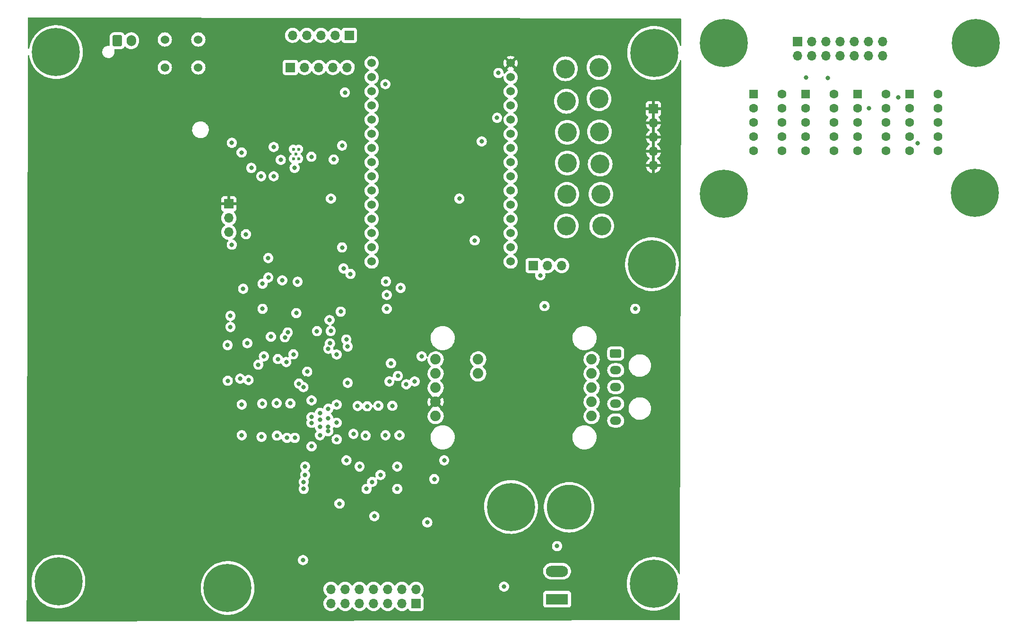
<source format=gbr>
%TF.GenerationSoftware,KiCad,Pcbnew,6.0.4-6f826c9f35~116~ubuntu20.04.1*%
%TF.CreationDate,2022-12-07T13:40:06+01:00*%
%TF.ProjectId,Salwa2,53616c77-6132-42e6-9b69-6361645f7063,rev?*%
%TF.SameCoordinates,Original*%
%TF.FileFunction,Copper,L3,Inr*%
%TF.FilePolarity,Positive*%
%FSLAX46Y46*%
G04 Gerber Fmt 4.6, Leading zero omitted, Abs format (unit mm)*
G04 Created by KiCad (PCBNEW 6.0.4-6f826c9f35~116~ubuntu20.04.1) date 2022-12-07 13:40:06*
%MOMM*%
%LPD*%
G01*
G04 APERTURE LIST*
G04 Aperture macros list*
%AMRoundRect*
0 Rectangle with rounded corners*
0 $1 Rounding radius*
0 $2 $3 $4 $5 $6 $7 $8 $9 X,Y pos of 4 corners*
0 Add a 4 corners polygon primitive as box body*
4,1,4,$2,$3,$4,$5,$6,$7,$8,$9,$2,$3,0*
0 Add four circle primitives for the rounded corners*
1,1,$1+$1,$2,$3*
1,1,$1+$1,$4,$5*
1,1,$1+$1,$6,$7*
1,1,$1+$1,$8,$9*
0 Add four rect primitives between the rounded corners*
20,1,$1+$1,$2,$3,$4,$5,0*
20,1,$1+$1,$4,$5,$6,$7,0*
20,1,$1+$1,$6,$7,$8,$9,0*
20,1,$1+$1,$8,$9,$2,$3,0*%
G04 Aperture macros list end*
%TA.AperFunction,ComponentPad*%
%ADD10R,1.700000X1.700000*%
%TD*%
%TA.AperFunction,ComponentPad*%
%ADD11O,1.700000X1.700000*%
%TD*%
%TA.AperFunction,ComponentPad*%
%ADD12C,8.600000*%
%TD*%
%TA.AperFunction,ComponentPad*%
%ADD13C,0.900000*%
%TD*%
%TA.AperFunction,ComponentPad*%
%ADD14C,3.400000*%
%TD*%
%TA.AperFunction,ComponentPad*%
%ADD15RoundRect,0.250001X-0.759999X0.499999X-0.759999X-0.499999X0.759999X-0.499999X0.759999X0.499999X0*%
%TD*%
%TA.AperFunction,ComponentPad*%
%ADD16O,2.020000X1.500000*%
%TD*%
%TA.AperFunction,ComponentPad*%
%ADD17C,1.524000*%
%TD*%
%TA.AperFunction,ComponentPad*%
%ADD18C,0.600000*%
%TD*%
%TA.AperFunction,ComponentPad*%
%ADD19R,1.600000X1.600000*%
%TD*%
%TA.AperFunction,ComponentPad*%
%ADD20C,1.600000*%
%TD*%
%TA.AperFunction,ComponentPad*%
%ADD21C,1.879600*%
%TD*%
%TA.AperFunction,ComponentPad*%
%ADD22R,3.960000X1.980000*%
%TD*%
%TA.AperFunction,ComponentPad*%
%ADD23O,3.960000X1.980000*%
%TD*%
%TA.AperFunction,ComponentPad*%
%ADD24C,8.000000*%
%TD*%
%TA.AperFunction,ComponentPad*%
%ADD25RoundRect,0.250000X-0.600000X-0.750000X0.600000X-0.750000X0.600000X0.750000X-0.600000X0.750000X0*%
%TD*%
%TA.AperFunction,ComponentPad*%
%ADD26O,1.700000X2.000000*%
%TD*%
%TA.AperFunction,ViaPad*%
%ADD27C,0.800000*%
%TD*%
G04 APERTURE END LIST*
D10*
%TO.N,GNDA*%
%TO.C,J1*%
X119250000Y-49500000D03*
D11*
X121790000Y-49500000D03*
X124330000Y-49500000D03*
X126870000Y-49500000D03*
X129410000Y-49500000D03*
%TD*%
D10*
%TO.N,+3.3VA*%
%TO.C,J2*%
X129790000Y-43750000D03*
D11*
X127250000Y-43750000D03*
X124710000Y-43750000D03*
X122170000Y-43750000D03*
X119630000Y-43750000D03*
%TD*%
D12*
%TO.N,N/C*%
%TO.C,H1*%
X158750000Y-128250000D03*
D13*
X156469581Y-125969581D03*
X161030419Y-130530419D03*
X161975000Y-128250000D03*
X161030419Y-125969581D03*
X156469581Y-130530419D03*
X158750000Y-125025000D03*
X155525000Y-128250000D03*
X158750000Y-131475000D03*
%TD*%
D14*
%TO.N,/esp32-SMD/IO23*%
%TO.C,TP12*%
X168750000Y-72250000D03*
%TD*%
%TO.N,/7-segment-display-SMD/BCD_in2*%
%TO.C,TP8*%
X174986760Y-77875300D03*
%TD*%
%TO.N,/esp32-SMD/IO5*%
%TO.C,TP2*%
X174582586Y-61034711D03*
%TD*%
D15*
%TO.N,Net-(J8-Pad1)*%
%TO.C,J8*%
X177500000Y-100750000D03*
D16*
%TO.N,Net-(J8-Pad2)*%
X177500000Y-103750000D03*
%TO.N,Net-(J8-Pad3)*%
X177500000Y-106750000D03*
%TO.N,Net-(J8-Pad4)*%
X177500000Y-109750000D03*
%TO.N,Net-(J8-Pad5)*%
X177500000Y-112750000D03*
%TD*%
D12*
%TO.N,N/C*%
%TO.C,H12*%
X241967578Y-45108740D03*
D13*
X241967578Y-41883740D03*
X239687159Y-47389159D03*
X238742578Y-45108740D03*
X244247997Y-42828321D03*
X245192578Y-45108740D03*
X239687159Y-42828321D03*
X241967578Y-48333740D03*
X244247997Y-47389159D03*
%TD*%
D14*
%TO.N,/esp32-SMD/IO15*%
%TO.C,TP4*%
X168500000Y-49750000D03*
%TD*%
%TO.N,/7-segment-display-SMD/_dpBoard*%
%TO.C,TP10*%
X168641258Y-77893995D03*
%TD*%
D13*
%TO.N,N/C*%
%TO.C,H11*%
X199130419Y-47380419D03*
D12*
X196850000Y-45100000D03*
D13*
X193625000Y-45100000D03*
X194569581Y-47380419D03*
X199130419Y-42819581D03*
X200075000Y-45100000D03*
X194569581Y-42819581D03*
X196850000Y-48325000D03*
X196850000Y-41875000D03*
%TD*%
D12*
%TO.N,N/C*%
%TO.C,H7*%
X184000000Y-84750000D03*
D13*
X180775000Y-84750000D03*
X181719581Y-82469581D03*
X181719581Y-87030419D03*
X186280419Y-82469581D03*
X184000000Y-87975000D03*
X184000000Y-81525000D03*
X186280419Y-87030419D03*
X187225000Y-84750000D03*
%TD*%
D17*
%TO.N,Net-(J4-Pad2)*%
%TO.C,U2*%
X158696000Y-84284000D03*
%TO.N,unconnected-(U2-Pad2)*%
X158696000Y-81744000D03*
%TO.N,unconnected-(U2-Pad3)*%
X158696000Y-79204000D03*
%TO.N,unconnected-(U2-Pad4)*%
X158696000Y-76664000D03*
%TO.N,unconnected-(U2-Pad5)*%
X158696000Y-74124000D03*
%TO.N,unconnected-(U2-Pad6)*%
X158696000Y-71584000D03*
%TO.N,unconnected-(U2-Pad7)*%
X158696000Y-69044000D03*
%TO.N,/7-segment-display-SMD/BCD_in2*%
X158696000Y-66504000D03*
%TO.N,/7-segment-display-SMD/BCD_in3*%
X158696000Y-63964000D03*
%TO.N,/7-segment-display-SMD/_dpBoard*%
X158696000Y-61424000D03*
%TO.N,/esp32-SMD/IO14*%
X158696000Y-58884000D03*
%TO.N,unconnected-(U2-Pad12)*%
X158696000Y-56344000D03*
%TO.N,/esp32-SMD/button*%
X158696000Y-53804000D03*
%TO.N,GNDA*%
X158696000Y-51264000D03*
X158696000Y-51264000D03*
%TO.N,+5VA*%
X158696000Y-48724000D03*
%TO.N,+3.3VA*%
X133804000Y-48724000D03*
%TO.N,GNDA*%
X133804000Y-51264000D03*
%TO.N,/esp32-SMD/IO15*%
X133804000Y-53804000D03*
%TO.N,unconnected-(U2-Pad19)*%
X133804000Y-56344000D03*
%TO.N,/esp32-SMD/IO4*%
X133804000Y-58884000D03*
%TO.N,unconnected-(U2-Pad21)*%
X133804000Y-61424000D03*
%TO.N,unconnected-(U2-Pad22)*%
X133804000Y-63964000D03*
%TO.N,/esp32-SMD/IO5*%
X133804000Y-66504000D03*
%TO.N,/7-segment-display-SMD/BCD_in4*%
X133804000Y-69044000D03*
%TO.N,/7-segment-display-SMD/BCD_in1*%
X133804000Y-71584000D03*
%TO.N,/esp32-SMD/IO21*%
X133804000Y-74124000D03*
%TO.N,unconnected-(U2-Pad27)*%
X133804000Y-76664000D03*
%TO.N,unconnected-(U2-Pad28)*%
X133804000Y-79204000D03*
%TO.N,/7-segment-display-SMD/clk-7SegmentDisplay*%
X133804000Y-81744000D03*
%TO.N,/esp32-SMD/IO23*%
X133804000Y-84284000D03*
%TD*%
D14*
%TO.N,/esp32-SMD/IO21*%
%TO.C,TP7*%
X174852035Y-72216862D03*
%TD*%
D10*
%TO.N,+5VA*%
%TO.C,J3*%
X184250000Y-56925000D03*
D11*
X184250000Y-59465000D03*
X184250000Y-62005000D03*
X184250000Y-64545000D03*
X184250000Y-67085000D03*
%TD*%
D13*
%TO.N,N/C*%
%TO.C,H6*%
X79980419Y-143880419D03*
X74475000Y-141600000D03*
X77700000Y-144825000D03*
D12*
X77700000Y-141600000D03*
D13*
X77700000Y-138375000D03*
X75419581Y-139319581D03*
X79980419Y-139319581D03*
X75419581Y-143880419D03*
X80925000Y-141600000D03*
%TD*%
D18*
%TO.N,N/C*%
%TO.C,U1*%
X119770000Y-65860000D03*
X119770000Y-64140000D03*
X120250000Y-65000000D03*
X120730000Y-65860000D03*
X120730000Y-64140000D03*
%TD*%
D14*
%TO.N,/7-segment-display-SMD/BCD_in4*%
%TO.C,TP5*%
X174515224Y-55106824D03*
%TD*%
D19*
%TO.N,+hundreds*%
%TO.C,U11*%
X211482500Y-54282500D03*
D20*
%TO.N,+f*%
X211482500Y-56822500D03*
%TO.N,+g*%
X211482500Y-59362500D03*
%TO.N,+e*%
X211482500Y-61902500D03*
%TO.N,+d*%
X211482500Y-64442500D03*
%TO.N,+hundreds*%
X216562500Y-64442500D03*
%TO.N,+dp*%
X216562500Y-61902500D03*
%TO.N,+c*%
X216562500Y-59362500D03*
%TO.N,+b*%
X216562500Y-56822500D03*
%TO.N,+a*%
X216562500Y-54282500D03*
%TD*%
D10*
%TO.N,/7-segment-display-SMD/_a*%
%TO.C,J6*%
X141740000Y-145540000D03*
D11*
%TO.N,/7-segment-display-SMD/thousands*%
X141740000Y-143000000D03*
%TO.N,/7-segment-display-SMD/_b*%
X139200000Y-145540000D03*
%TO.N,/7-segment-display-SMD/hundreds*%
X139200000Y-143000000D03*
%TO.N,/7-segment-display-SMD/_c*%
X136660000Y-145540000D03*
%TO.N,/7-segment-display-SMD/tens*%
X136660000Y-143000000D03*
%TO.N,/7-segment-display-SMD/_d*%
X134120000Y-145540000D03*
%TO.N,/7-segment-display-SMD/ones*%
X134120000Y-143000000D03*
%TO.N,/7-segment-display-SMD/_e*%
X131580000Y-145540000D03*
%TO.N,/7-segment-display-SMD/_g*%
X131580000Y-143000000D03*
%TO.N,/7-segment-display-SMD/_f*%
X129040000Y-145540000D03*
%TO.N,/7-segment-display-SMD/_dp*%
X129040000Y-143000000D03*
%TO.N,unconnected-(J6-Pad13)*%
X126500000Y-145540000D03*
%TO.N,unconnected-(J6-Pad14)*%
X126500000Y-143000000D03*
%TD*%
D14*
%TO.N,/7-segment-display-SMD/clk-7SegmentDisplay*%
%TO.C,TP11*%
X174717311Y-66827874D03*
%TD*%
D21*
%TO.N,Net-(J8-Pad5)*%
%TO.C,U13*%
X173190000Y-111961199D03*
%TO.N,Net-(J8-Pad4)*%
X173190000Y-109421199D03*
%TO.N,Net-(J8-Pad3)*%
X173190000Y-106881199D03*
%TO.N,Net-(J8-Pad2)*%
X173190000Y-104341199D03*
%TO.N,Net-(J8-Pad1)*%
X173190000Y-101801199D03*
%TO.N,GNDA*%
X145250000Y-101801199D03*
%TO.N,/esp32-SMD/IO21*%
X145250000Y-104341199D03*
%TO.N,/esp32-SMD/IO23*%
X145250000Y-106881199D03*
%TO.N,+5VA*%
X145250000Y-109421199D03*
%TO.N,+3.3VA*%
X145250000Y-111961199D03*
%TO.N,unconnected-(U13-Pad11)*%
X152870000Y-104341199D03*
%TO.N,unconnected-(U13-Pad12)*%
X152870000Y-101801199D03*
%TD*%
D19*
%TO.N,+thousands*%
%TO.C,U12*%
X220792500Y-54282500D03*
D20*
%TO.N,+f*%
X220792500Y-56822500D03*
%TO.N,+g*%
X220792500Y-59362500D03*
%TO.N,+e*%
X220792500Y-61902500D03*
%TO.N,+d*%
X220792500Y-64442500D03*
%TO.N,+thousands*%
X225872500Y-64442500D03*
%TO.N,+dp*%
X225872500Y-61902500D03*
%TO.N,+c*%
X225872500Y-59362500D03*
%TO.N,+b*%
X225872500Y-56822500D03*
%TO.N,+a*%
X225872500Y-54282500D03*
%TD*%
D19*
%TO.N,+ones*%
%TO.C,U9*%
X202172500Y-54282500D03*
D20*
%TO.N,+f*%
X202172500Y-56822500D03*
%TO.N,+g*%
X202172500Y-59362500D03*
%TO.N,+e*%
X202172500Y-61902500D03*
%TO.N,+d*%
X202172500Y-64442500D03*
%TO.N,+ones*%
X207252500Y-64442500D03*
%TO.N,+dp*%
X207252500Y-61902500D03*
%TO.N,+c*%
X207252500Y-59362500D03*
%TO.N,+b*%
X207252500Y-56822500D03*
%TO.N,+a*%
X207252500Y-54282500D03*
%TD*%
D10*
%TO.N,+5VA*%
%TO.C,J5*%
X108203972Y-73942556D03*
D11*
%TO.N,Net-(J5-Pad2)*%
X108203972Y-76482556D03*
%TO.N,GNDA*%
X108203972Y-79022556D03*
%TD*%
D10*
%TO.N,GNDA*%
%TO.C,J4*%
X162725000Y-85000000D03*
D11*
%TO.N,Net-(J4-Pad2)*%
X165265000Y-85000000D03*
%TO.N,Net-(J4-Pad3)*%
X167805000Y-85000000D03*
%TD*%
D22*
%TO.N,/esp32-SMD/button*%
%TO.C,S1*%
X167000000Y-144750000D03*
D23*
%TO.N,GNDA*%
X167000000Y-139750000D03*
%TD*%
D19*
%TO.N,+tens*%
%TO.C,U10*%
X230102500Y-54282500D03*
D20*
%TO.N,+f*%
X230102500Y-56822500D03*
%TO.N,+g*%
X230102500Y-59362500D03*
%TO.N,+e*%
X230102500Y-61902500D03*
%TO.N,+d*%
X230102500Y-64442500D03*
%TO.N,+tens*%
X235182500Y-64442500D03*
%TO.N,+dp*%
X235182500Y-61902500D03*
%TO.N,+c*%
X235182500Y-59362500D03*
%TO.N,+b*%
X235182500Y-56822500D03*
%TO.N,+a*%
X235182500Y-54282500D03*
%TD*%
D13*
%TO.N,N/C*%
%TO.C,H3*%
X186655419Y-44619581D03*
X187600000Y-46900000D03*
X182094581Y-49180419D03*
X184375000Y-43675000D03*
X186655419Y-49180419D03*
X181150000Y-46900000D03*
D12*
X184375000Y-46900000D03*
D13*
X182094581Y-44619581D03*
X184375000Y-50125000D03*
%TD*%
D14*
%TO.N,/7-segment-display-SMD/BCD_in3*%
%TO.C,TP9*%
X168836172Y-66621456D03*
%TD*%
D13*
%TO.N,N/C*%
%TO.C,H2*%
X167023496Y-130418552D03*
X171266136Y-130418552D03*
X166144816Y-128297232D03*
X169144816Y-125297232D03*
D24*
X169144816Y-128297232D03*
D13*
X171266136Y-126175912D03*
X169144816Y-131297232D03*
X172144816Y-128297232D03*
X167023496Y-126175912D03*
%TD*%
D14*
%TO.N,/esp32-SMD/IO4*%
%TO.C,TP1*%
X174500000Y-49500000D03*
%TD*%
D13*
%TO.N,N/C*%
%TO.C,H8*%
X184300000Y-138775000D03*
X184300000Y-145225000D03*
X181075000Y-142000000D03*
X182019581Y-139719581D03*
X187525000Y-142000000D03*
X186580419Y-144280419D03*
X186580419Y-139719581D03*
X182019581Y-144280419D03*
D12*
X184300000Y-142000000D03*
%TD*%
D13*
%TO.N,N/C*%
%TO.C,H10*%
X239494211Y-69712352D03*
D12*
X241774630Y-71992771D03*
D13*
X239494211Y-74273190D03*
X241774630Y-68767771D03*
X244055049Y-69712352D03*
X244999630Y-71992771D03*
X241774630Y-75217771D03*
X238549630Y-71992771D03*
X244055049Y-74273190D03*
%TD*%
%TO.N,N/C*%
%TO.C,H5*%
X108000000Y-139525000D03*
X104775000Y-142750000D03*
D12*
X108000000Y-142750000D03*
D13*
X111225000Y-142750000D03*
X105719581Y-145030419D03*
X108000000Y-145975000D03*
X110280419Y-145030419D03*
X105719581Y-140469581D03*
X110280419Y-140469581D03*
%TD*%
D17*
%TO.N,Net-(SW1-Pad2)*%
%TO.C,SW2*%
X102750000Y-44500000D03*
%TO.N,Net-(Q1-Pad2)*%
X102750000Y-49500000D03*
%TO.N,Net-(SW1-Pad2)*%
X96750000Y-44500000D03*
%TO.N,Net-(Q1-Pad2)*%
X96750000Y-49500000D03*
%TD*%
D25*
%TO.N,/power-SMD/PowerIn+*%
%TO.C,SW1*%
X88250000Y-44725000D03*
D26*
%TO.N,Net-(SW1-Pad2)*%
X90750000Y-44725000D03*
%TD*%
D13*
%TO.N,N/C*%
%TO.C,H4*%
X74969581Y-49030419D03*
D12*
X77250000Y-46750000D03*
D13*
X80475000Y-46750000D03*
X77250000Y-49975000D03*
X74969581Y-44469581D03*
X74025000Y-46750000D03*
X79530419Y-49030419D03*
X77250000Y-43525000D03*
X79530419Y-44469581D03*
%TD*%
D12*
%TO.N,N/C*%
%TO.C,H9*%
X196850000Y-72100000D03*
D13*
X196850000Y-75325000D03*
X194569581Y-74380419D03*
X199130419Y-69819581D03*
X200075000Y-72100000D03*
X196850000Y-68875000D03*
X194569581Y-69819581D03*
X199130419Y-74380419D03*
X193625000Y-72100000D03*
%TD*%
D14*
%TO.N,/7-segment-display-SMD/BCD_in1*%
%TO.C,TP6*%
X168673743Y-55576317D03*
%TD*%
D10*
%TO.N,+a*%
%TO.C,J7*%
X210100000Y-44850000D03*
D11*
%TO.N,+thousands*%
X210100000Y-47390000D03*
%TO.N,+b*%
X212640000Y-44850000D03*
%TO.N,+hundreds*%
X212640000Y-47390000D03*
%TO.N,+c*%
X215180000Y-44850000D03*
%TO.N,+tens*%
X215180000Y-47390000D03*
%TO.N,+d*%
X217720000Y-44850000D03*
%TO.N,+ones*%
X217720000Y-47390000D03*
%TO.N,+e*%
X220260000Y-44850000D03*
%TO.N,+dp*%
X220260000Y-47390000D03*
%TO.N,+f*%
X222800000Y-44850000D03*
%TO.N,+g*%
X222800000Y-47390000D03*
%TO.N,unconnected-(J7-Pad13)*%
X225340000Y-44850000D03*
%TO.N,unconnected-(J7-Pad14)*%
X225340000Y-47390000D03*
%TD*%
D14*
%TO.N,/esp32-SMD/IO14*%
%TO.C,TP3*%
X168836172Y-61131372D03*
%TD*%
D27*
%TO.N,GNDA*%
X108750000Y-63000000D03*
X108500000Y-94000000D03*
X108028015Y-105641659D03*
X146778015Y-119891657D03*
X111528015Y-98891659D03*
X126500000Y-73000000D03*
X128750000Y-85500000D03*
X128500000Y-63500000D03*
X128028015Y-127641658D03*
X112250000Y-67500000D03*
X111278015Y-79391657D03*
X136500000Y-92750000D03*
X127000000Y-66000000D03*
X157500000Y-142500000D03*
X108750000Y-81250000D03*
X145000000Y-123250000D03*
X129278015Y-119891659D03*
X110500000Y-64750000D03*
X116250000Y-69000000D03*
X164750000Y-92250000D03*
X114000000Y-69000000D03*
X181000000Y-92750000D03*
X129000000Y-54000000D03*
X143750000Y-131000000D03*
X134278015Y-129891657D03*
X129500000Y-106000000D03*
X108500000Y-96000000D03*
X156500000Y-50500000D03*
X142750000Y-101250000D03*
X117518636Y-66055907D03*
X167000000Y-135250000D03*
X123000000Y-65500000D03*
X136250000Y-52500000D03*
X164000000Y-86750000D03*
X110778015Y-89141659D03*
X117778015Y-87641657D03*
X130000000Y-86500000D03*
%TO.N,/power-SMD/Vin-SMD+*%
X120000000Y-67500000D03*
X116250000Y-63750000D03*
%TO.N,+5VA*%
X121278015Y-119141657D03*
X179250000Y-93000000D03*
X122778015Y-87641657D03*
X112750000Y-74750000D03*
X122028016Y-105141656D03*
X109250000Y-71000000D03*
X134528015Y-125891659D03*
X127250000Y-59000000D03*
X145000000Y-121750000D03*
X180750000Y-56250000D03*
X163250000Y-92250000D03*
X143250000Y-108000000D03*
X152000000Y-142000000D03*
X142000000Y-131000000D03*
%TO.N,/7-segment-display-SMD/_dpBoard*%
X121500000Y-137750000D03*
%TO.N,/7-segment-display-SMD/_hundreds*%
X136958515Y-105750000D03*
X113500000Y-102750000D03*
X139987701Y-106262299D03*
X110250000Y-105250000D03*
%TO.N,/7-segment-display-SMD/_tens*%
X117000000Y-101750000D03*
X114500000Y-101250000D03*
X138487701Y-104762299D03*
X115750000Y-97750000D03*
X129262299Y-98237701D03*
X114250000Y-88250000D03*
%TO.N,/7-segment-display-SMD/_ones*%
X120028016Y-115866158D03*
X118500000Y-102275500D03*
%TO.N,/7-segment-display-SMD/_thousands*%
X119778015Y-100891658D03*
X120778016Y-106141657D03*
%TO.N,/7-segment-display-SMD/BCD_in4*%
X126459844Y-96709844D03*
X111750000Y-105500000D03*
X123028015Y-117391657D03*
X123028014Y-109141658D03*
X123028014Y-112141659D03*
X123028014Y-113167159D03*
%TO.N,/7-segment-display-SMD/BCD_in1*%
X156250000Y-58521989D03*
X129500000Y-99500000D03*
X127528014Y-100917157D03*
X127528015Y-113141656D03*
X127528015Y-109891659D03*
X127528015Y-116141657D03*
%TO.N,/esp32-SMD/IO21*%
X138975020Y-89000000D03*
X152250000Y-80500000D03*
%TO.N,/7-segment-display-SMD/BCD_in2*%
X126028015Y-99891657D03*
X126028015Y-114667158D03*
X126028015Y-112391658D03*
X126028015Y-110641657D03*
X126028015Y-113891657D03*
%TO.N,/7-segment-display-SMD/BCD_in3*%
X126320820Y-98936005D03*
X124528015Y-113891658D03*
X124528016Y-111391659D03*
X124528016Y-115391659D03*
X124528016Y-112641657D03*
%TO.N,/7-segment-display-SMD/clk-7SegmentDisplay*%
X153500000Y-62750000D03*
X128500000Y-81750000D03*
%TO.N,/esp32-SMD/IO23*%
X149500000Y-73000000D03*
%TO.N,/esp32-SMD/IO14*%
X136500000Y-90250000D03*
X136347144Y-87847144D03*
%TO.N,+thousands*%
X231600000Y-63100000D03*
%TO.N,+hundreds*%
X215450000Y-51400000D03*
X211600000Y-51350000D03*
%TO.N,+f*%
X222850000Y-56850000D03*
X228100000Y-54850000D03*
%TO.N,/7-segment-display-SMD/thousands*%
X124000000Y-96750000D03*
%TO.N,/7-segment-display-SMD/hundreds*%
X118249989Y-97842159D03*
%TO.N,/7-segment-display-SMD/tens*%
X118760258Y-96982723D03*
X121567454Y-106754676D03*
X122250000Y-104000000D03*
%TO.N,/7-segment-display-SMD/ones*%
X120302995Y-93500000D03*
%TO.N,/7-segment-display-SMD/BCD_out1*%
X131625000Y-120999997D03*
X138778015Y-115391659D03*
X119228016Y-109688132D03*
X118614935Y-115866159D03*
X137501252Y-110114896D03*
X138375001Y-121000000D03*
X121875001Y-121000000D03*
%TO.N,/7-segment-display-SMD/BCD_out2*%
X134981252Y-110094896D03*
X136278015Y-115391659D03*
X116834778Y-115448420D03*
X116778015Y-109641657D03*
X121875001Y-122499999D03*
X135375000Y-122499999D03*
%TO.N,/7-segment-display-SMD/BCD_out3*%
X133000000Y-110200000D03*
X132711252Y-115458422D03*
X133875000Y-123750000D03*
X114189778Y-109729894D03*
X114064778Y-115678421D03*
X121625000Y-123750000D03*
%TO.N,/7-segment-display-SMD/BCD_out4*%
X131278015Y-110141657D03*
X110528016Y-115391659D03*
X132875000Y-124999999D03*
X138375000Y-125000000D03*
X110528016Y-109891658D03*
X130528015Y-115141657D03*
X121625000Y-124999998D03*
%TO.N,Net-(U4-Pad10)*%
X115290315Y-87129359D03*
X120528015Y-87891657D03*
%TO.N,Net-(J5-Pad2)*%
X115278015Y-83641659D03*
%TO.N,/esp32-SMD/IO5*%
X128250000Y-93250000D03*
X141500000Y-105750000D03*
X114250000Y-92750000D03*
X137250000Y-102500000D03*
X126250000Y-94750000D03*
%TO.N,/esp32-SMD/IO4*%
X108000000Y-99250000D03*
%TD*%
%TA.AperFunction,Conductor*%
%TO.N,+5VA*%
G36*
X74981853Y-40525011D02*
G01*
X189123956Y-40749752D01*
X189192037Y-40769888D01*
X189238424Y-40823635D01*
X189249708Y-40876042D01*
X189239000Y-45491005D01*
X189238945Y-45514731D01*
X189218785Y-45582806D01*
X189165021Y-45629174D01*
X189094724Y-45639115D01*
X189030212Y-45609472D01*
X188993010Y-45553062D01*
X188887318Y-45224856D01*
X188887316Y-45224849D01*
X188886463Y-45222202D01*
X188727461Y-44846705D01*
X188720550Y-44830384D01*
X188720548Y-44830379D01*
X188719456Y-44827801D01*
X188518050Y-44449807D01*
X188516516Y-44447458D01*
X188285381Y-44093573D01*
X188285378Y-44093569D01*
X188283840Y-44091214D01*
X188085685Y-43839855D01*
X188020409Y-43757053D01*
X188020407Y-43757051D01*
X188018680Y-43754860D01*
X187724670Y-43443409D01*
X187722579Y-43441556D01*
X187722571Y-43441548D01*
X187406237Y-43161188D01*
X187406235Y-43161186D01*
X187404137Y-43159327D01*
X187059621Y-42904863D01*
X186841376Y-42771907D01*
X186696237Y-42683487D01*
X186696230Y-42683483D01*
X186693848Y-42682032D01*
X186621004Y-42646109D01*
X186507555Y-42590163D01*
X186309714Y-42492598D01*
X185910262Y-42338062D01*
X185663678Y-42267122D01*
X185501335Y-42220417D01*
X185501329Y-42220415D01*
X185498654Y-42219646D01*
X185495917Y-42219117D01*
X185495911Y-42219115D01*
X185331417Y-42187290D01*
X185078148Y-42138289D01*
X185075374Y-42138005D01*
X185075362Y-42138003D01*
X184792111Y-42108982D01*
X184652076Y-42094634D01*
X184649286Y-42094597D01*
X184649278Y-42094597D01*
X184381825Y-42091096D01*
X184223809Y-42089028D01*
X184221009Y-42089241D01*
X184221008Y-42089241D01*
X184146364Y-42094919D01*
X183796740Y-42121514D01*
X183374249Y-42191836D01*
X183288671Y-42214048D01*
X182962400Y-42298731D01*
X182962389Y-42298734D01*
X182959682Y-42299437D01*
X182705590Y-42390165D01*
X182558964Y-42442520D01*
X182558959Y-42442522D01*
X182556321Y-42443464D01*
X182553781Y-42444635D01*
X182553776Y-42444637D01*
X182447051Y-42493838D01*
X182167361Y-42622777D01*
X181795880Y-42835957D01*
X181793577Y-42837566D01*
X181793570Y-42837571D01*
X181447129Y-43079701D01*
X181444820Y-43081315D01*
X181116961Y-43356909D01*
X180814899Y-43660557D01*
X180541025Y-43989855D01*
X180539431Y-43992162D01*
X180539429Y-43992164D01*
X180326804Y-44299807D01*
X180297508Y-44342194D01*
X180086276Y-44714786D01*
X180085117Y-44717335D01*
X180085115Y-44717339D01*
X180080113Y-44728341D01*
X179909002Y-45104680D01*
X179908080Y-45107306D01*
X179908075Y-45107318D01*
X179864931Y-45230175D01*
X179767089Y-45508790D01*
X179766398Y-45511510D01*
X179766397Y-45511514D01*
X179669033Y-45894888D01*
X179661661Y-45923914D01*
X179593552Y-46346768D01*
X179563302Y-46774001D01*
X179571151Y-47202233D01*
X179617036Y-47628071D01*
X179617582Y-47630817D01*
X179617583Y-47630822D01*
X179649334Y-47790442D01*
X179700594Y-48048144D01*
X179821163Y-48459127D01*
X179822190Y-48461740D01*
X179822190Y-48461741D01*
X179972625Y-48844621D01*
X179977789Y-48857765D01*
X180024264Y-48950776D01*
X180147161Y-49196731D01*
X180169231Y-49240901D01*
X180393974Y-49605502D01*
X180650239Y-49948682D01*
X180652100Y-49950760D01*
X180652101Y-49950761D01*
X180934127Y-50265637D01*
X180934133Y-50265643D01*
X180935995Y-50267722D01*
X180938046Y-50269638D01*
X180938047Y-50269639D01*
X180960828Y-50290920D01*
X181248981Y-50560098D01*
X181586719Y-50823493D01*
X181946533Y-51055822D01*
X181949012Y-51057126D01*
X181949015Y-51057128D01*
X182323077Y-51253932D01*
X182323083Y-51253935D01*
X182325577Y-51255247D01*
X182328175Y-51256331D01*
X182328179Y-51256333D01*
X182718263Y-51419109D01*
X182718268Y-51419111D01*
X182720847Y-51420187D01*
X182723512Y-51421030D01*
X182723518Y-51421032D01*
X182909924Y-51479984D01*
X183129214Y-51549336D01*
X183131944Y-51549939D01*
X183131945Y-51549939D01*
X183533668Y-51638631D01*
X183547446Y-51641673D01*
X183550220Y-51642031D01*
X183550221Y-51642031D01*
X183969460Y-51696109D01*
X183969467Y-51696110D01*
X183972230Y-51696466D01*
X183975017Y-51696576D01*
X183975023Y-51696576D01*
X184219902Y-51706197D01*
X184400203Y-51713281D01*
X184402995Y-51713142D01*
X184403000Y-51713142D01*
X184825172Y-51692125D01*
X184825181Y-51692124D01*
X184827976Y-51691985D01*
X184830753Y-51691597D01*
X184830755Y-51691597D01*
X184905066Y-51681219D01*
X185252163Y-51632747D01*
X185669404Y-51536036D01*
X185883307Y-51465915D01*
X186073744Y-51403487D01*
X186073750Y-51403485D01*
X186076397Y-51402617D01*
X186411780Y-51258525D01*
X186467344Y-51234653D01*
X186467346Y-51234652D01*
X186469918Y-51233547D01*
X186846852Y-51030164D01*
X187204214Y-50794080D01*
X187539175Y-50527162D01*
X187849082Y-50231525D01*
X187850919Y-50229431D01*
X187850927Y-50229422D01*
X188116387Y-49926722D01*
X188131482Y-49909510D01*
X188189294Y-49830376D01*
X188355320Y-49603114D01*
X188384139Y-49563666D01*
X188419173Y-49505475D01*
X188603601Y-49199142D01*
X188603606Y-49199133D01*
X188605052Y-49196731D01*
X188765365Y-48867311D01*
X188791238Y-48814145D01*
X188791239Y-48814142D01*
X188792471Y-48811611D01*
X188898856Y-48532285D01*
X188943918Y-48413971D01*
X188943920Y-48413964D01*
X188944914Y-48411355D01*
X188975479Y-48302981D01*
X188985207Y-48268488D01*
X189022949Y-48208355D01*
X189087210Y-48178172D01*
X189157588Y-48187522D01*
X189211738Y-48233438D01*
X189232476Y-48302981D01*
X189019505Y-140093352D01*
X189019275Y-140192561D01*
X188999115Y-140260635D01*
X188945351Y-140307004D01*
X188875054Y-140316945D01*
X188810542Y-140287302D01*
X188777248Y-140241400D01*
X188645550Y-139930384D01*
X188645548Y-139930379D01*
X188644456Y-139927801D01*
X188443050Y-139549807D01*
X188428677Y-139527801D01*
X188210381Y-139193573D01*
X188210378Y-139193569D01*
X188208840Y-139191214D01*
X187996948Y-138922430D01*
X187945409Y-138857053D01*
X187945407Y-138857051D01*
X187943680Y-138854860D01*
X187718299Y-138616109D01*
X187651596Y-138545449D01*
X187651593Y-138545446D01*
X187649670Y-138543409D01*
X187647579Y-138541556D01*
X187647571Y-138541548D01*
X187331237Y-138261188D01*
X187331235Y-138261186D01*
X187329137Y-138259327D01*
X186984621Y-138004863D01*
X186745726Y-137859327D01*
X186621237Y-137783487D01*
X186621230Y-137783483D01*
X186618848Y-137782032D01*
X186614122Y-137779701D01*
X186237228Y-137593838D01*
X186234714Y-137592598D01*
X185835262Y-137438062D01*
X185588678Y-137367122D01*
X185426335Y-137320417D01*
X185426329Y-137320415D01*
X185423654Y-137319646D01*
X185420917Y-137319117D01*
X185420911Y-137319115D01*
X185275828Y-137291046D01*
X185003148Y-137238289D01*
X185000374Y-137238005D01*
X185000362Y-137238003D01*
X184708972Y-137208148D01*
X184577076Y-137194634D01*
X184574286Y-137194597D01*
X184574278Y-137194597D01*
X184306825Y-137191096D01*
X184148809Y-137189028D01*
X184146009Y-137189241D01*
X184146008Y-137189241D01*
X183832931Y-137213056D01*
X183721740Y-137221514D01*
X183299249Y-137291836D01*
X183213671Y-137314048D01*
X182887400Y-137398731D01*
X182887389Y-137398734D01*
X182884682Y-137399437D01*
X182626575Y-137491599D01*
X182483964Y-137542520D01*
X182483959Y-137542522D01*
X182481321Y-137543464D01*
X182478781Y-137544635D01*
X182478776Y-137544637D01*
X182458913Y-137553794D01*
X182092361Y-137722777D01*
X181720880Y-137935957D01*
X181718577Y-137937566D01*
X181718570Y-137937571D01*
X181372129Y-138179701D01*
X181369820Y-138181315D01*
X181041961Y-138456909D01*
X180739899Y-138760557D01*
X180466025Y-139089855D01*
X180464431Y-139092162D01*
X180464429Y-139092164D01*
X180243137Y-139412347D01*
X180222508Y-139442194D01*
X180011276Y-139814786D01*
X180010117Y-139817335D01*
X180010115Y-139817339D01*
X179962437Y-139922202D01*
X179834002Y-140204680D01*
X179833080Y-140207306D01*
X179833075Y-140207318D01*
X179789073Y-140332618D01*
X179692089Y-140608790D01*
X179691398Y-140611510D01*
X179691397Y-140611514D01*
X179604891Y-140952134D01*
X179586661Y-141023914D01*
X179518552Y-141446768D01*
X179488302Y-141874001D01*
X179496151Y-142302233D01*
X179542036Y-142728071D01*
X179542582Y-142730817D01*
X179542583Y-142730822D01*
X179546398Y-142750000D01*
X179625594Y-143148144D01*
X179746163Y-143559127D01*
X179747190Y-143561740D01*
X179747190Y-143561741D01*
X179897101Y-143943287D01*
X179902789Y-143957765D01*
X179979392Y-144111071D01*
X180089466Y-144331364D01*
X180094231Y-144340901D01*
X180318974Y-144705502D01*
X180575239Y-145048682D01*
X180577100Y-145050760D01*
X180577101Y-145050761D01*
X180859127Y-145365637D01*
X180859133Y-145365643D01*
X180860995Y-145367722D01*
X181173981Y-145660098D01*
X181511719Y-145923493D01*
X181871533Y-146155822D01*
X181874012Y-146157126D01*
X181874015Y-146157128D01*
X182248077Y-146353932D01*
X182248083Y-146353935D01*
X182250577Y-146355247D01*
X182253175Y-146356331D01*
X182253179Y-146356333D01*
X182643263Y-146519109D01*
X182643268Y-146519111D01*
X182645847Y-146520187D01*
X182648512Y-146521030D01*
X182648518Y-146521032D01*
X182827161Y-146577529D01*
X183054214Y-146649336D01*
X183056944Y-146649939D01*
X183056945Y-146649939D01*
X183087261Y-146656632D01*
X183472446Y-146741673D01*
X183475220Y-146742031D01*
X183475221Y-146742031D01*
X183894460Y-146796109D01*
X183894467Y-146796110D01*
X183897230Y-146796466D01*
X183900017Y-146796576D01*
X183900023Y-146796576D01*
X184148238Y-146806328D01*
X184325203Y-146813281D01*
X184327995Y-146813142D01*
X184328000Y-146813142D01*
X184750172Y-146792125D01*
X184750181Y-146792124D01*
X184752976Y-146791985D01*
X184755753Y-146791597D01*
X184755755Y-146791597D01*
X184830066Y-146781219D01*
X185177163Y-146732747D01*
X185594404Y-146636036D01*
X185808307Y-146565915D01*
X185998744Y-146503487D01*
X185998750Y-146503485D01*
X186001397Y-146502617D01*
X186347471Y-146353932D01*
X186392344Y-146334653D01*
X186392346Y-146334652D01*
X186394918Y-146333547D01*
X186771852Y-146130164D01*
X187129214Y-145894080D01*
X187464175Y-145627162D01*
X187774082Y-145331525D01*
X187775919Y-145329431D01*
X187775927Y-145329422D01*
X188054635Y-145011616D01*
X188056482Y-145009510D01*
X188087011Y-144967722D01*
X188280320Y-144703114D01*
X188309139Y-144663666D01*
X188311961Y-144658979D01*
X188528601Y-144299142D01*
X188528606Y-144299133D01*
X188530052Y-144296731D01*
X188656193Y-144037529D01*
X188716238Y-143914145D01*
X188716239Y-143914142D01*
X188717471Y-143911611D01*
X188767094Y-143781320D01*
X188810032Y-143724779D01*
X188876722Y-143700428D01*
X188945990Y-143715998D01*
X188995845Y-143766545D01*
X189010843Y-143826458D01*
X189000291Y-148374581D01*
X188980131Y-148442655D01*
X188926367Y-148489024D01*
X188874581Y-148500289D01*
X72127114Y-148769341D01*
X72058948Y-148749496D01*
X72012331Y-148695947D01*
X72000824Y-148643050D01*
X72001155Y-148500000D01*
X72017381Y-141474001D01*
X72888302Y-141474001D01*
X72896151Y-141902233D01*
X72942036Y-142328071D01*
X72942582Y-142330817D01*
X72942583Y-142330822D01*
X72948504Y-142360590D01*
X73025594Y-142748144D01*
X73146163Y-143159127D01*
X73147190Y-143161740D01*
X73147190Y-143161741D01*
X73285651Y-143514145D01*
X73302789Y-143557765D01*
X73386241Y-143724779D01*
X73479596Y-143911611D01*
X73494231Y-143940901D01*
X73718974Y-144305502D01*
X73975239Y-144648682D01*
X73977100Y-144650760D01*
X73977101Y-144650761D01*
X74259127Y-144965637D01*
X74259133Y-144965643D01*
X74260995Y-144967722D01*
X74573981Y-145260098D01*
X74911719Y-145523493D01*
X75271533Y-145755822D01*
X75274012Y-145757126D01*
X75274015Y-145757128D01*
X75648077Y-145953932D01*
X75648083Y-145953935D01*
X75650577Y-145955247D01*
X75653175Y-145956331D01*
X75653179Y-145956333D01*
X76043263Y-146119109D01*
X76043268Y-146119111D01*
X76045847Y-146120187D01*
X76048512Y-146121030D01*
X76048518Y-146121032D01*
X76168636Y-146159020D01*
X76454214Y-146249336D01*
X76456944Y-146249939D01*
X76456945Y-146249939D01*
X76867985Y-146340688D01*
X76872446Y-146341673D01*
X76875220Y-146342031D01*
X76875221Y-146342031D01*
X77294460Y-146396109D01*
X77294467Y-146396110D01*
X77297230Y-146396466D01*
X77300017Y-146396576D01*
X77300023Y-146396576D01*
X77548238Y-146406328D01*
X77725203Y-146413281D01*
X77727995Y-146413142D01*
X77728000Y-146413142D01*
X78150172Y-146392125D01*
X78150181Y-146392124D01*
X78152976Y-146391985D01*
X78155753Y-146391597D01*
X78155755Y-146391597D01*
X78272961Y-146375229D01*
X78577163Y-146332747D01*
X78994404Y-146236036D01*
X79242775Y-146154616D01*
X79398744Y-146103487D01*
X79398750Y-146103485D01*
X79401397Y-146102617D01*
X79794918Y-145933547D01*
X79813552Y-145923493D01*
X80044866Y-145798682D01*
X80171852Y-145730164D01*
X80529214Y-145494080D01*
X80864175Y-145227162D01*
X81174082Y-144931525D01*
X81175919Y-144929431D01*
X81175927Y-144929422D01*
X81426787Y-144643371D01*
X81456482Y-144609510D01*
X81472533Y-144587540D01*
X81707490Y-144265923D01*
X81709139Y-144263666D01*
X81710585Y-144261265D01*
X81928601Y-143899142D01*
X81928606Y-143899133D01*
X81930052Y-143896731D01*
X82117471Y-143511611D01*
X82216538Y-143251500D01*
X82268918Y-143113971D01*
X82268920Y-143113964D01*
X82269914Y-143111355D01*
X82386173Y-142699132D01*
X82400301Y-142624001D01*
X103188302Y-142624001D01*
X103196151Y-143052233D01*
X103242036Y-143478071D01*
X103242582Y-143480817D01*
X103242583Y-143480822D01*
X103276172Y-143649684D01*
X103325594Y-143898144D01*
X103446163Y-144309127D01*
X103447190Y-144311740D01*
X103447190Y-144311741D01*
X103600962Y-144703114D01*
X103602789Y-144707765D01*
X103667391Y-144837054D01*
X103772161Y-145046731D01*
X103794231Y-145090901D01*
X104018974Y-145455502D01*
X104275239Y-145798682D01*
X104277100Y-145800760D01*
X104277101Y-145800761D01*
X104559127Y-146115637D01*
X104559133Y-146115643D01*
X104560995Y-146117722D01*
X104873981Y-146410098D01*
X105211719Y-146673493D01*
X105571533Y-146905822D01*
X105574012Y-146907126D01*
X105574015Y-146907128D01*
X105948077Y-147103932D01*
X105948083Y-147103935D01*
X105950577Y-147105247D01*
X105953175Y-147106331D01*
X105953179Y-147106333D01*
X106343263Y-147269109D01*
X106343268Y-147269111D01*
X106345847Y-147270187D01*
X106348512Y-147271030D01*
X106348518Y-147271032D01*
X106570561Y-147341254D01*
X106754214Y-147399336D01*
X107172446Y-147491673D01*
X107175220Y-147492031D01*
X107175221Y-147492031D01*
X107594460Y-147546109D01*
X107594467Y-147546110D01*
X107597230Y-147546466D01*
X107600017Y-147546576D01*
X107600023Y-147546576D01*
X107848238Y-147556328D01*
X108025203Y-147563281D01*
X108027995Y-147563142D01*
X108028000Y-147563142D01*
X108450172Y-147542125D01*
X108450181Y-147542124D01*
X108452976Y-147541985D01*
X108455753Y-147541597D01*
X108455755Y-147541597D01*
X108530066Y-147531219D01*
X108877163Y-147482747D01*
X109294404Y-147386036D01*
X109508307Y-147315915D01*
X109698744Y-147253487D01*
X109698750Y-147253485D01*
X109701397Y-147252617D01*
X110094918Y-147083547D01*
X110471852Y-146880164D01*
X110829214Y-146644080D01*
X111164175Y-146377162D01*
X111474082Y-146081525D01*
X111475919Y-146079431D01*
X111475927Y-146079422D01*
X111754635Y-145761616D01*
X111756482Y-145759510D01*
X111758223Y-145757128D01*
X111941177Y-145506695D01*
X125137251Y-145506695D01*
X125137548Y-145511848D01*
X125137548Y-145511851D01*
X125138307Y-145525010D01*
X125150110Y-145729715D01*
X125151247Y-145734761D01*
X125151248Y-145734767D01*
X125166121Y-145800761D01*
X125199222Y-145947639D01*
X125283266Y-146154616D01*
X125320685Y-146215678D01*
X125397291Y-146340688D01*
X125399987Y-146345088D01*
X125546250Y-146513938D01*
X125718126Y-146656632D01*
X125911000Y-146769338D01*
X126119692Y-146849030D01*
X126124760Y-146850061D01*
X126124763Y-146850062D01*
X126232017Y-146871883D01*
X126338597Y-146893567D01*
X126343772Y-146893757D01*
X126343774Y-146893757D01*
X126556673Y-146901564D01*
X126556677Y-146901564D01*
X126561837Y-146901753D01*
X126566957Y-146901097D01*
X126566959Y-146901097D01*
X126778288Y-146874025D01*
X126778289Y-146874025D01*
X126783416Y-146873368D01*
X126788366Y-146871883D01*
X126992429Y-146810661D01*
X126992434Y-146810659D01*
X126997384Y-146809174D01*
X127197994Y-146710896D01*
X127379860Y-146581173D01*
X127441060Y-146520187D01*
X127474124Y-146487238D01*
X127538096Y-146423489D01*
X127547719Y-146410098D01*
X127668453Y-146242077D01*
X127669776Y-146243028D01*
X127716645Y-146199857D01*
X127786580Y-146187625D01*
X127852026Y-146215144D01*
X127879875Y-146246994D01*
X127939987Y-146345088D01*
X128086250Y-146513938D01*
X128258126Y-146656632D01*
X128451000Y-146769338D01*
X128659692Y-146849030D01*
X128664760Y-146850061D01*
X128664763Y-146850062D01*
X128772017Y-146871883D01*
X128878597Y-146893567D01*
X128883772Y-146893757D01*
X128883774Y-146893757D01*
X129096673Y-146901564D01*
X129096677Y-146901564D01*
X129101837Y-146901753D01*
X129106957Y-146901097D01*
X129106959Y-146901097D01*
X129318288Y-146874025D01*
X129318289Y-146874025D01*
X129323416Y-146873368D01*
X129328366Y-146871883D01*
X129532429Y-146810661D01*
X129532434Y-146810659D01*
X129537384Y-146809174D01*
X129737994Y-146710896D01*
X129919860Y-146581173D01*
X129981060Y-146520187D01*
X130014124Y-146487238D01*
X130078096Y-146423489D01*
X130087719Y-146410098D01*
X130208453Y-146242077D01*
X130209776Y-146243028D01*
X130256645Y-146199857D01*
X130326580Y-146187625D01*
X130392026Y-146215144D01*
X130419875Y-146246994D01*
X130479987Y-146345088D01*
X130626250Y-146513938D01*
X130798126Y-146656632D01*
X130991000Y-146769338D01*
X131199692Y-146849030D01*
X131204760Y-146850061D01*
X131204763Y-146850062D01*
X131312017Y-146871883D01*
X131418597Y-146893567D01*
X131423772Y-146893757D01*
X131423774Y-146893757D01*
X131636673Y-146901564D01*
X131636677Y-146901564D01*
X131641837Y-146901753D01*
X131646957Y-146901097D01*
X131646959Y-146901097D01*
X131858288Y-146874025D01*
X131858289Y-146874025D01*
X131863416Y-146873368D01*
X131868366Y-146871883D01*
X132072429Y-146810661D01*
X132072434Y-146810659D01*
X132077384Y-146809174D01*
X132277994Y-146710896D01*
X132459860Y-146581173D01*
X132521060Y-146520187D01*
X132554124Y-146487238D01*
X132618096Y-146423489D01*
X132627719Y-146410098D01*
X132748453Y-146242077D01*
X132749776Y-146243028D01*
X132796645Y-146199857D01*
X132866580Y-146187625D01*
X132932026Y-146215144D01*
X132959875Y-146246994D01*
X133019987Y-146345088D01*
X133166250Y-146513938D01*
X133338126Y-146656632D01*
X133531000Y-146769338D01*
X133739692Y-146849030D01*
X133744760Y-146850061D01*
X133744763Y-146850062D01*
X133852017Y-146871883D01*
X133958597Y-146893567D01*
X133963772Y-146893757D01*
X133963774Y-146893757D01*
X134176673Y-146901564D01*
X134176677Y-146901564D01*
X134181837Y-146901753D01*
X134186957Y-146901097D01*
X134186959Y-146901097D01*
X134398288Y-146874025D01*
X134398289Y-146874025D01*
X134403416Y-146873368D01*
X134408366Y-146871883D01*
X134612429Y-146810661D01*
X134612434Y-146810659D01*
X134617384Y-146809174D01*
X134817994Y-146710896D01*
X134999860Y-146581173D01*
X135061060Y-146520187D01*
X135094124Y-146487238D01*
X135158096Y-146423489D01*
X135167719Y-146410098D01*
X135288453Y-146242077D01*
X135289776Y-146243028D01*
X135336645Y-146199857D01*
X135406580Y-146187625D01*
X135472026Y-146215144D01*
X135499875Y-146246994D01*
X135559987Y-146345088D01*
X135706250Y-146513938D01*
X135878126Y-146656632D01*
X136071000Y-146769338D01*
X136279692Y-146849030D01*
X136284760Y-146850061D01*
X136284763Y-146850062D01*
X136392017Y-146871883D01*
X136498597Y-146893567D01*
X136503772Y-146893757D01*
X136503774Y-146893757D01*
X136716673Y-146901564D01*
X136716677Y-146901564D01*
X136721837Y-146901753D01*
X136726957Y-146901097D01*
X136726959Y-146901097D01*
X136938288Y-146874025D01*
X136938289Y-146874025D01*
X136943416Y-146873368D01*
X136948366Y-146871883D01*
X137152429Y-146810661D01*
X137152434Y-146810659D01*
X137157384Y-146809174D01*
X137357994Y-146710896D01*
X137539860Y-146581173D01*
X137601060Y-146520187D01*
X137634124Y-146487238D01*
X137698096Y-146423489D01*
X137707719Y-146410098D01*
X137828453Y-146242077D01*
X137829776Y-146243028D01*
X137876645Y-146199857D01*
X137946580Y-146187625D01*
X138012026Y-146215144D01*
X138039875Y-146246994D01*
X138099987Y-146345088D01*
X138246250Y-146513938D01*
X138418126Y-146656632D01*
X138611000Y-146769338D01*
X138819692Y-146849030D01*
X138824760Y-146850061D01*
X138824763Y-146850062D01*
X138932017Y-146871883D01*
X139038597Y-146893567D01*
X139043772Y-146893757D01*
X139043774Y-146893757D01*
X139256673Y-146901564D01*
X139256677Y-146901564D01*
X139261837Y-146901753D01*
X139266957Y-146901097D01*
X139266959Y-146901097D01*
X139478288Y-146874025D01*
X139478289Y-146874025D01*
X139483416Y-146873368D01*
X139488366Y-146871883D01*
X139692429Y-146810661D01*
X139692434Y-146810659D01*
X139697384Y-146809174D01*
X139897994Y-146710896D01*
X140079860Y-146581173D01*
X140188091Y-146473319D01*
X140250462Y-146439404D01*
X140321268Y-146444592D01*
X140378030Y-146487238D01*
X140395012Y-146518341D01*
X140439385Y-146636705D01*
X140526739Y-146753261D01*
X140643295Y-146840615D01*
X140779684Y-146891745D01*
X140841866Y-146898500D01*
X142638134Y-146898500D01*
X142700316Y-146891745D01*
X142836705Y-146840615D01*
X142953261Y-146753261D01*
X143040615Y-146636705D01*
X143091745Y-146500316D01*
X143098500Y-146438134D01*
X143098500Y-145788134D01*
X164511500Y-145788134D01*
X164518255Y-145850316D01*
X164569385Y-145986705D01*
X164656739Y-146103261D01*
X164773295Y-146190615D01*
X164909684Y-146241745D01*
X164971866Y-146248500D01*
X169028134Y-146248500D01*
X169090316Y-146241745D01*
X169226705Y-146190615D01*
X169343261Y-146103261D01*
X169430615Y-145986705D01*
X169481745Y-145850316D01*
X169488500Y-145788134D01*
X169488500Y-143711866D01*
X169481745Y-143649684D01*
X169430615Y-143513295D01*
X169343261Y-143396739D01*
X169226705Y-143309385D01*
X169090316Y-143258255D01*
X169028134Y-143251500D01*
X164971866Y-143251500D01*
X164909684Y-143258255D01*
X164773295Y-143309385D01*
X164656739Y-143396739D01*
X164569385Y-143513295D01*
X164518255Y-143649684D01*
X164511500Y-143711866D01*
X164511500Y-145788134D01*
X143098500Y-145788134D01*
X143098500Y-144641866D01*
X143091745Y-144579684D01*
X143040615Y-144443295D01*
X142953261Y-144326739D01*
X142836705Y-144239385D01*
X142809905Y-144229338D01*
X142718203Y-144194960D01*
X142661439Y-144152318D01*
X142636739Y-144085756D01*
X142651947Y-144016408D01*
X142673493Y-143987727D01*
X142722999Y-143938394D01*
X142778096Y-143883489D01*
X142837594Y-143800689D01*
X142905435Y-143706277D01*
X142908453Y-143702077D01*
X142929320Y-143659857D01*
X143005136Y-143506453D01*
X143005137Y-143506451D01*
X143007430Y-143501811D01*
X143072370Y-143288069D01*
X143101529Y-143066590D01*
X143101948Y-143049442D01*
X143103074Y-143003365D01*
X143103074Y-143003361D01*
X143103156Y-143000000D01*
X143084852Y-142777361D01*
X143030431Y-142560702D01*
X143004037Y-142500000D01*
X156586496Y-142500000D01*
X156587186Y-142506565D01*
X156599234Y-142621191D01*
X156606458Y-142689928D01*
X156665473Y-142871556D01*
X156760960Y-143036944D01*
X156765378Y-143041851D01*
X156765379Y-143041852D01*
X156884325Y-143173955D01*
X156888747Y-143178866D01*
X156910633Y-143194767D01*
X157031991Y-143282939D01*
X157043248Y-143291118D01*
X157049276Y-143293802D01*
X157049278Y-143293803D01*
X157211681Y-143366109D01*
X157217712Y-143368794D01*
X157311112Y-143388647D01*
X157398056Y-143407128D01*
X157398061Y-143407128D01*
X157404513Y-143408500D01*
X157595487Y-143408500D01*
X157601939Y-143407128D01*
X157601944Y-143407128D01*
X157688888Y-143388647D01*
X157782288Y-143368794D01*
X157788319Y-143366109D01*
X157950722Y-143293803D01*
X157950724Y-143293802D01*
X157956752Y-143291118D01*
X157968010Y-143282939D01*
X158089367Y-143194767D01*
X158111253Y-143178866D01*
X158115675Y-143173955D01*
X158234621Y-143041852D01*
X158234622Y-143041851D01*
X158239040Y-143036944D01*
X158334527Y-142871556D01*
X158393542Y-142689928D01*
X158400767Y-142621191D01*
X158412814Y-142506565D01*
X158413504Y-142500000D01*
X158398852Y-142360590D01*
X158394232Y-142316635D01*
X158394232Y-142316633D01*
X158393542Y-142310072D01*
X158334527Y-142128444D01*
X158239040Y-141963056D01*
X158186774Y-141905008D01*
X158115675Y-141826045D01*
X158115674Y-141826044D01*
X158111253Y-141821134D01*
X157956752Y-141708882D01*
X157950724Y-141706198D01*
X157950722Y-141706197D01*
X157788319Y-141633891D01*
X157788318Y-141633891D01*
X157782288Y-141631206D01*
X157688887Y-141611353D01*
X157601944Y-141592872D01*
X157601939Y-141592872D01*
X157595487Y-141591500D01*
X157404513Y-141591500D01*
X157398061Y-141592872D01*
X157398056Y-141592872D01*
X157311113Y-141611353D01*
X157217712Y-141631206D01*
X157211682Y-141633891D01*
X157211681Y-141633891D01*
X157049278Y-141706197D01*
X157049276Y-141706198D01*
X157043248Y-141708882D01*
X156888747Y-141821134D01*
X156884326Y-141826044D01*
X156884325Y-141826045D01*
X156813227Y-141905008D01*
X156760960Y-141963056D01*
X156665473Y-142128444D01*
X156606458Y-142310072D01*
X156605768Y-142316633D01*
X156605768Y-142316635D01*
X156601148Y-142360590D01*
X156586496Y-142500000D01*
X143004037Y-142500000D01*
X142941354Y-142355840D01*
X142820014Y-142168277D01*
X142669670Y-142003051D01*
X142665619Y-141999852D01*
X142665615Y-141999848D01*
X142498414Y-141867800D01*
X142498410Y-141867798D01*
X142494359Y-141864598D01*
X142475395Y-141854129D01*
X142415624Y-141821134D01*
X142298789Y-141756638D01*
X142293920Y-141754914D01*
X142293916Y-141754912D01*
X142093087Y-141683795D01*
X142093083Y-141683794D01*
X142088212Y-141682069D01*
X142083119Y-141681162D01*
X142083116Y-141681161D01*
X141873373Y-141643800D01*
X141873367Y-141643799D01*
X141868284Y-141642894D01*
X141794452Y-141641992D01*
X141650081Y-141640228D01*
X141650079Y-141640228D01*
X141644911Y-141640165D01*
X141424091Y-141673955D01*
X141211756Y-141743357D01*
X141013607Y-141846507D01*
X141009474Y-141849610D01*
X141009471Y-141849612D01*
X140858378Y-141963056D01*
X140834965Y-141980635D01*
X140680629Y-142142138D01*
X140573201Y-142299621D01*
X140518293Y-142344621D01*
X140447768Y-142352792D01*
X140384021Y-142321538D01*
X140363324Y-142297054D01*
X140282822Y-142172617D01*
X140282820Y-142172614D01*
X140280014Y-142168277D01*
X140129670Y-142003051D01*
X140125619Y-141999852D01*
X140125615Y-141999848D01*
X139958414Y-141867800D01*
X139958410Y-141867798D01*
X139954359Y-141864598D01*
X139935395Y-141854129D01*
X139875624Y-141821134D01*
X139758789Y-141756638D01*
X139753920Y-141754914D01*
X139753916Y-141754912D01*
X139553087Y-141683795D01*
X139553083Y-141683794D01*
X139548212Y-141682069D01*
X139543119Y-141681162D01*
X139543116Y-141681161D01*
X139333373Y-141643800D01*
X139333367Y-141643799D01*
X139328284Y-141642894D01*
X139254452Y-141641992D01*
X139110081Y-141640228D01*
X139110079Y-141640228D01*
X139104911Y-141640165D01*
X138884091Y-141673955D01*
X138671756Y-141743357D01*
X138473607Y-141846507D01*
X138469474Y-141849610D01*
X138469471Y-141849612D01*
X138318378Y-141963056D01*
X138294965Y-141980635D01*
X138140629Y-142142138D01*
X138033201Y-142299621D01*
X137978293Y-142344621D01*
X137907768Y-142352792D01*
X137844021Y-142321538D01*
X137823324Y-142297054D01*
X137742822Y-142172617D01*
X137742820Y-142172614D01*
X137740014Y-142168277D01*
X137589670Y-142003051D01*
X137585619Y-141999852D01*
X137585615Y-141999848D01*
X137418414Y-141867800D01*
X137418410Y-141867798D01*
X137414359Y-141864598D01*
X137395395Y-141854129D01*
X137335624Y-141821134D01*
X137218789Y-141756638D01*
X137213920Y-141754914D01*
X137213916Y-141754912D01*
X137013087Y-141683795D01*
X137013083Y-141683794D01*
X137008212Y-141682069D01*
X137003119Y-141681162D01*
X137003116Y-141681161D01*
X136793373Y-141643800D01*
X136793367Y-141643799D01*
X136788284Y-141642894D01*
X136714452Y-141641992D01*
X136570081Y-141640228D01*
X136570079Y-141640228D01*
X136564911Y-141640165D01*
X136344091Y-141673955D01*
X136131756Y-141743357D01*
X135933607Y-141846507D01*
X135929474Y-141849610D01*
X135929471Y-141849612D01*
X135778378Y-141963056D01*
X135754965Y-141980635D01*
X135600629Y-142142138D01*
X135493201Y-142299621D01*
X135438293Y-142344621D01*
X135367768Y-142352792D01*
X135304021Y-142321538D01*
X135283324Y-142297054D01*
X135202822Y-142172617D01*
X135202820Y-142172614D01*
X135200014Y-142168277D01*
X135049670Y-142003051D01*
X135045619Y-141999852D01*
X135045615Y-141999848D01*
X134878414Y-141867800D01*
X134878410Y-141867798D01*
X134874359Y-141864598D01*
X134855395Y-141854129D01*
X134795624Y-141821134D01*
X134678789Y-141756638D01*
X134673920Y-141754914D01*
X134673916Y-141754912D01*
X134473087Y-141683795D01*
X134473083Y-141683794D01*
X134468212Y-141682069D01*
X134463119Y-141681162D01*
X134463116Y-141681161D01*
X134253373Y-141643800D01*
X134253367Y-141643799D01*
X134248284Y-141642894D01*
X134174452Y-141641992D01*
X134030081Y-141640228D01*
X134030079Y-141640228D01*
X134024911Y-141640165D01*
X133804091Y-141673955D01*
X133591756Y-141743357D01*
X133393607Y-141846507D01*
X133389474Y-141849610D01*
X133389471Y-141849612D01*
X133238378Y-141963056D01*
X133214965Y-141980635D01*
X133060629Y-142142138D01*
X132953201Y-142299621D01*
X132898293Y-142344621D01*
X132827768Y-142352792D01*
X132764021Y-142321538D01*
X132743324Y-142297054D01*
X132662822Y-142172617D01*
X132662820Y-142172614D01*
X132660014Y-142168277D01*
X132509670Y-142003051D01*
X132505619Y-141999852D01*
X132505615Y-141999848D01*
X132338414Y-141867800D01*
X132338410Y-141867798D01*
X132334359Y-141864598D01*
X132315395Y-141854129D01*
X132255624Y-141821134D01*
X132138789Y-141756638D01*
X132133920Y-141754914D01*
X132133916Y-141754912D01*
X131933087Y-141683795D01*
X131933083Y-141683794D01*
X131928212Y-141682069D01*
X131923119Y-141681162D01*
X131923116Y-141681161D01*
X131713373Y-141643800D01*
X131713367Y-141643799D01*
X131708284Y-141642894D01*
X131634452Y-141641992D01*
X131490081Y-141640228D01*
X131490079Y-141640228D01*
X131484911Y-141640165D01*
X131264091Y-141673955D01*
X131051756Y-141743357D01*
X130853607Y-141846507D01*
X130849474Y-141849610D01*
X130849471Y-141849612D01*
X130698378Y-141963056D01*
X130674965Y-141980635D01*
X130520629Y-142142138D01*
X130413201Y-142299621D01*
X130358293Y-142344621D01*
X130287768Y-142352792D01*
X130224021Y-142321538D01*
X130203324Y-142297054D01*
X130122822Y-142172617D01*
X130122820Y-142172614D01*
X130120014Y-142168277D01*
X129969670Y-142003051D01*
X129965619Y-141999852D01*
X129965615Y-141999848D01*
X129798414Y-141867800D01*
X129798410Y-141867798D01*
X129794359Y-141864598D01*
X129775395Y-141854129D01*
X129715624Y-141821134D01*
X129598789Y-141756638D01*
X129593920Y-141754914D01*
X129593916Y-141754912D01*
X129393087Y-141683795D01*
X129393083Y-141683794D01*
X129388212Y-141682069D01*
X129383119Y-141681162D01*
X129383116Y-141681161D01*
X129173373Y-141643800D01*
X129173367Y-141643799D01*
X129168284Y-141642894D01*
X129094452Y-141641992D01*
X128950081Y-141640228D01*
X128950079Y-141640228D01*
X128944911Y-141640165D01*
X128724091Y-141673955D01*
X128511756Y-141743357D01*
X128313607Y-141846507D01*
X128309474Y-141849610D01*
X128309471Y-141849612D01*
X128158378Y-141963056D01*
X128134965Y-141980635D01*
X127980629Y-142142138D01*
X127873201Y-142299621D01*
X127818293Y-142344621D01*
X127747768Y-142352792D01*
X127684021Y-142321538D01*
X127663324Y-142297054D01*
X127582822Y-142172617D01*
X127582820Y-142172614D01*
X127580014Y-142168277D01*
X127429670Y-142003051D01*
X127425619Y-141999852D01*
X127425615Y-141999848D01*
X127258414Y-141867800D01*
X127258410Y-141867798D01*
X127254359Y-141864598D01*
X127235395Y-141854129D01*
X127175624Y-141821134D01*
X127058789Y-141756638D01*
X127053920Y-141754914D01*
X127053916Y-141754912D01*
X126853087Y-141683795D01*
X126853083Y-141683794D01*
X126848212Y-141682069D01*
X126843119Y-141681162D01*
X126843116Y-141681161D01*
X126633373Y-141643800D01*
X126633367Y-141643799D01*
X126628284Y-141642894D01*
X126554452Y-141641992D01*
X126410081Y-141640228D01*
X126410079Y-141640228D01*
X126404911Y-141640165D01*
X126184091Y-141673955D01*
X125971756Y-141743357D01*
X125773607Y-141846507D01*
X125769474Y-141849610D01*
X125769471Y-141849612D01*
X125618378Y-141963056D01*
X125594965Y-141980635D01*
X125440629Y-142142138D01*
X125314743Y-142326680D01*
X125299003Y-142360590D01*
X125231244Y-142506565D01*
X125220688Y-142529305D01*
X125160989Y-142744570D01*
X125137251Y-142966695D01*
X125137548Y-142971848D01*
X125137548Y-142971851D01*
X125143011Y-143066590D01*
X125150110Y-143189715D01*
X125151247Y-143194761D01*
X125151248Y-143194767D01*
X125171119Y-143282939D01*
X125199222Y-143407639D01*
X125283266Y-143614616D01*
X125334019Y-143697438D01*
X125397291Y-143800688D01*
X125399987Y-143805088D01*
X125546250Y-143973938D01*
X125718126Y-144116632D01*
X125779196Y-144152318D01*
X125791445Y-144159476D01*
X125840169Y-144211114D01*
X125853240Y-144280897D01*
X125826509Y-144346669D01*
X125786055Y-144380027D01*
X125773607Y-144386507D01*
X125769474Y-144389610D01*
X125769471Y-144389612D01*
X125599100Y-144517530D01*
X125594965Y-144520635D01*
X125555525Y-144561907D01*
X125457824Y-144664145D01*
X125440629Y-144682138D01*
X125437720Y-144686403D01*
X125437714Y-144686411D01*
X125419838Y-144712617D01*
X125314743Y-144866680D01*
X125285619Y-144929422D01*
X125231300Y-145046444D01*
X125220688Y-145069305D01*
X125160989Y-145284570D01*
X125137251Y-145506695D01*
X111941177Y-145506695D01*
X112007490Y-145415923D01*
X112009139Y-145413666D01*
X112010585Y-145411265D01*
X112228601Y-145049142D01*
X112228606Y-145049133D01*
X112230052Y-145046731D01*
X112395010Y-144707765D01*
X112416238Y-144664145D01*
X112416239Y-144664142D01*
X112417471Y-144661611D01*
X112550724Y-144311741D01*
X112568918Y-144263971D01*
X112568920Y-144263964D01*
X112569914Y-144261355D01*
X112686173Y-143849132D01*
X112693722Y-143808990D01*
X112764811Y-143430954D01*
X112764813Y-143430942D01*
X112765327Y-143428207D01*
X112806750Y-143001911D01*
X112810164Y-142871556D01*
X112813289Y-142752234D01*
X112813289Y-142752220D01*
X112813347Y-142750000D01*
X112794291Y-142322121D01*
X112791993Y-142305008D01*
X112767508Y-142122721D01*
X112737275Y-141897630D01*
X112732565Y-141876811D01*
X112643368Y-141482618D01*
X112643368Y-141482617D01*
X112642750Y-141479887D01*
X112602901Y-141356143D01*
X112512318Y-141074856D01*
X112512316Y-141074849D01*
X112511463Y-141072202D01*
X112344456Y-140677801D01*
X112143050Y-140299807D01*
X112134883Y-140287302D01*
X111910381Y-139943573D01*
X111910378Y-139943569D01*
X111908840Y-139941214D01*
X111840786Y-139854888D01*
X164510027Y-139854888D01*
X164547299Y-140098464D01*
X164623853Y-140332682D01*
X164737633Y-140551252D01*
X164740736Y-140555385D01*
X164740738Y-140555388D01*
X164882479Y-140744168D01*
X164885584Y-140748303D01*
X165063731Y-140918545D01*
X165068003Y-140921459D01*
X165068004Y-140921460D01*
X165263011Y-141054485D01*
X165263016Y-141054488D01*
X165267291Y-141057404D01*
X165271980Y-141059580D01*
X165271986Y-141059584D01*
X165486106Y-141158975D01*
X165486111Y-141158977D01*
X165490797Y-141161152D01*
X165495775Y-141162532D01*
X165495779Y-141162534D01*
X165723274Y-141225623D01*
X165728247Y-141227002D01*
X165834864Y-141238396D01*
X165926071Y-141248144D01*
X165926079Y-141248144D01*
X165929406Y-141248500D01*
X168052469Y-141248500D01*
X168055042Y-141248288D01*
X168055053Y-141248288D01*
X168230432Y-141233869D01*
X168230438Y-141233868D01*
X168235583Y-141233445D01*
X168355077Y-141203430D01*
X168469559Y-141174675D01*
X168469563Y-141174674D01*
X168474570Y-141173416D01*
X168479303Y-141171358D01*
X168479306Y-141171357D01*
X168695807Y-141077220D01*
X168695810Y-141077218D01*
X168700544Y-141075160D01*
X168704878Y-141072356D01*
X168704882Y-141072354D01*
X168903092Y-140944126D01*
X168903098Y-140944121D01*
X168907436Y-140941315D01*
X168929257Y-140921460D01*
X168965402Y-140888570D01*
X169089690Y-140775477D01*
X169092889Y-140771426D01*
X169092893Y-140771422D01*
X169211536Y-140621193D01*
X169242410Y-140582099D01*
X169361497Y-140366375D01*
X169443750Y-140134097D01*
X169477688Y-139943573D01*
X169486057Y-139896593D01*
X169486057Y-139896589D01*
X169486963Y-139891505D01*
X169489973Y-139645112D01*
X169452701Y-139401536D01*
X169376147Y-139167318D01*
X169367032Y-139149807D01*
X169264756Y-138953337D01*
X169264755Y-138953336D01*
X169262367Y-138948748D01*
X169239207Y-138917901D01*
X169117521Y-138755832D01*
X169117519Y-138755830D01*
X169114416Y-138751697D01*
X169037623Y-138678312D01*
X168940006Y-138585026D01*
X168940005Y-138585025D01*
X168936269Y-138581455D01*
X168907994Y-138562167D01*
X168736989Y-138445515D01*
X168736984Y-138445512D01*
X168732709Y-138442596D01*
X168728020Y-138440420D01*
X168728014Y-138440416D01*
X168513894Y-138341025D01*
X168513889Y-138341023D01*
X168509203Y-138338848D01*
X168504225Y-138337468D01*
X168504221Y-138337466D01*
X168276726Y-138274377D01*
X168276725Y-138274377D01*
X168271753Y-138272998D01*
X168161246Y-138261188D01*
X168073929Y-138251856D01*
X168073921Y-138251856D01*
X168070594Y-138251500D01*
X165947531Y-138251500D01*
X165944958Y-138251712D01*
X165944947Y-138251712D01*
X165769568Y-138266131D01*
X165769562Y-138266132D01*
X165764417Y-138266555D01*
X165657287Y-138293464D01*
X165530441Y-138325325D01*
X165530437Y-138325326D01*
X165525430Y-138326584D01*
X165520697Y-138328642D01*
X165520694Y-138328643D01*
X165304193Y-138422780D01*
X165304190Y-138422782D01*
X165299456Y-138424840D01*
X165295122Y-138427644D01*
X165295118Y-138427646D01*
X165096908Y-138555874D01*
X165096902Y-138555879D01*
X165092564Y-138558685D01*
X165088739Y-138562165D01*
X165088737Y-138562167D01*
X165034598Y-138611430D01*
X164910310Y-138724523D01*
X164907111Y-138728574D01*
X164907107Y-138728578D01*
X164805645Y-138857053D01*
X164757590Y-138917901D01*
X164738028Y-138953337D01*
X164662666Y-139089855D01*
X164638503Y-139133625D01*
X164556250Y-139365903D01*
X164555343Y-139370995D01*
X164523051Y-139552280D01*
X164513037Y-139608495D01*
X164512974Y-139613658D01*
X164510211Y-139839855D01*
X164510027Y-139854888D01*
X111840786Y-139854888D01*
X111643680Y-139604860D01*
X111349670Y-139293409D01*
X111347579Y-139291556D01*
X111347571Y-139291548D01*
X111031237Y-139011188D01*
X111031235Y-139011186D01*
X111029137Y-139009327D01*
X110684621Y-138754863D01*
X110395190Y-138578540D01*
X110321237Y-138533487D01*
X110321230Y-138533483D01*
X110318848Y-138532032D01*
X110201514Y-138474169D01*
X109971131Y-138360557D01*
X109934714Y-138342598D01*
X109535262Y-138188062D01*
X109282244Y-138115271D01*
X109126335Y-138070417D01*
X109126329Y-138070415D01*
X109123654Y-138069646D01*
X109120917Y-138069117D01*
X109120911Y-138069115D01*
X108975828Y-138041046D01*
X108703148Y-137988289D01*
X108700374Y-137988005D01*
X108700362Y-137988003D01*
X108417111Y-137958982D01*
X108277076Y-137944634D01*
X108274286Y-137944597D01*
X108274278Y-137944597D01*
X108006825Y-137941096D01*
X107848809Y-137939028D01*
X107846009Y-137939241D01*
X107846008Y-137939241D01*
X107771364Y-137944919D01*
X107421740Y-137971514D01*
X106999249Y-138041836D01*
X106933528Y-138058894D01*
X106587400Y-138148731D01*
X106587389Y-138148734D01*
X106584682Y-138149437D01*
X106326575Y-138241599D01*
X106183964Y-138292520D01*
X106183959Y-138292522D01*
X106181321Y-138293464D01*
X106178781Y-138294635D01*
X106178776Y-138294637D01*
X106112209Y-138325325D01*
X105792361Y-138472777D01*
X105420880Y-138685957D01*
X105418577Y-138687566D01*
X105418570Y-138687571D01*
X105072129Y-138929701D01*
X105069820Y-138931315D01*
X104741961Y-139206909D01*
X104439899Y-139510557D01*
X104166025Y-139839855D01*
X104164431Y-139842162D01*
X104164429Y-139842164D01*
X104105242Y-139927801D01*
X103922508Y-140192194D01*
X103711276Y-140564786D01*
X103710117Y-140567335D01*
X103710115Y-140567339D01*
X103661019Y-140675321D01*
X103534002Y-140954680D01*
X103533080Y-140957306D01*
X103533075Y-140957318D01*
X103490969Y-141077220D01*
X103392089Y-141358790D01*
X103391398Y-141361510D01*
X103391397Y-141361514D01*
X103290414Y-141759137D01*
X103286661Y-141773914D01*
X103218552Y-142196768D01*
X103188302Y-142624001D01*
X82400301Y-142624001D01*
X82411261Y-142565720D01*
X82464811Y-142280954D01*
X82464813Y-142280942D01*
X82465327Y-142278207D01*
X82506750Y-141851911D01*
X82511222Y-141681161D01*
X82513289Y-141602234D01*
X82513289Y-141602220D01*
X82513347Y-141600000D01*
X82494291Y-141172121D01*
X82493004Y-141162534D01*
X82464743Y-140952134D01*
X82437275Y-140747630D01*
X82433261Y-140729887D01*
X82343368Y-140332618D01*
X82343368Y-140332617D01*
X82342750Y-140329887D01*
X82320449Y-140260635D01*
X82212318Y-139924856D01*
X82212316Y-139924849D01*
X82211463Y-139922202D01*
X82080812Y-139613658D01*
X82045550Y-139530384D01*
X82045548Y-139530379D01*
X82044456Y-139527801D01*
X81843050Y-139149807D01*
X81829522Y-139129094D01*
X81610381Y-138793573D01*
X81610378Y-138793569D01*
X81608840Y-138791214D01*
X81405665Y-138533487D01*
X81345409Y-138457053D01*
X81345407Y-138457051D01*
X81343680Y-138454860D01*
X81092774Y-138189070D01*
X81051596Y-138145449D01*
X81051593Y-138145446D01*
X81049670Y-138143409D01*
X81047579Y-138141556D01*
X81047571Y-138141548D01*
X80731237Y-137861188D01*
X80731235Y-137861186D01*
X80729137Y-137859327D01*
X80581120Y-137750000D01*
X120586496Y-137750000D01*
X120587186Y-137756565D01*
X120597987Y-137859327D01*
X120606458Y-137939928D01*
X120665473Y-138121556D01*
X120668776Y-138127278D01*
X120668777Y-138127279D01*
X120681570Y-138149437D01*
X120760960Y-138286944D01*
X120765378Y-138291851D01*
X120765379Y-138291852D01*
X120825449Y-138358566D01*
X120888747Y-138428866D01*
X121043248Y-138541118D01*
X121049276Y-138543802D01*
X121049278Y-138543803D01*
X121141867Y-138585026D01*
X121217712Y-138618794D01*
X121311113Y-138638647D01*
X121398056Y-138657128D01*
X121398061Y-138657128D01*
X121404513Y-138658500D01*
X121595487Y-138658500D01*
X121601939Y-138657128D01*
X121601944Y-138657128D01*
X121688887Y-138638647D01*
X121782288Y-138618794D01*
X121858133Y-138585026D01*
X121950722Y-138543803D01*
X121950724Y-138543802D01*
X121956752Y-138541118D01*
X122111253Y-138428866D01*
X122174551Y-138358566D01*
X122234621Y-138291852D01*
X122234622Y-138291851D01*
X122239040Y-138286944D01*
X122318430Y-138149437D01*
X122331223Y-138127279D01*
X122331224Y-138127278D01*
X122334527Y-138121556D01*
X122393542Y-137939928D01*
X122402014Y-137859327D01*
X122412814Y-137756565D01*
X122413504Y-137750000D01*
X122398250Y-137604863D01*
X122394232Y-137566635D01*
X122394232Y-137566633D01*
X122393542Y-137560072D01*
X122334527Y-137378444D01*
X122239040Y-137213056D01*
X122222710Y-137194919D01*
X122115675Y-137076045D01*
X122115674Y-137076044D01*
X122111253Y-137071134D01*
X121956752Y-136958882D01*
X121950724Y-136956198D01*
X121950722Y-136956197D01*
X121788319Y-136883891D01*
X121788318Y-136883891D01*
X121782288Y-136881206D01*
X121688887Y-136861353D01*
X121601944Y-136842872D01*
X121601939Y-136842872D01*
X121595487Y-136841500D01*
X121404513Y-136841500D01*
X121398061Y-136842872D01*
X121398056Y-136842872D01*
X121311113Y-136861353D01*
X121217712Y-136881206D01*
X121211682Y-136883891D01*
X121211681Y-136883891D01*
X121049278Y-136956197D01*
X121049276Y-136956198D01*
X121043248Y-136958882D01*
X120888747Y-137071134D01*
X120884326Y-137076044D01*
X120884325Y-137076045D01*
X120777291Y-137194919D01*
X120760960Y-137213056D01*
X120665473Y-137378444D01*
X120606458Y-137560072D01*
X120605768Y-137566633D01*
X120605768Y-137566635D01*
X120601750Y-137604863D01*
X120586496Y-137750000D01*
X80581120Y-137750000D01*
X80384621Y-137604863D01*
X80112475Y-137439070D01*
X80021237Y-137383487D01*
X80021230Y-137383483D01*
X80018848Y-137382032D01*
X80011573Y-137378444D01*
X79726786Y-137238003D01*
X79634714Y-137192598D01*
X79235262Y-137038062D01*
X78973527Y-136962763D01*
X78826335Y-136920417D01*
X78826329Y-136920415D01*
X78823654Y-136919646D01*
X78820917Y-136919117D01*
X78820911Y-136919115D01*
X78675828Y-136891046D01*
X78403148Y-136838289D01*
X78400374Y-136838005D01*
X78400362Y-136838003D01*
X78117111Y-136808982D01*
X77977076Y-136794634D01*
X77974286Y-136794597D01*
X77974278Y-136794597D01*
X77706825Y-136791096D01*
X77548809Y-136789028D01*
X77546009Y-136789241D01*
X77546008Y-136789241D01*
X77471364Y-136794919D01*
X77121740Y-136821514D01*
X76699249Y-136891836D01*
X76613671Y-136914048D01*
X76287400Y-136998731D01*
X76287389Y-136998734D01*
X76284682Y-136999437D01*
X76094763Y-137067251D01*
X75883964Y-137142520D01*
X75883959Y-137142522D01*
X75881321Y-137143464D01*
X75878781Y-137144635D01*
X75878776Y-137144637D01*
X75730364Y-137213056D01*
X75492361Y-137322777D01*
X75120880Y-137535957D01*
X75118577Y-137537566D01*
X75118570Y-137537571D01*
X74805232Y-137756565D01*
X74769820Y-137781315D01*
X74441961Y-138056909D01*
X74139899Y-138360557D01*
X73866025Y-138689855D01*
X73864431Y-138692162D01*
X73864429Y-138692164D01*
X73643938Y-139011188D01*
X73622508Y-139042194D01*
X73411276Y-139414786D01*
X73234002Y-139804680D01*
X73233080Y-139807306D01*
X73233075Y-139807318D01*
X73193633Y-139919634D01*
X73092089Y-140208790D01*
X73091398Y-140211510D01*
X73091397Y-140211514D01*
X73050917Y-140370906D01*
X72986661Y-140623914D01*
X72918552Y-141046768D01*
X72888302Y-141474001D01*
X72017381Y-141474001D01*
X72031756Y-135250000D01*
X166086496Y-135250000D01*
X166106458Y-135439928D01*
X166165473Y-135621556D01*
X166260960Y-135786944D01*
X166388747Y-135928866D01*
X166543248Y-136041118D01*
X166549276Y-136043802D01*
X166549278Y-136043803D01*
X166711681Y-136116109D01*
X166717712Y-136118794D01*
X166811113Y-136138647D01*
X166898056Y-136157128D01*
X166898061Y-136157128D01*
X166904513Y-136158500D01*
X167095487Y-136158500D01*
X167101939Y-136157128D01*
X167101944Y-136157128D01*
X167188887Y-136138647D01*
X167282288Y-136118794D01*
X167288319Y-136116109D01*
X167450722Y-136043803D01*
X167450724Y-136043802D01*
X167456752Y-136041118D01*
X167611253Y-135928866D01*
X167739040Y-135786944D01*
X167834527Y-135621556D01*
X167893542Y-135439928D01*
X167913504Y-135250000D01*
X167893542Y-135060072D01*
X167834527Y-134878444D01*
X167739040Y-134713056D01*
X167611253Y-134571134D01*
X167456752Y-134458882D01*
X167450724Y-134456198D01*
X167450722Y-134456197D01*
X167288319Y-134383891D01*
X167288318Y-134383891D01*
X167282288Y-134381206D01*
X167188887Y-134361353D01*
X167101944Y-134342872D01*
X167101939Y-134342872D01*
X167095487Y-134341500D01*
X166904513Y-134341500D01*
X166898061Y-134342872D01*
X166898056Y-134342872D01*
X166811113Y-134361353D01*
X166717712Y-134381206D01*
X166711682Y-134383891D01*
X166711681Y-134383891D01*
X166549278Y-134456197D01*
X166549276Y-134456198D01*
X166543248Y-134458882D01*
X166388747Y-134571134D01*
X166260960Y-134713056D01*
X166165473Y-134878444D01*
X166106458Y-135060072D01*
X166086496Y-135250000D01*
X72031756Y-135250000D01*
X72041571Y-131000000D01*
X142836496Y-131000000D01*
X142837186Y-131006565D01*
X142847304Y-131102828D01*
X142856458Y-131189928D01*
X142915473Y-131371556D01*
X143010960Y-131536944D01*
X143015378Y-131541851D01*
X143015379Y-131541852D01*
X143115549Y-131653102D01*
X143138747Y-131678866D01*
X143293248Y-131791118D01*
X143299276Y-131793802D01*
X143299278Y-131793803D01*
X143461681Y-131866109D01*
X143467712Y-131868794D01*
X143561112Y-131888647D01*
X143648056Y-131907128D01*
X143648061Y-131907128D01*
X143654513Y-131908500D01*
X143845487Y-131908500D01*
X143851939Y-131907128D01*
X143851944Y-131907128D01*
X143938888Y-131888647D01*
X144032288Y-131868794D01*
X144038319Y-131866109D01*
X144200722Y-131793803D01*
X144200724Y-131793802D01*
X144206752Y-131791118D01*
X144361253Y-131678866D01*
X144384451Y-131653102D01*
X144484621Y-131541852D01*
X144484622Y-131541851D01*
X144489040Y-131536944D01*
X144584527Y-131371556D01*
X144643542Y-131189928D01*
X144652697Y-131102828D01*
X144662814Y-131006565D01*
X144663504Y-131000000D01*
X144643542Y-130810072D01*
X144584527Y-130628444D01*
X144562852Y-130590901D01*
X144492341Y-130468774D01*
X144489040Y-130463056D01*
X144361253Y-130321134D01*
X144206752Y-130208882D01*
X144200724Y-130206198D01*
X144200722Y-130206197D01*
X144038319Y-130133891D01*
X144038318Y-130133891D01*
X144032288Y-130131206D01*
X143938887Y-130111353D01*
X143851944Y-130092872D01*
X143851939Y-130092872D01*
X143845487Y-130091500D01*
X143654513Y-130091500D01*
X143648061Y-130092872D01*
X143648056Y-130092872D01*
X143561113Y-130111353D01*
X143467712Y-130131206D01*
X143461682Y-130133891D01*
X143461681Y-130133891D01*
X143299278Y-130206197D01*
X143299276Y-130206198D01*
X143293248Y-130208882D01*
X143138747Y-130321134D01*
X143010960Y-130463056D01*
X143007659Y-130468774D01*
X142937149Y-130590901D01*
X142915473Y-130628444D01*
X142856458Y-130810072D01*
X142836496Y-131000000D01*
X72041571Y-131000000D01*
X72044131Y-129891657D01*
X133364511Y-129891657D01*
X133384473Y-130081585D01*
X133443488Y-130263213D01*
X133538975Y-130428601D01*
X133543393Y-130433508D01*
X133543394Y-130433509D01*
X133647510Y-130549142D01*
X133666762Y-130570523D01*
X133821263Y-130682775D01*
X133827291Y-130685459D01*
X133827293Y-130685460D01*
X133900207Y-130717923D01*
X133995727Y-130760451D01*
X134089128Y-130780304D01*
X134176071Y-130798785D01*
X134176076Y-130798785D01*
X134182528Y-130800157D01*
X134373502Y-130800157D01*
X134379954Y-130798785D01*
X134379959Y-130798785D01*
X134466902Y-130780304D01*
X134560303Y-130760451D01*
X134655823Y-130717923D01*
X134728737Y-130685460D01*
X134728739Y-130685459D01*
X134734767Y-130682775D01*
X134889268Y-130570523D01*
X134908520Y-130549142D01*
X135012636Y-130433509D01*
X135012637Y-130433508D01*
X135017055Y-130428601D01*
X135112542Y-130263213D01*
X135171557Y-130081585D01*
X135191519Y-129891657D01*
X135171557Y-129701729D01*
X135112542Y-129520101D01*
X135017055Y-129354713D01*
X134889268Y-129212791D01*
X134734767Y-129100539D01*
X134728739Y-129097855D01*
X134728737Y-129097854D01*
X134566334Y-129025548D01*
X134566333Y-129025548D01*
X134560303Y-129022863D01*
X134466903Y-129003010D01*
X134379959Y-128984529D01*
X134379954Y-128984529D01*
X134373502Y-128983157D01*
X134182528Y-128983157D01*
X134176076Y-128984529D01*
X134176071Y-128984529D01*
X134089127Y-129003010D01*
X133995727Y-129022863D01*
X133989697Y-129025548D01*
X133989696Y-129025548D01*
X133827293Y-129097854D01*
X133827291Y-129097855D01*
X133821263Y-129100539D01*
X133666762Y-129212791D01*
X133538975Y-129354713D01*
X133443488Y-129520101D01*
X133384473Y-129701729D01*
X133364511Y-129891657D01*
X72044131Y-129891657D01*
X72049327Y-127641658D01*
X127114511Y-127641658D01*
X127134473Y-127831586D01*
X127193488Y-128013214D01*
X127288975Y-128178602D01*
X127293393Y-128183509D01*
X127293394Y-128183510D01*
X127395790Y-128297232D01*
X127416762Y-128320524D01*
X127571263Y-128432776D01*
X127577291Y-128435460D01*
X127577293Y-128435461D01*
X127731525Y-128504129D01*
X127745727Y-128510452D01*
X127839127Y-128530305D01*
X127926071Y-128548786D01*
X127926076Y-128548786D01*
X127932528Y-128550158D01*
X128123502Y-128550158D01*
X128129954Y-128548786D01*
X128129959Y-128548786D01*
X128216903Y-128530305D01*
X128310303Y-128510452D01*
X128324505Y-128504129D01*
X128478737Y-128435461D01*
X128478739Y-128435460D01*
X128484767Y-128432776D01*
X128639268Y-128320524D01*
X128660240Y-128297232D01*
X128762636Y-128183510D01*
X128762637Y-128183509D01*
X128767055Y-128178602D01*
X128798579Y-128124001D01*
X153938302Y-128124001D01*
X153946151Y-128552233D01*
X153992036Y-128978071D01*
X153992582Y-128980817D01*
X153992583Y-128980822D01*
X154000673Y-129021491D01*
X154075594Y-129398144D01*
X154196163Y-129809127D01*
X154197190Y-129811740D01*
X154197190Y-129811741D01*
X154335651Y-130164145D01*
X154352789Y-130207765D01*
X154407496Y-130317251D01*
X154534049Y-130570523D01*
X154544231Y-130590901D01*
X154768974Y-130955502D01*
X155025239Y-131298682D01*
X155027100Y-131300760D01*
X155027101Y-131300761D01*
X155309127Y-131615637D01*
X155309133Y-131615643D01*
X155310995Y-131617722D01*
X155623981Y-131910098D01*
X155961719Y-132173493D01*
X156321533Y-132405822D01*
X156324012Y-132407126D01*
X156324015Y-132407128D01*
X156698077Y-132603932D01*
X156698083Y-132603935D01*
X156700577Y-132605247D01*
X156703175Y-132606331D01*
X156703179Y-132606333D01*
X157093263Y-132769109D01*
X157093268Y-132769111D01*
X157095847Y-132770187D01*
X157098512Y-132771030D01*
X157098518Y-132771032D01*
X157222772Y-132810328D01*
X157504214Y-132899336D01*
X157922446Y-132991673D01*
X157925220Y-132992031D01*
X157925221Y-132992031D01*
X158344460Y-133046109D01*
X158344467Y-133046110D01*
X158347230Y-133046466D01*
X158350017Y-133046576D01*
X158350023Y-133046576D01*
X158598238Y-133056328D01*
X158775203Y-133063281D01*
X158777995Y-133063142D01*
X158778000Y-133063142D01*
X159200172Y-133042125D01*
X159200181Y-133042124D01*
X159202976Y-133041985D01*
X159205753Y-133041597D01*
X159205755Y-133041597D01*
X159280066Y-133031219D01*
X159627163Y-132982747D01*
X160044404Y-132886036D01*
X160322630Y-132794829D01*
X160448744Y-132753487D01*
X160448750Y-132753485D01*
X160451397Y-132752617D01*
X160844918Y-132583547D01*
X161221852Y-132380164D01*
X161579214Y-132144080D01*
X161914175Y-131877162D01*
X162224082Y-131581525D01*
X162225919Y-131579431D01*
X162225927Y-131579422D01*
X162504635Y-131261616D01*
X162506482Y-131259510D01*
X162557316Y-131189928D01*
X162757490Y-130915923D01*
X162759139Y-130913666D01*
X162760585Y-130911265D01*
X162978601Y-130549142D01*
X162978606Y-130549133D01*
X162980052Y-130546731D01*
X163167471Y-130161611D01*
X163300724Y-129811741D01*
X163318918Y-129763971D01*
X163318920Y-129763964D01*
X163319914Y-129761355D01*
X163436173Y-129349132D01*
X163462542Y-129208908D01*
X163514811Y-128930954D01*
X163514813Y-128930942D01*
X163515327Y-128928207D01*
X163556750Y-128501911D01*
X163557985Y-128454744D01*
X164634249Y-128454744D01*
X164634478Y-128457589D01*
X164634478Y-128457592D01*
X164662281Y-128803142D01*
X164667089Y-128862900D01*
X164736785Y-129266400D01*
X164842765Y-129661923D01*
X164984156Y-130046212D01*
X164985381Y-130048792D01*
X164985384Y-130048799D01*
X165087196Y-130263213D01*
X165159795Y-130416106D01*
X165251117Y-130570523D01*
X165363440Y-130760451D01*
X165368234Y-130768558D01*
X165369896Y-130770862D01*
X165369897Y-130770864D01*
X165539891Y-131006565D01*
X165607760Y-131100668D01*
X165876400Y-131409703D01*
X166171942Y-131693118D01*
X166174160Y-131694888D01*
X166174165Y-131694893D01*
X166289843Y-131787237D01*
X166491955Y-131948581D01*
X166494336Y-131950151D01*
X166788446Y-132144080D01*
X166833805Y-132173989D01*
X166836335Y-132175345D01*
X166836334Y-132175345D01*
X167143156Y-132339862D01*
X167194676Y-132367487D01*
X167571600Y-132527482D01*
X167574338Y-132528361D01*
X167958747Y-132651781D01*
X167958751Y-132651782D01*
X167961473Y-132652656D01*
X167964263Y-132653280D01*
X167964268Y-132653281D01*
X168358293Y-132741357D01*
X168358304Y-132741359D01*
X168361087Y-132741981D01*
X168767151Y-132794719D01*
X169176325Y-132810438D01*
X169179187Y-132810288D01*
X169179188Y-132810288D01*
X169582382Y-132789158D01*
X169582389Y-132789157D01*
X169585238Y-132789008D01*
X169588061Y-132788601D01*
X169588063Y-132788601D01*
X169987705Y-132731012D01*
X169987712Y-132731011D01*
X169990527Y-132730605D01*
X170388854Y-132635710D01*
X170391552Y-132634802D01*
X170391559Y-132634800D01*
X170774230Y-132506017D01*
X170774236Y-132506015D01*
X170776942Y-132505104D01*
X171151595Y-132339862D01*
X171509730Y-132141345D01*
X171848399Y-131911186D01*
X171887692Y-131878910D01*
X172162595Y-131653102D01*
X172162599Y-131653099D01*
X172164814Y-131651279D01*
X172166852Y-131649270D01*
X172166859Y-131649263D01*
X172411977Y-131407543D01*
X172456371Y-131363765D01*
X172542694Y-131261616D01*
X172718824Y-131053195D01*
X172718829Y-131053189D01*
X172720670Y-131051010D01*
X172760985Y-130993435D01*
X172953900Y-130717923D01*
X172955535Y-130715588D01*
X173159033Y-130360259D01*
X173160217Y-130357673D01*
X173328301Y-129990548D01*
X173328304Y-129990539D01*
X173329490Y-129987950D01*
X173465501Y-129601724D01*
X173517015Y-129398144D01*
X173565246Y-129207539D01*
X173565247Y-129207535D01*
X173565949Y-129204760D01*
X173594334Y-129025548D01*
X173629559Y-128803142D01*
X173630005Y-128800327D01*
X173646621Y-128550158D01*
X173657026Y-128393503D01*
X173657026Y-128393492D01*
X173657142Y-128391752D01*
X173658132Y-128297232D01*
X173639557Y-127888179D01*
X173583985Y-127482492D01*
X173491873Y-127083512D01*
X173453797Y-126967703D01*
X173364873Y-126697237D01*
X173364870Y-126697230D01*
X173363980Y-126694522D01*
X173201358Y-126318724D01*
X173005345Y-125959212D01*
X172892815Y-125791117D01*
X172779148Y-125621322D01*
X172779140Y-125621311D01*
X172777556Y-125618945D01*
X172519865Y-125300723D01*
X172412122Y-125189928D01*
X172236383Y-125009212D01*
X172236379Y-125009208D01*
X172234393Y-125007166D01*
X172232235Y-125005316D01*
X172232225Y-125005307D01*
X171925665Y-124742553D01*
X171925660Y-124742549D01*
X171923491Y-124740690D01*
X171921160Y-124739033D01*
X171921153Y-124739028D01*
X171715479Y-124592864D01*
X171589716Y-124503489D01*
X171334064Y-124354696D01*
X171238290Y-124298954D01*
X171238285Y-124298951D01*
X171235817Y-124297515D01*
X171000041Y-124187571D01*
X170867303Y-124125674D01*
X170867293Y-124125670D01*
X170864707Y-124124464D01*
X170839173Y-124115271D01*
X170482130Y-123986727D01*
X170482121Y-123986724D01*
X170479440Y-123985759D01*
X170217063Y-123917415D01*
X170085956Y-123883264D01*
X170085950Y-123883263D01*
X170083187Y-123882543D01*
X169679211Y-123815665D01*
X169676368Y-123815456D01*
X169676366Y-123815456D01*
X169273681Y-123785885D01*
X169270835Y-123785676D01*
X169100859Y-123788643D01*
X168864274Y-123792772D01*
X168864269Y-123792772D01*
X168861423Y-123792822D01*
X168858590Y-123793130D01*
X168858586Y-123793130D01*
X168529712Y-123828857D01*
X168454343Y-123837045D01*
X168052946Y-123917981D01*
X168050218Y-123918794D01*
X168050207Y-123918797D01*
X167743965Y-124010092D01*
X167660537Y-124034963D01*
X167657876Y-124036027D01*
X167657874Y-124036028D01*
X167286528Y-124184556D01*
X167280345Y-124187029D01*
X167143938Y-124256532D01*
X166918043Y-124371631D01*
X166918038Y-124371634D01*
X166915500Y-124372927D01*
X166913081Y-124374450D01*
X166913078Y-124374452D01*
X166788654Y-124452806D01*
X166569005Y-124591126D01*
X166316568Y-124784128D01*
X166282637Y-124810071D01*
X166243712Y-124839831D01*
X165942299Y-125116995D01*
X165667246Y-125420336D01*
X165665522Y-125422623D01*
X165665521Y-125422625D01*
X165464126Y-125689886D01*
X165420818Y-125747357D01*
X165205043Y-126095367D01*
X165203763Y-126097923D01*
X165203758Y-126097932D01*
X165094451Y-126316214D01*
X165021697Y-126461501D01*
X165020656Y-126464157D01*
X165020653Y-126464164D01*
X164930377Y-126694522D01*
X164872289Y-126842745D01*
X164871497Y-126845472D01*
X164871493Y-126845483D01*
X164758846Y-127233217D01*
X164758049Y-127235961D01*
X164679917Y-127637913D01*
X164638537Y-128045292D01*
X164634249Y-128454744D01*
X163557985Y-128454744D01*
X163558490Y-128435461D01*
X163563289Y-128252234D01*
X163563289Y-128252220D01*
X163563347Y-128250000D01*
X163544291Y-127822121D01*
X163487275Y-127397630D01*
X163458666Y-127271193D01*
X163393368Y-126982618D01*
X163393368Y-126982617D01*
X163392750Y-126979887D01*
X163348586Y-126842745D01*
X163262318Y-126574856D01*
X163262316Y-126574849D01*
X163261463Y-126572202D01*
X163094456Y-126177801D01*
X162893050Y-125799807D01*
X162884840Y-125787237D01*
X162660381Y-125443573D01*
X162660378Y-125443569D01*
X162658840Y-125441214D01*
X162404920Y-125119118D01*
X162395409Y-125107053D01*
X162395407Y-125107051D01*
X162393680Y-125104860D01*
X162141846Y-124838087D01*
X162101596Y-124795449D01*
X162101593Y-124795446D01*
X162099670Y-124793409D01*
X162097579Y-124791556D01*
X162097571Y-124791548D01*
X161781237Y-124511188D01*
X161781235Y-124511186D01*
X161779137Y-124509327D01*
X161773481Y-124505149D01*
X161596531Y-124374452D01*
X161434621Y-124254863D01*
X161222560Y-124125674D01*
X161071237Y-124033487D01*
X161071230Y-124033483D01*
X161068848Y-124032032D01*
X160951514Y-123974169D01*
X160839230Y-123918797D01*
X160684714Y-123842598D01*
X160285262Y-123688062D01*
X160032244Y-123615271D01*
X159876335Y-123570417D01*
X159876329Y-123570415D01*
X159873654Y-123569646D01*
X159870917Y-123569117D01*
X159870911Y-123569115D01*
X159725828Y-123541046D01*
X159453148Y-123488289D01*
X159450374Y-123488005D01*
X159450362Y-123488003D01*
X159167111Y-123458982D01*
X159027076Y-123444634D01*
X159024286Y-123444597D01*
X159024278Y-123444597D01*
X158756825Y-123441096D01*
X158598809Y-123439028D01*
X158596009Y-123439241D01*
X158596008Y-123439241D01*
X158521364Y-123444919D01*
X158171740Y-123471514D01*
X157749249Y-123541836D01*
X157703177Y-123553794D01*
X157337400Y-123648731D01*
X157337389Y-123648734D01*
X157334682Y-123649437D01*
X157076575Y-123741599D01*
X156933964Y-123792520D01*
X156933959Y-123792522D01*
X156931321Y-123793464D01*
X156928781Y-123794635D01*
X156928776Y-123794637D01*
X156883163Y-123815665D01*
X156542361Y-123972777D01*
X156539938Y-123974167D01*
X156539935Y-123974169D01*
X156173321Y-124184556D01*
X156170880Y-124185957D01*
X156168577Y-124187566D01*
X156168570Y-124187571D01*
X155828641Y-124425150D01*
X155819820Y-124431315D01*
X155491961Y-124706909D01*
X155189899Y-125010557D01*
X154916025Y-125339855D01*
X154914431Y-125342162D01*
X154914429Y-125342164D01*
X154679037Y-125682748D01*
X154672508Y-125692194D01*
X154461276Y-126064786D01*
X154460117Y-126067335D01*
X154460115Y-126067339D01*
X154446205Y-126097932D01*
X154284002Y-126454680D01*
X154283080Y-126457306D01*
X154283075Y-126457318D01*
X154280671Y-126464164D01*
X154142089Y-126858790D01*
X154141398Y-126861510D01*
X154141397Y-126861514D01*
X154112009Y-126977229D01*
X154036661Y-127273914D01*
X153968552Y-127696768D01*
X153938302Y-128124001D01*
X128798579Y-128124001D01*
X128862542Y-128013214D01*
X128921557Y-127831586D01*
X128941519Y-127641658D01*
X128921557Y-127451730D01*
X128862542Y-127270102D01*
X128767055Y-127104714D01*
X128750471Y-127086295D01*
X128643690Y-126967703D01*
X128643689Y-126967702D01*
X128639268Y-126962792D01*
X128540172Y-126890794D01*
X128490109Y-126854421D01*
X128490108Y-126854420D01*
X128484767Y-126850540D01*
X128478739Y-126847856D01*
X128478737Y-126847855D01*
X128316334Y-126775549D01*
X128316333Y-126775549D01*
X128310303Y-126772864D01*
X128216902Y-126753011D01*
X128129959Y-126734530D01*
X128129954Y-126734530D01*
X128123502Y-126733158D01*
X127932528Y-126733158D01*
X127926076Y-126734530D01*
X127926071Y-126734530D01*
X127839128Y-126753011D01*
X127745727Y-126772864D01*
X127739697Y-126775549D01*
X127739696Y-126775549D01*
X127577293Y-126847855D01*
X127577291Y-126847856D01*
X127571263Y-126850540D01*
X127565922Y-126854420D01*
X127565921Y-126854421D01*
X127515858Y-126890794D01*
X127416762Y-126962792D01*
X127412341Y-126967702D01*
X127412340Y-126967703D01*
X127305560Y-127086295D01*
X127288975Y-127104714D01*
X127193488Y-127270102D01*
X127134473Y-127451730D01*
X127114511Y-127641658D01*
X72049327Y-127641658D01*
X72055428Y-124999998D01*
X120711496Y-124999998D01*
X120712186Y-125006563D01*
X120723589Y-125115053D01*
X120731458Y-125189926D01*
X120790473Y-125371554D01*
X120885960Y-125536942D01*
X121013747Y-125678864D01*
X121168248Y-125791116D01*
X121174276Y-125793800D01*
X121174278Y-125793801D01*
X121336681Y-125866107D01*
X121342712Y-125868792D01*
X121436112Y-125888645D01*
X121523056Y-125907126D01*
X121523061Y-125907126D01*
X121529513Y-125908498D01*
X121720487Y-125908498D01*
X121726939Y-125907126D01*
X121726944Y-125907126D01*
X121813888Y-125888645D01*
X121907288Y-125868792D01*
X121913319Y-125866107D01*
X122075722Y-125793801D01*
X122075724Y-125793800D01*
X122081752Y-125791116D01*
X122236253Y-125678864D01*
X122364040Y-125536942D01*
X122459527Y-125371554D01*
X122518542Y-125189926D01*
X122526412Y-125115053D01*
X122537814Y-125006563D01*
X122538504Y-124999999D01*
X131961496Y-124999999D01*
X131962186Y-125006563D01*
X131962186Y-125006564D01*
X131973793Y-125116995D01*
X131981458Y-125189927D01*
X132040473Y-125371555D01*
X132135960Y-125536943D01*
X132140378Y-125541850D01*
X132140379Y-125541851D01*
X132209795Y-125618945D01*
X132263747Y-125678865D01*
X132418248Y-125791117D01*
X132424276Y-125793801D01*
X132424278Y-125793802D01*
X132586679Y-125866107D01*
X132592712Y-125868793D01*
X132686113Y-125888646D01*
X132773056Y-125907127D01*
X132773061Y-125907127D01*
X132779513Y-125908499D01*
X132970487Y-125908499D01*
X132976939Y-125907127D01*
X132976944Y-125907127D01*
X133063887Y-125888646D01*
X133157288Y-125868793D01*
X133163321Y-125866107D01*
X133325722Y-125793802D01*
X133325724Y-125793801D01*
X133331752Y-125791117D01*
X133486253Y-125678865D01*
X133540205Y-125618945D01*
X133609621Y-125541851D01*
X133609622Y-125541850D01*
X133614040Y-125536943D01*
X133709527Y-125371555D01*
X133768542Y-125189927D01*
X133776208Y-125116995D01*
X133787814Y-125006564D01*
X133787814Y-125006563D01*
X133788504Y-125000000D01*
X137461496Y-125000000D01*
X137462186Y-125006563D01*
X137462186Y-125006565D01*
X137473793Y-125116995D01*
X137481458Y-125189928D01*
X137540473Y-125371556D01*
X137635960Y-125536944D01*
X137763747Y-125678866D01*
X137854867Y-125745069D01*
X137912904Y-125787235D01*
X137918248Y-125791118D01*
X137924276Y-125793802D01*
X137924278Y-125793803D01*
X137943318Y-125802280D01*
X138092712Y-125868794D01*
X138186112Y-125888647D01*
X138273056Y-125907128D01*
X138273061Y-125907128D01*
X138279513Y-125908500D01*
X138470487Y-125908500D01*
X138476939Y-125907128D01*
X138476944Y-125907128D01*
X138563888Y-125888647D01*
X138657288Y-125868794D01*
X138806682Y-125802280D01*
X138825722Y-125793803D01*
X138825724Y-125793802D01*
X138831752Y-125791118D01*
X138837097Y-125787235D01*
X138895133Y-125745069D01*
X138986253Y-125678866D01*
X139114040Y-125536944D01*
X139209527Y-125371556D01*
X139268542Y-125189928D01*
X139276208Y-125116995D01*
X139287814Y-125006565D01*
X139287814Y-125006563D01*
X139288504Y-125000000D01*
X139271670Y-124839831D01*
X139269232Y-124816635D01*
X139269232Y-124816633D01*
X139268542Y-124810072D01*
X139209527Y-124628444D01*
X139202406Y-124616109D01*
X139159109Y-124541118D01*
X139114040Y-124463056D01*
X139086752Y-124432749D01*
X138990675Y-124326045D01*
X138990674Y-124326044D01*
X138986253Y-124321134D01*
X138831752Y-124208882D01*
X138825724Y-124206198D01*
X138825722Y-124206197D01*
X138663319Y-124133891D01*
X138663316Y-124133890D01*
X138657288Y-124131206D01*
X138535171Y-124105249D01*
X138476944Y-124092872D01*
X138476939Y-124092872D01*
X138470487Y-124091500D01*
X138279513Y-124091500D01*
X138273061Y-124092872D01*
X138273056Y-124092872D01*
X138214829Y-124105249D01*
X138092712Y-124131206D01*
X138086684Y-124133890D01*
X138086681Y-124133891D01*
X137924278Y-124206197D01*
X137924276Y-124206198D01*
X137918248Y-124208882D01*
X137763747Y-124321134D01*
X137759326Y-124326044D01*
X137759325Y-124326045D01*
X137663249Y-124432749D01*
X137635960Y-124463056D01*
X137590891Y-124541118D01*
X137547595Y-124616109D01*
X137540473Y-124628444D01*
X137481458Y-124810072D01*
X137480768Y-124816633D01*
X137480768Y-124816635D01*
X137478330Y-124839831D01*
X137461496Y-125000000D01*
X133788504Y-125000000D01*
X133788504Y-124999999D01*
X133768542Y-124810071D01*
X133768118Y-124808765D01*
X133773371Y-124739907D01*
X133816187Y-124683274D01*
X133882825Y-124658780D01*
X133891216Y-124658500D01*
X133970487Y-124658500D01*
X133976939Y-124657128D01*
X133976944Y-124657128D01*
X134082320Y-124634729D01*
X134157288Y-124618794D01*
X134222857Y-124589601D01*
X134325722Y-124543803D01*
X134325724Y-124543802D01*
X134331752Y-124541118D01*
X134486253Y-124428866D01*
X134553036Y-124354696D01*
X134609621Y-124291852D01*
X134609622Y-124291851D01*
X134614040Y-124286944D01*
X134688197Y-124158500D01*
X134706223Y-124127279D01*
X134706224Y-124127278D01*
X134709527Y-124121556D01*
X134768542Y-123939928D01*
X134774623Y-123882076D01*
X134787814Y-123756565D01*
X134788504Y-123750000D01*
X134769548Y-123569646D01*
X134769232Y-123566635D01*
X134769232Y-123566633D01*
X134768542Y-123560072D01*
X134739699Y-123471302D01*
X134727519Y-123433816D01*
X134725492Y-123362848D01*
X134762154Y-123302051D01*
X134825866Y-123270725D01*
X134896400Y-123278818D01*
X134910355Y-123285763D01*
X134912906Y-123287236D01*
X134918248Y-123291117D01*
X134924275Y-123293800D01*
X134924276Y-123293801D01*
X134942806Y-123302051D01*
X135092712Y-123368793D01*
X135167685Y-123384729D01*
X135273056Y-123407127D01*
X135273061Y-123407127D01*
X135279513Y-123408499D01*
X135470487Y-123408499D01*
X135476939Y-123407127D01*
X135476944Y-123407127D01*
X135582315Y-123384729D01*
X135657288Y-123368793D01*
X135807194Y-123302051D01*
X135825722Y-123293802D01*
X135825724Y-123293801D01*
X135831752Y-123291117D01*
X135888344Y-123250000D01*
X144086496Y-123250000D01*
X144087186Y-123256565D01*
X144103011Y-123407127D01*
X144106458Y-123439928D01*
X144165473Y-123621556D01*
X144168776Y-123627278D01*
X144168777Y-123627279D01*
X144181570Y-123649437D01*
X144260960Y-123786944D01*
X144265378Y-123791851D01*
X144265379Y-123791852D01*
X144347687Y-123883264D01*
X144388747Y-123928866D01*
X144447572Y-123971605D01*
X144500545Y-124010092D01*
X144543248Y-124041118D01*
X144549276Y-124043802D01*
X144549278Y-124043803D01*
X144659490Y-124092872D01*
X144717712Y-124118794D01*
X144811113Y-124138647D01*
X144898056Y-124157128D01*
X144898061Y-124157128D01*
X144904513Y-124158500D01*
X145095487Y-124158500D01*
X145101939Y-124157128D01*
X145101944Y-124157128D01*
X145188887Y-124138647D01*
X145282288Y-124118794D01*
X145340510Y-124092872D01*
X145450722Y-124043803D01*
X145450724Y-124043802D01*
X145456752Y-124041118D01*
X145499456Y-124010092D01*
X145552428Y-123971605D01*
X145611253Y-123928866D01*
X145652313Y-123883264D01*
X145734621Y-123791852D01*
X145734622Y-123791851D01*
X145739040Y-123786944D01*
X145818430Y-123649437D01*
X145831223Y-123627279D01*
X145831224Y-123627278D01*
X145834527Y-123621556D01*
X145893542Y-123439928D01*
X145896990Y-123407127D01*
X145912814Y-123256565D01*
X145913504Y-123250000D01*
X145906435Y-123182745D01*
X145894232Y-123066635D01*
X145894232Y-123066633D01*
X145893542Y-123060072D01*
X145834527Y-122878444D01*
X145813990Y-122842872D01*
X145742341Y-122718774D01*
X145739040Y-122713056D01*
X145611253Y-122571134D01*
X145456752Y-122458882D01*
X145450724Y-122456198D01*
X145450722Y-122456197D01*
X145288319Y-122383891D01*
X145288318Y-122383891D01*
X145282288Y-122381206D01*
X145188887Y-122361353D01*
X145101944Y-122342872D01*
X145101939Y-122342872D01*
X145095487Y-122341500D01*
X144904513Y-122341500D01*
X144898061Y-122342872D01*
X144898056Y-122342872D01*
X144811113Y-122361353D01*
X144717712Y-122381206D01*
X144711682Y-122383891D01*
X144711681Y-122383891D01*
X144549278Y-122456197D01*
X144549276Y-122456198D01*
X144543248Y-122458882D01*
X144388747Y-122571134D01*
X144260960Y-122713056D01*
X144257659Y-122718774D01*
X144186011Y-122842872D01*
X144165473Y-122878444D01*
X144106458Y-123060072D01*
X144105768Y-123066633D01*
X144105768Y-123066635D01*
X144093565Y-123182745D01*
X144086496Y-123250000D01*
X135888344Y-123250000D01*
X135986253Y-123178865D01*
X135990675Y-123173954D01*
X136109621Y-123041851D01*
X136109622Y-123041850D01*
X136114040Y-123036943D01*
X136209527Y-122871555D01*
X136268542Y-122689927D01*
X136281028Y-122571134D01*
X136287814Y-122506564D01*
X136288504Y-122499999D01*
X136284590Y-122462763D01*
X136269232Y-122316634D01*
X136269232Y-122316632D01*
X136268542Y-122310071D01*
X136209527Y-122128443D01*
X136114040Y-121963055D01*
X136063681Y-121907125D01*
X135990675Y-121826044D01*
X135990674Y-121826043D01*
X135986253Y-121821133D01*
X135831752Y-121708881D01*
X135825724Y-121706197D01*
X135825722Y-121706196D01*
X135663319Y-121633890D01*
X135663318Y-121633890D01*
X135657288Y-121631205D01*
X135563887Y-121611352D01*
X135476944Y-121592871D01*
X135476939Y-121592871D01*
X135470487Y-121591499D01*
X135279513Y-121591499D01*
X135273061Y-121592871D01*
X135273056Y-121592871D01*
X135186113Y-121611352D01*
X135092712Y-121631205D01*
X135086682Y-121633890D01*
X135086681Y-121633890D01*
X134924278Y-121706196D01*
X134924276Y-121706197D01*
X134918248Y-121708881D01*
X134763747Y-121821133D01*
X134759326Y-121826043D01*
X134759325Y-121826044D01*
X134686320Y-121907125D01*
X134635960Y-121963055D01*
X134540473Y-122128443D01*
X134481458Y-122310071D01*
X134480768Y-122316632D01*
X134480768Y-122316634D01*
X134465410Y-122462763D01*
X134461496Y-122499999D01*
X134462186Y-122506564D01*
X134468973Y-122571134D01*
X134481458Y-122689927D01*
X134483498Y-122696205D01*
X134522481Y-122816183D01*
X134524508Y-122887151D01*
X134487846Y-122947948D01*
X134424134Y-122979274D01*
X134353600Y-122971181D01*
X134339645Y-122964236D01*
X134337093Y-122962762D01*
X134331752Y-122958882D01*
X134325722Y-122956197D01*
X134163319Y-122883891D01*
X134163318Y-122883891D01*
X134157288Y-122881206D01*
X134063888Y-122861353D01*
X133976944Y-122842872D01*
X133976939Y-122842872D01*
X133970487Y-122841500D01*
X133779513Y-122841500D01*
X133773061Y-122842872D01*
X133773056Y-122842872D01*
X133686112Y-122861353D01*
X133592712Y-122881206D01*
X133586682Y-122883891D01*
X133586681Y-122883891D01*
X133424278Y-122956197D01*
X133424276Y-122956198D01*
X133418248Y-122958882D01*
X133263747Y-123071134D01*
X133259326Y-123076044D01*
X133259325Y-123076045D01*
X133161368Y-123184838D01*
X133135960Y-123213056D01*
X133040473Y-123378444D01*
X132981458Y-123560072D01*
X132980768Y-123566633D01*
X132980768Y-123566635D01*
X132980452Y-123569646D01*
X132961496Y-123750000D01*
X132962186Y-123756565D01*
X132975378Y-123882076D01*
X132981458Y-123939928D01*
X132981882Y-123941234D01*
X132976629Y-124010092D01*
X132933813Y-124066725D01*
X132867175Y-124091219D01*
X132858784Y-124091499D01*
X132779513Y-124091499D01*
X132773061Y-124092871D01*
X132773056Y-124092871D01*
X132686112Y-124111352D01*
X132592712Y-124131205D01*
X132586682Y-124133890D01*
X132586681Y-124133890D01*
X132424278Y-124206196D01*
X132424276Y-124206197D01*
X132418248Y-124208881D01*
X132263747Y-124321133D01*
X132259326Y-124326043D01*
X132259325Y-124326044D01*
X132163248Y-124432749D01*
X132135960Y-124463055D01*
X132093131Y-124537237D01*
X132061015Y-124592864D01*
X132040473Y-124628443D01*
X131981458Y-124810071D01*
X131961496Y-124999999D01*
X122538504Y-124999999D01*
X122538504Y-124999998D01*
X122518542Y-124810070D01*
X122459527Y-124628442D01*
X122364040Y-124463054D01*
X122359620Y-124458146D01*
X122355741Y-124452806D01*
X122357080Y-124451833D01*
X122329950Y-124395302D01*
X122338715Y-124324848D01*
X122356251Y-124297562D01*
X122355741Y-124297192D01*
X122359620Y-124291852D01*
X122364040Y-124286944D01*
X122438197Y-124158500D01*
X122456223Y-124127279D01*
X122456224Y-124127278D01*
X122459527Y-124121556D01*
X122518542Y-123939928D01*
X122524623Y-123882076D01*
X122537814Y-123756565D01*
X122538504Y-123750000D01*
X122519548Y-123569646D01*
X122519232Y-123566635D01*
X122519232Y-123566633D01*
X122518542Y-123560072D01*
X122459527Y-123378444D01*
X122450523Y-123362848D01*
X122442974Y-123349772D01*
X122426237Y-123280777D01*
X122449459Y-123213685D01*
X122478030Y-123184840D01*
X122486254Y-123178865D01*
X122490676Y-123173954D01*
X122609622Y-123041851D01*
X122609623Y-123041850D01*
X122614041Y-123036943D01*
X122709528Y-122871555D01*
X122768543Y-122689927D01*
X122781029Y-122571134D01*
X122787815Y-122506564D01*
X122788505Y-122499999D01*
X122784591Y-122462763D01*
X122769233Y-122316634D01*
X122769233Y-122316632D01*
X122768543Y-122310071D01*
X122709528Y-122128443D01*
X122614041Y-121963055D01*
X122498116Y-121834307D01*
X122467401Y-121770303D01*
X122476165Y-121699850D01*
X122498118Y-121665690D01*
X122609622Y-121541852D01*
X122609623Y-121541851D01*
X122614041Y-121536944D01*
X122709528Y-121371556D01*
X122768543Y-121189928D01*
X122788505Y-121000000D01*
X122788505Y-120999997D01*
X130711496Y-120999997D01*
X130731458Y-121189925D01*
X130790473Y-121371553D01*
X130885960Y-121536941D01*
X130890378Y-121541848D01*
X130890379Y-121541849D01*
X130973253Y-121633890D01*
X131013747Y-121678863D01*
X131168248Y-121791115D01*
X131174276Y-121793799D01*
X131174278Y-121793800D01*
X131246700Y-121826044D01*
X131342712Y-121868791D01*
X131436113Y-121888644D01*
X131523056Y-121907125D01*
X131523061Y-121907125D01*
X131529513Y-121908497D01*
X131720487Y-121908497D01*
X131726939Y-121907125D01*
X131726944Y-121907125D01*
X131813887Y-121888644D01*
X131907288Y-121868791D01*
X132003300Y-121826044D01*
X132075722Y-121793800D01*
X132075724Y-121793799D01*
X132081752Y-121791115D01*
X132236253Y-121678863D01*
X132276747Y-121633890D01*
X132359621Y-121541849D01*
X132359622Y-121541848D01*
X132364040Y-121536941D01*
X132459527Y-121371553D01*
X132518542Y-121189925D01*
X132538504Y-121000000D01*
X137461497Y-121000000D01*
X137481459Y-121189928D01*
X137540474Y-121371556D01*
X137635961Y-121536944D01*
X137640379Y-121541851D01*
X137640380Y-121541852D01*
X137720834Y-121631205D01*
X137763748Y-121678866D01*
X137918249Y-121791118D01*
X137924277Y-121793802D01*
X137924279Y-121793803D01*
X138086682Y-121866109D01*
X138092713Y-121868794D01*
X138186113Y-121888647D01*
X138273057Y-121907128D01*
X138273062Y-121907128D01*
X138279514Y-121908500D01*
X138470488Y-121908500D01*
X138476940Y-121907128D01*
X138476945Y-121907128D01*
X138563889Y-121888647D01*
X138657289Y-121868794D01*
X138663320Y-121866109D01*
X138825723Y-121793803D01*
X138825725Y-121793802D01*
X138831753Y-121791118D01*
X138986254Y-121678866D01*
X139029168Y-121631205D01*
X139109622Y-121541852D01*
X139109623Y-121541851D01*
X139114041Y-121536944D01*
X139209528Y-121371556D01*
X139268543Y-121189928D01*
X139288505Y-121000000D01*
X139268543Y-120810072D01*
X139209528Y-120628444D01*
X139114041Y-120463056D01*
X139083020Y-120428603D01*
X138990676Y-120326045D01*
X138990673Y-120326042D01*
X138986254Y-120321134D01*
X138831753Y-120208882D01*
X138825725Y-120206198D01*
X138825723Y-120206197D01*
X138663320Y-120133891D01*
X138663319Y-120133891D01*
X138657289Y-120131206D01*
X138563888Y-120111353D01*
X138476945Y-120092872D01*
X138476940Y-120092872D01*
X138470488Y-120091500D01*
X138279514Y-120091500D01*
X138273062Y-120092872D01*
X138273057Y-120092872D01*
X138186114Y-120111353D01*
X138092713Y-120131206D01*
X138086683Y-120133891D01*
X138086682Y-120133891D01*
X137924279Y-120206197D01*
X137924277Y-120206198D01*
X137918249Y-120208882D01*
X137763748Y-120321134D01*
X137759329Y-120326042D01*
X137759326Y-120326045D01*
X137666983Y-120428603D01*
X137635961Y-120463056D01*
X137540474Y-120628444D01*
X137481459Y-120810072D01*
X137461497Y-121000000D01*
X132538504Y-121000000D01*
X132538504Y-120999997D01*
X132518542Y-120810069D01*
X132459527Y-120628441D01*
X132364040Y-120463053D01*
X132337439Y-120433509D01*
X132240675Y-120326042D01*
X132240674Y-120326041D01*
X132236253Y-120321131D01*
X132081752Y-120208879D01*
X132075724Y-120206195D01*
X132075722Y-120206194D01*
X131913319Y-120133888D01*
X131913318Y-120133888D01*
X131907288Y-120131203D01*
X131813888Y-120111350D01*
X131726944Y-120092869D01*
X131726939Y-120092869D01*
X131720487Y-120091497D01*
X131529513Y-120091497D01*
X131523061Y-120092869D01*
X131523056Y-120092869D01*
X131436112Y-120111350D01*
X131342712Y-120131203D01*
X131336682Y-120133888D01*
X131336681Y-120133888D01*
X131174278Y-120206194D01*
X131174276Y-120206195D01*
X131168248Y-120208879D01*
X131013747Y-120321131D01*
X131009326Y-120326041D01*
X131009325Y-120326042D01*
X130912562Y-120433509D01*
X130885960Y-120463053D01*
X130790473Y-120628441D01*
X130731458Y-120810069D01*
X130711496Y-120999997D01*
X122788505Y-120999997D01*
X122768543Y-120810072D01*
X122709528Y-120628444D01*
X122614041Y-120463056D01*
X122583020Y-120428603D01*
X122490676Y-120326045D01*
X122490673Y-120326042D01*
X122486254Y-120321134D01*
X122331753Y-120208882D01*
X122325725Y-120206198D01*
X122325723Y-120206197D01*
X122163320Y-120133891D01*
X122163319Y-120133891D01*
X122157289Y-120131206D01*
X122063888Y-120111353D01*
X121976945Y-120092872D01*
X121976940Y-120092872D01*
X121970488Y-120091500D01*
X121779514Y-120091500D01*
X121773062Y-120092872D01*
X121773057Y-120092872D01*
X121686114Y-120111353D01*
X121592713Y-120131206D01*
X121586683Y-120133891D01*
X121586682Y-120133891D01*
X121424279Y-120206197D01*
X121424277Y-120206198D01*
X121418249Y-120208882D01*
X121263748Y-120321134D01*
X121259329Y-120326042D01*
X121259326Y-120326045D01*
X121166983Y-120428603D01*
X121135961Y-120463056D01*
X121040474Y-120628444D01*
X120981459Y-120810072D01*
X120961497Y-121000000D01*
X120981459Y-121189928D01*
X121040474Y-121371556D01*
X121135961Y-121536944D01*
X121140379Y-121541851D01*
X121140380Y-121541852D01*
X121251884Y-121665690D01*
X121282602Y-121729697D01*
X121273837Y-121800151D01*
X121251888Y-121834305D01*
X121135961Y-121963055D01*
X121040474Y-122128443D01*
X120981459Y-122310071D01*
X120980769Y-122316632D01*
X120980769Y-122316634D01*
X120965411Y-122462763D01*
X120961497Y-122499999D01*
X120962187Y-122506564D01*
X120968974Y-122571134D01*
X120981459Y-122689927D01*
X121040474Y-122871555D01*
X121043778Y-122877277D01*
X121043779Y-122877280D01*
X121057027Y-122900227D01*
X121073764Y-122969222D01*
X121050542Y-123036314D01*
X121021971Y-123065159D01*
X121013747Y-123071134D01*
X121009326Y-123076044D01*
X121009325Y-123076045D01*
X120911368Y-123184838D01*
X120885960Y-123213056D01*
X120790473Y-123378444D01*
X120731458Y-123560072D01*
X120730768Y-123566633D01*
X120730768Y-123566635D01*
X120730452Y-123569646D01*
X120711496Y-123750000D01*
X120712186Y-123756565D01*
X120725378Y-123882076D01*
X120731458Y-123939928D01*
X120790473Y-124121556D01*
X120793776Y-124127278D01*
X120793777Y-124127279D01*
X120811803Y-124158500D01*
X120885960Y-124286944D01*
X120890380Y-124291852D01*
X120894259Y-124297192D01*
X120892920Y-124298165D01*
X120920050Y-124354696D01*
X120911285Y-124425150D01*
X120893749Y-124452436D01*
X120894259Y-124452806D01*
X120890380Y-124458146D01*
X120885960Y-124463054D01*
X120790473Y-124628442D01*
X120731458Y-124810070D01*
X120711496Y-124999998D01*
X72055428Y-124999998D01*
X72067225Y-119891659D01*
X128364511Y-119891659D01*
X128384473Y-120081587D01*
X128443488Y-120263215D01*
X128538975Y-120428603D01*
X128543393Y-120433510D01*
X128543394Y-120433511D01*
X128575142Y-120468771D01*
X128666762Y-120570525D01*
X128738599Y-120622718D01*
X128815919Y-120678894D01*
X128821263Y-120682777D01*
X128827291Y-120685461D01*
X128827293Y-120685462D01*
X128989692Y-120757766D01*
X128995727Y-120760453D01*
X129089127Y-120780306D01*
X129176071Y-120798787D01*
X129176076Y-120798787D01*
X129182528Y-120800159D01*
X129373502Y-120800159D01*
X129379954Y-120798787D01*
X129379959Y-120798787D01*
X129466903Y-120780306D01*
X129560303Y-120760453D01*
X129566338Y-120757766D01*
X129728737Y-120685462D01*
X129728739Y-120685461D01*
X129734767Y-120682777D01*
X129740112Y-120678894D01*
X129817431Y-120622718D01*
X129889268Y-120570525D01*
X129980888Y-120468771D01*
X130012636Y-120433511D01*
X130012637Y-120433510D01*
X130017055Y-120428603D01*
X130112542Y-120263215D01*
X130171557Y-120081587D01*
X130191519Y-119891659D01*
X130191519Y-119891657D01*
X145864511Y-119891657D01*
X145884473Y-120081585D01*
X145943488Y-120263213D01*
X146038975Y-120428601D01*
X146043393Y-120433508D01*
X146043394Y-120433509D01*
X146065579Y-120458148D01*
X146166762Y-120570523D01*
X146321263Y-120682775D01*
X146327291Y-120685459D01*
X146327293Y-120685460D01*
X146489696Y-120757766D01*
X146495727Y-120760451D01*
X146589128Y-120780304D01*
X146676071Y-120798785D01*
X146676076Y-120798785D01*
X146682528Y-120800157D01*
X146873502Y-120800157D01*
X146879954Y-120798785D01*
X146879959Y-120798785D01*
X146966902Y-120780304D01*
X147060303Y-120760451D01*
X147066334Y-120757766D01*
X147228737Y-120685460D01*
X147228739Y-120685459D01*
X147234767Y-120682775D01*
X147389268Y-120570523D01*
X147490451Y-120458148D01*
X147512636Y-120433509D01*
X147512637Y-120433508D01*
X147517055Y-120428601D01*
X147612542Y-120263213D01*
X147671557Y-120081585D01*
X147691519Y-119891657D01*
X147671557Y-119701729D01*
X147612542Y-119520101D01*
X147517055Y-119354713D01*
X147389268Y-119212791D01*
X147290172Y-119140793D01*
X147240109Y-119104420D01*
X147240108Y-119104419D01*
X147234767Y-119100539D01*
X147228739Y-119097855D01*
X147228737Y-119097854D01*
X147066334Y-119025548D01*
X147066333Y-119025548D01*
X147060303Y-119022863D01*
X146966903Y-119003010D01*
X146879959Y-118984529D01*
X146879954Y-118984529D01*
X146873502Y-118983157D01*
X146682528Y-118983157D01*
X146676076Y-118984529D01*
X146676071Y-118984529D01*
X146589127Y-119003010D01*
X146495727Y-119022863D01*
X146489697Y-119025548D01*
X146489696Y-119025548D01*
X146327293Y-119097854D01*
X146327291Y-119097855D01*
X146321263Y-119100539D01*
X146315922Y-119104419D01*
X146315921Y-119104420D01*
X146265858Y-119140793D01*
X146166762Y-119212791D01*
X146038975Y-119354713D01*
X145943488Y-119520101D01*
X145884473Y-119701729D01*
X145864511Y-119891657D01*
X130191519Y-119891657D01*
X130171557Y-119701731D01*
X130112542Y-119520103D01*
X130017055Y-119354715D01*
X129889268Y-119212793D01*
X129734767Y-119100541D01*
X129728739Y-119097857D01*
X129728737Y-119097856D01*
X129566334Y-119025550D01*
X129566333Y-119025550D01*
X129560303Y-119022865D01*
X129466903Y-119003012D01*
X129379959Y-118984531D01*
X129379954Y-118984531D01*
X129373502Y-118983159D01*
X129182528Y-118983159D01*
X129176076Y-118984531D01*
X129176071Y-118984531D01*
X129089127Y-119003012D01*
X128995727Y-119022865D01*
X128989697Y-119025550D01*
X128989696Y-119025550D01*
X128827293Y-119097856D01*
X128827291Y-119097857D01*
X128821263Y-119100541D01*
X128666762Y-119212793D01*
X128538975Y-119354715D01*
X128443488Y-119520103D01*
X128384473Y-119701731D01*
X128364511Y-119891659D01*
X72067225Y-119891659D01*
X72072999Y-117391657D01*
X122114511Y-117391657D01*
X122134473Y-117581585D01*
X122193488Y-117763213D01*
X122288975Y-117928601D01*
X122416762Y-118070523D01*
X122571263Y-118182775D01*
X122577291Y-118185459D01*
X122577293Y-118185460D01*
X122739696Y-118257766D01*
X122745727Y-118260451D01*
X122839128Y-118280304D01*
X122926071Y-118298785D01*
X122926076Y-118298785D01*
X122932528Y-118300157D01*
X123123502Y-118300157D01*
X123129954Y-118298785D01*
X123129959Y-118298785D01*
X123216902Y-118280304D01*
X123310303Y-118260451D01*
X123316334Y-118257766D01*
X123478737Y-118185460D01*
X123478739Y-118185459D01*
X123484767Y-118182775D01*
X123639268Y-118070523D01*
X123767055Y-117928601D01*
X123862542Y-117763213D01*
X123921557Y-117581585D01*
X123941519Y-117391657D01*
X123925503Y-117239276D01*
X123922247Y-117208292D01*
X123922247Y-117208290D01*
X123921557Y-117201729D01*
X123862542Y-117020101D01*
X123855421Y-117007766D01*
X123812124Y-116932775D01*
X123767055Y-116854713D01*
X123739767Y-116824406D01*
X123643690Y-116717702D01*
X123643689Y-116717701D01*
X123639268Y-116712791D01*
X123484767Y-116600539D01*
X123478739Y-116597855D01*
X123478737Y-116597854D01*
X123316334Y-116525548D01*
X123316333Y-116525548D01*
X123310303Y-116522863D01*
X123204073Y-116500283D01*
X123129959Y-116484529D01*
X123129954Y-116484529D01*
X123123502Y-116483157D01*
X122932528Y-116483157D01*
X122926076Y-116484529D01*
X122926071Y-116484529D01*
X122851957Y-116500283D01*
X122745727Y-116522863D01*
X122739697Y-116525548D01*
X122739696Y-116525548D01*
X122577293Y-116597854D01*
X122577291Y-116597855D01*
X122571263Y-116600539D01*
X122416762Y-116712791D01*
X122412341Y-116717701D01*
X122412340Y-116717702D01*
X122316264Y-116824406D01*
X122288975Y-116854713D01*
X122243906Y-116932775D01*
X122200610Y-117007766D01*
X122193488Y-117020101D01*
X122134473Y-117201729D01*
X122133783Y-117208290D01*
X122133783Y-117208292D01*
X122130527Y-117239276D01*
X122114511Y-117391657D01*
X72072999Y-117391657D01*
X72077618Y-115391659D01*
X109614512Y-115391659D01*
X109615202Y-115398224D01*
X109633784Y-115575018D01*
X109634474Y-115581587D01*
X109693489Y-115763215D01*
X109696792Y-115768937D01*
X109696793Y-115768938D01*
X109701093Y-115776386D01*
X109788976Y-115928603D01*
X109793394Y-115933510D01*
X109793395Y-115933511D01*
X109903762Y-116056086D01*
X109916763Y-116070525D01*
X110071264Y-116182777D01*
X110077292Y-116185461D01*
X110077294Y-116185462D01*
X110239697Y-116257768D01*
X110245728Y-116260453D01*
X110339129Y-116280306D01*
X110426072Y-116298787D01*
X110426077Y-116298787D01*
X110432529Y-116300159D01*
X110623503Y-116300159D01*
X110629955Y-116298787D01*
X110629960Y-116298787D01*
X110716903Y-116280306D01*
X110810304Y-116260453D01*
X110816335Y-116257768D01*
X110978738Y-116185462D01*
X110978740Y-116185461D01*
X110984768Y-116182777D01*
X111139269Y-116070525D01*
X111152270Y-116056086D01*
X111262637Y-115933511D01*
X111262638Y-115933510D01*
X111267056Y-115928603D01*
X111354939Y-115776386D01*
X111359239Y-115768938D01*
X111359240Y-115768937D01*
X111362543Y-115763215D01*
X111390094Y-115678421D01*
X113151274Y-115678421D01*
X113151964Y-115684986D01*
X113167805Y-115835701D01*
X113171236Y-115868349D01*
X113230251Y-116049977D01*
X113233554Y-116055699D01*
X113233555Y-116055700D01*
X113267464Y-116114431D01*
X113325738Y-116215365D01*
X113330156Y-116220272D01*
X113330157Y-116220273D01*
X113449103Y-116352376D01*
X113453525Y-116357287D01*
X113608026Y-116469539D01*
X113614054Y-116472223D01*
X113614056Y-116472224D01*
X113776459Y-116544530D01*
X113782490Y-116547215D01*
X113875891Y-116567068D01*
X113962834Y-116585549D01*
X113962839Y-116585549D01*
X113969291Y-116586921D01*
X114160265Y-116586921D01*
X114166717Y-116585549D01*
X114166722Y-116585549D01*
X114253665Y-116567068D01*
X114347066Y-116547215D01*
X114353097Y-116544530D01*
X114515500Y-116472224D01*
X114515502Y-116472223D01*
X114521530Y-116469539D01*
X114676031Y-116357287D01*
X114680453Y-116352376D01*
X114799399Y-116220273D01*
X114799400Y-116220272D01*
X114803818Y-116215365D01*
X114862092Y-116114431D01*
X114896001Y-116055700D01*
X114896002Y-116055699D01*
X114899305Y-116049977D01*
X114958320Y-115868349D01*
X114961752Y-115835701D01*
X114977592Y-115684986D01*
X114978282Y-115678421D01*
X114968764Y-115587865D01*
X114959010Y-115495056D01*
X114959010Y-115495054D01*
X114958320Y-115488493D01*
X114945299Y-115448420D01*
X115921274Y-115448420D01*
X115921964Y-115454985D01*
X115940468Y-115631038D01*
X115941236Y-115638348D01*
X116000251Y-115819976D01*
X116095738Y-115985364D01*
X116100156Y-115990271D01*
X116100157Y-115990272D01*
X116152842Y-116048785D01*
X116223525Y-116127286D01*
X116378026Y-116239538D01*
X116384054Y-116242222D01*
X116384056Y-116242223D01*
X116546459Y-116314529D01*
X116552490Y-116317214D01*
X116645891Y-116337067D01*
X116732834Y-116355548D01*
X116732839Y-116355548D01*
X116739291Y-116356920D01*
X116930265Y-116356920D01*
X116936717Y-116355548D01*
X116936722Y-116355548D01*
X117023665Y-116337067D01*
X117117066Y-116317214D01*
X117123097Y-116314529D01*
X117285500Y-116242223D01*
X117285502Y-116242222D01*
X117291530Y-116239538D01*
X117446031Y-116127286D01*
X117519346Y-116045861D01*
X117579791Y-116008623D01*
X117650775Y-116009975D01*
X117709759Y-116049489D01*
X117732814Y-116091237D01*
X117780408Y-116237715D01*
X117783711Y-116243437D01*
X117783712Y-116243438D01*
X117793536Y-116260453D01*
X117875895Y-116403103D01*
X117880313Y-116408010D01*
X117880314Y-116408011D01*
X117969379Y-116506928D01*
X118003682Y-116545025D01*
X118158183Y-116657277D01*
X118164211Y-116659961D01*
X118164213Y-116659962D01*
X118282870Y-116712791D01*
X118332647Y-116734953D01*
X118426047Y-116754806D01*
X118512991Y-116773287D01*
X118512996Y-116773287D01*
X118519448Y-116774659D01*
X118710422Y-116774659D01*
X118716874Y-116773287D01*
X118716879Y-116773287D01*
X118803823Y-116754806D01*
X118897223Y-116734953D01*
X118947000Y-116712791D01*
X119065657Y-116659962D01*
X119065659Y-116659961D01*
X119071687Y-116657277D01*
X119226188Y-116545025D01*
X119230610Y-116540113D01*
X119235512Y-116535700D01*
X119237113Y-116537478D01*
X119288277Y-116505952D01*
X119359261Y-116507299D01*
X119405977Y-116537322D01*
X119407439Y-116535699D01*
X119412341Y-116540112D01*
X119416763Y-116545024D01*
X119571264Y-116657276D01*
X119577292Y-116659960D01*
X119577294Y-116659961D01*
X119739697Y-116732267D01*
X119745728Y-116734952D01*
X119816241Y-116749940D01*
X119926072Y-116773286D01*
X119926077Y-116773286D01*
X119932529Y-116774658D01*
X120123503Y-116774658D01*
X120129955Y-116773286D01*
X120129960Y-116773286D01*
X120239791Y-116749940D01*
X120310304Y-116734952D01*
X120316335Y-116732267D01*
X120478738Y-116659961D01*
X120478740Y-116659960D01*
X120484768Y-116657276D01*
X120639269Y-116545024D01*
X120643691Y-116540113D01*
X120762637Y-116408010D01*
X120762638Y-116408009D01*
X120767056Y-116403102D01*
X120827282Y-116298787D01*
X120859239Y-116243437D01*
X120859240Y-116243436D01*
X120862543Y-116237714D01*
X120921558Y-116056086D01*
X120922252Y-116049489D01*
X120940830Y-115872723D01*
X120941520Y-115866158D01*
X120936666Y-115819976D01*
X120922248Y-115682793D01*
X120922248Y-115682791D01*
X120921558Y-115676230D01*
X120862543Y-115494602D01*
X120855392Y-115482215D01*
X120785827Y-115361726D01*
X120767056Y-115329214D01*
X120746115Y-115305956D01*
X120643691Y-115192203D01*
X120643688Y-115192200D01*
X120639269Y-115187292D01*
X120484768Y-115075040D01*
X120478740Y-115072356D01*
X120478738Y-115072355D01*
X120316335Y-115000049D01*
X120316334Y-115000049D01*
X120310304Y-114997364D01*
X120216904Y-114977511D01*
X120129960Y-114959030D01*
X120129955Y-114959030D01*
X120123503Y-114957658D01*
X119932529Y-114957658D01*
X119926077Y-114959030D01*
X119926072Y-114959030D01*
X119839128Y-114977511D01*
X119745728Y-114997364D01*
X119739698Y-115000049D01*
X119739697Y-115000049D01*
X119577294Y-115072355D01*
X119577292Y-115072356D01*
X119571264Y-115075040D01*
X119416763Y-115187292D01*
X119412341Y-115192203D01*
X119407439Y-115196617D01*
X119405838Y-115194839D01*
X119354674Y-115226365D01*
X119283690Y-115225018D01*
X119236974Y-115194995D01*
X119235512Y-115196618D01*
X119230609Y-115192203D01*
X119226188Y-115187293D01*
X119071687Y-115075041D01*
X119065659Y-115072357D01*
X119065657Y-115072356D01*
X118903254Y-115000050D01*
X118903251Y-115000049D01*
X118897223Y-114997365D01*
X118803822Y-114977512D01*
X118716879Y-114959031D01*
X118716874Y-114959031D01*
X118710422Y-114957659D01*
X118519448Y-114957659D01*
X118512996Y-114959031D01*
X118512991Y-114959031D01*
X118426048Y-114977512D01*
X118332647Y-114997365D01*
X118326619Y-115000049D01*
X118326616Y-115000050D01*
X118164213Y-115072356D01*
X118164211Y-115072357D01*
X118158183Y-115075041D01*
X118003682Y-115187293D01*
X117930368Y-115268717D01*
X117869922Y-115305956D01*
X117798938Y-115304604D01*
X117739954Y-115265090D01*
X117716899Y-115223342D01*
X117671347Y-115083149D01*
X117669305Y-115076864D01*
X117659195Y-115059352D01*
X117624956Y-115000049D01*
X117573818Y-114911476D01*
X117484531Y-114812312D01*
X117450453Y-114774465D01*
X117450452Y-114774464D01*
X117446031Y-114769554D01*
X117339026Y-114691810D01*
X117296872Y-114661183D01*
X117296871Y-114661182D01*
X117291530Y-114657302D01*
X117285502Y-114654618D01*
X117285500Y-114654617D01*
X117123097Y-114582311D01*
X117123096Y-114582311D01*
X117117066Y-114579626D01*
X117012262Y-114557349D01*
X116936722Y-114541292D01*
X116936717Y-114541292D01*
X116930265Y-114539920D01*
X116739291Y-114539920D01*
X116732839Y-114541292D01*
X116732834Y-114541292D01*
X116657294Y-114557349D01*
X116552490Y-114579626D01*
X116546460Y-114582311D01*
X116546459Y-114582311D01*
X116384056Y-114654617D01*
X116384054Y-114654618D01*
X116378026Y-114657302D01*
X116372685Y-114661182D01*
X116372684Y-114661183D01*
X116330530Y-114691810D01*
X116223525Y-114769554D01*
X116219104Y-114774464D01*
X116219103Y-114774465D01*
X116185026Y-114812312D01*
X116095738Y-114911476D01*
X116044600Y-115000049D01*
X116010362Y-115059352D01*
X116000251Y-115076864D01*
X115941236Y-115258492D01*
X115940546Y-115265053D01*
X115940546Y-115265055D01*
X115931154Y-115354420D01*
X115921274Y-115448420D01*
X114945299Y-115448420D01*
X114899305Y-115306865D01*
X114877152Y-115268494D01*
X114852828Y-115226365D01*
X114803818Y-115141477D01*
X114747493Y-115078921D01*
X114680453Y-115004466D01*
X114680452Y-115004465D01*
X114676031Y-114999555D01*
X114521530Y-114887303D01*
X114515502Y-114884619D01*
X114515500Y-114884618D01*
X114353097Y-114812312D01*
X114353096Y-114812312D01*
X114347066Y-114809627D01*
X114247747Y-114788516D01*
X114166722Y-114771293D01*
X114166717Y-114771293D01*
X114160265Y-114769921D01*
X113969291Y-114769921D01*
X113962839Y-114771293D01*
X113962834Y-114771293D01*
X113881809Y-114788516D01*
X113782490Y-114809627D01*
X113776460Y-114812312D01*
X113776459Y-114812312D01*
X113614056Y-114884618D01*
X113614054Y-114884619D01*
X113608026Y-114887303D01*
X113453525Y-114999555D01*
X113449104Y-115004465D01*
X113449103Y-115004466D01*
X113382064Y-115078921D01*
X113325738Y-115141477D01*
X113276728Y-115226365D01*
X113252405Y-115268494D01*
X113230251Y-115306865D01*
X113171236Y-115488493D01*
X113170546Y-115495054D01*
X113170546Y-115495056D01*
X113160792Y-115587865D01*
X113151274Y-115678421D01*
X111390094Y-115678421D01*
X111421558Y-115581587D01*
X111422249Y-115575018D01*
X111440830Y-115398224D01*
X111441520Y-115391659D01*
X111436444Y-115343361D01*
X111422248Y-115208294D01*
X111422248Y-115208292D01*
X111421558Y-115201731D01*
X111362543Y-115020103D01*
X111350966Y-115000050D01*
X111285871Y-114887303D01*
X111267056Y-114854715D01*
X111203805Y-114784467D01*
X111143691Y-114717704D01*
X111143690Y-114717703D01*
X111139269Y-114712793D01*
X111013417Y-114621356D01*
X110990110Y-114604422D01*
X110990109Y-114604421D01*
X110984768Y-114600541D01*
X110978740Y-114597857D01*
X110978738Y-114597856D01*
X110816335Y-114525550D01*
X110816334Y-114525550D01*
X110810304Y-114522865D01*
X110716903Y-114503012D01*
X110629960Y-114484531D01*
X110629955Y-114484531D01*
X110623503Y-114483159D01*
X110432529Y-114483159D01*
X110426077Y-114484531D01*
X110426072Y-114484531D01*
X110339129Y-114503012D01*
X110245728Y-114522865D01*
X110239698Y-114525550D01*
X110239697Y-114525550D01*
X110077294Y-114597856D01*
X110077292Y-114597857D01*
X110071264Y-114600541D01*
X110065923Y-114604421D01*
X110065922Y-114604422D01*
X110042615Y-114621356D01*
X109916763Y-114712793D01*
X109912342Y-114717703D01*
X109912341Y-114717704D01*
X109852228Y-114784467D01*
X109788976Y-114854715D01*
X109770161Y-114887303D01*
X109705067Y-115000050D01*
X109693489Y-115020103D01*
X109634474Y-115201731D01*
X109633784Y-115208292D01*
X109633784Y-115208294D01*
X109619588Y-115343361D01*
X109614512Y-115391659D01*
X72077618Y-115391659D01*
X72082755Y-113167159D01*
X122114510Y-113167159D01*
X122115200Y-113173724D01*
X122131792Y-113331584D01*
X122134472Y-113357087D01*
X122193487Y-113538715D01*
X122288974Y-113704103D01*
X122293392Y-113709010D01*
X122293393Y-113709011D01*
X122361523Y-113784677D01*
X122416761Y-113846025D01*
X122479568Y-113891657D01*
X122548778Y-113941941D01*
X122571262Y-113958277D01*
X122577290Y-113960961D01*
X122577292Y-113960962D01*
X122739695Y-114033268D01*
X122745726Y-114035953D01*
X122818464Y-114051414D01*
X122926070Y-114074287D01*
X122926075Y-114074287D01*
X122932527Y-114075659D01*
X123123501Y-114075659D01*
X123129953Y-114074287D01*
X123129958Y-114074287D01*
X123237564Y-114051414D01*
X123310302Y-114035953D01*
X123364502Y-114011822D01*
X123456969Y-113970653D01*
X123527336Y-113961219D01*
X123591633Y-113991326D01*
X123629447Y-114051414D01*
X123633527Y-114072588D01*
X123634473Y-114081586D01*
X123693488Y-114263214D01*
X123696791Y-114268936D01*
X123696792Y-114268937D01*
X123708644Y-114289465D01*
X123788975Y-114428602D01*
X123793393Y-114433509D01*
X123793394Y-114433510D01*
X123904899Y-114557349D01*
X123935617Y-114621356D01*
X123926852Y-114691810D01*
X123904899Y-114725969D01*
X123851895Y-114784836D01*
X123788976Y-114854715D01*
X123770161Y-114887303D01*
X123705067Y-115000050D01*
X123693489Y-115020103D01*
X123634474Y-115201731D01*
X123633784Y-115208292D01*
X123633784Y-115208294D01*
X123619588Y-115343361D01*
X123614512Y-115391659D01*
X123615202Y-115398224D01*
X123633784Y-115575018D01*
X123634474Y-115581587D01*
X123693489Y-115763215D01*
X123696792Y-115768937D01*
X123696793Y-115768938D01*
X123701093Y-115776386D01*
X123788976Y-115928603D01*
X123793394Y-115933510D01*
X123793395Y-115933511D01*
X123903762Y-116056086D01*
X123916763Y-116070525D01*
X124071264Y-116182777D01*
X124077292Y-116185461D01*
X124077294Y-116185462D01*
X124239697Y-116257768D01*
X124245728Y-116260453D01*
X124339129Y-116280306D01*
X124426072Y-116298787D01*
X124426077Y-116298787D01*
X124432529Y-116300159D01*
X124623503Y-116300159D01*
X124629955Y-116298787D01*
X124629960Y-116298787D01*
X124716903Y-116280306D01*
X124810304Y-116260453D01*
X124816335Y-116257768D01*
X124978738Y-116185462D01*
X124978740Y-116185461D01*
X124984768Y-116182777D01*
X125041365Y-116141657D01*
X126614511Y-116141657D01*
X126615201Y-116148222D01*
X126633732Y-116324531D01*
X126634473Y-116331585D01*
X126693488Y-116513213D01*
X126696791Y-116518935D01*
X126696792Y-116518936D01*
X126730701Y-116577667D01*
X126788975Y-116678601D01*
X126793393Y-116683508D01*
X126793394Y-116683509D01*
X126874895Y-116774025D01*
X126916762Y-116820523D01*
X127071263Y-116932775D01*
X127077291Y-116935459D01*
X127077293Y-116935460D01*
X127236931Y-117006535D01*
X127245727Y-117010451D01*
X127314551Y-117025080D01*
X127426071Y-117048785D01*
X127426076Y-117048785D01*
X127432528Y-117050157D01*
X127623502Y-117050157D01*
X127629954Y-117048785D01*
X127629959Y-117048785D01*
X127741479Y-117025080D01*
X127810303Y-117010451D01*
X127819099Y-117006535D01*
X127978737Y-116935460D01*
X127978739Y-116935459D01*
X127984767Y-116932775D01*
X128139268Y-116820523D01*
X128181135Y-116774025D01*
X128262636Y-116683509D01*
X128262637Y-116683508D01*
X128267055Y-116678601D01*
X128325329Y-116577667D01*
X128359238Y-116518936D01*
X128359239Y-116518935D01*
X128362542Y-116513213D01*
X128421557Y-116331585D01*
X128422299Y-116324531D01*
X128440829Y-116148222D01*
X128441519Y-116141657D01*
X128431883Y-116049977D01*
X128422247Y-115958292D01*
X128422247Y-115958290D01*
X128421557Y-115951729D01*
X128362542Y-115770101D01*
X128358567Y-115763215D01*
X128270356Y-115610431D01*
X128267055Y-115604713D01*
X128239659Y-115574286D01*
X128143690Y-115467702D01*
X128143689Y-115467701D01*
X128139268Y-115462791D01*
X127984767Y-115350539D01*
X127978739Y-115347855D01*
X127978737Y-115347854D01*
X127816334Y-115275548D01*
X127816333Y-115275548D01*
X127810303Y-115272863D01*
X127713158Y-115252214D01*
X127629959Y-115234529D01*
X127629954Y-115234529D01*
X127623502Y-115233157D01*
X127432528Y-115233157D01*
X127426076Y-115234529D01*
X127426071Y-115234529D01*
X127342872Y-115252214D01*
X127245727Y-115272863D01*
X127239697Y-115275548D01*
X127239696Y-115275548D01*
X127077293Y-115347854D01*
X127077291Y-115347855D01*
X127071263Y-115350539D01*
X126916762Y-115462791D01*
X126912341Y-115467701D01*
X126912340Y-115467702D01*
X126816372Y-115574286D01*
X126788975Y-115604713D01*
X126785674Y-115610431D01*
X126697464Y-115763215D01*
X126693488Y-115770101D01*
X126634473Y-115951729D01*
X126633783Y-115958290D01*
X126633783Y-115958292D01*
X126624147Y-116049977D01*
X126614511Y-116141657D01*
X125041365Y-116141657D01*
X125139269Y-116070525D01*
X125152270Y-116056086D01*
X125262637Y-115933511D01*
X125262638Y-115933510D01*
X125267056Y-115928603D01*
X125354939Y-115776386D01*
X125359239Y-115768938D01*
X125359240Y-115768937D01*
X125362543Y-115763215D01*
X125421558Y-115581587D01*
X125422248Y-115575023D01*
X125422249Y-115575018D01*
X125422505Y-115572584D01*
X125423046Y-115571270D01*
X125423622Y-115568559D01*
X125424118Y-115568664D01*
X125449521Y-115506929D01*
X125507744Y-115466301D01*
X125578689Y-115463601D01*
X125599060Y-115470652D01*
X125745727Y-115535952D01*
X125839127Y-115555805D01*
X125926071Y-115574286D01*
X125926076Y-115574286D01*
X125932528Y-115575658D01*
X126123502Y-115575658D01*
X126129954Y-115574286D01*
X126129959Y-115574286D01*
X126216903Y-115555805D01*
X126310303Y-115535952D01*
X126361376Y-115513213D01*
X126478737Y-115460961D01*
X126478739Y-115460960D01*
X126484767Y-115458276D01*
X126507369Y-115441855D01*
X126617656Y-115361726D01*
X126639268Y-115346024D01*
X126703167Y-115275057D01*
X126762636Y-115209010D01*
X126762637Y-115209009D01*
X126767055Y-115204102D01*
X126803108Y-115141657D01*
X129614511Y-115141657D01*
X129615201Y-115148222D01*
X129632945Y-115317044D01*
X129634473Y-115331585D01*
X129693488Y-115513213D01*
X129696791Y-115518935D01*
X129696792Y-115518936D01*
X129725442Y-115568559D01*
X129788975Y-115678601D01*
X129916762Y-115820523D01*
X130015858Y-115892521D01*
X130065521Y-115928603D01*
X130071263Y-115932775D01*
X130077291Y-115935459D01*
X130077293Y-115935460D01*
X130189380Y-115985364D01*
X130245727Y-116010451D01*
X130339127Y-116030304D01*
X130426071Y-116048785D01*
X130426076Y-116048785D01*
X130432528Y-116050157D01*
X130623502Y-116050157D01*
X130629954Y-116048785D01*
X130629959Y-116048785D01*
X130716903Y-116030304D01*
X130810303Y-116010451D01*
X130866650Y-115985364D01*
X130978737Y-115935460D01*
X130978739Y-115935459D01*
X130984767Y-115932775D01*
X130990510Y-115928603D01*
X131040172Y-115892521D01*
X131139268Y-115820523D01*
X131267055Y-115678601D01*
X131330588Y-115568559D01*
X131359238Y-115518936D01*
X131359239Y-115518935D01*
X131362542Y-115513213D01*
X131380345Y-115458422D01*
X131797748Y-115458422D01*
X131798438Y-115464987D01*
X131814412Y-115616968D01*
X131817710Y-115648350D01*
X131876725Y-115829978D01*
X131880028Y-115835700D01*
X131880029Y-115835701D01*
X131901404Y-115872723D01*
X131972212Y-115995366D01*
X131976630Y-116000273D01*
X131976631Y-116000274D01*
X132086571Y-116122375D01*
X132099999Y-116137288D01*
X132254500Y-116249540D01*
X132260528Y-116252224D01*
X132260530Y-116252225D01*
X132422933Y-116324531D01*
X132428964Y-116327216D01*
X132522364Y-116347069D01*
X132609308Y-116365550D01*
X132609313Y-116365550D01*
X132615765Y-116366922D01*
X132806739Y-116366922D01*
X132813191Y-116365550D01*
X132813196Y-116365550D01*
X132900140Y-116347069D01*
X132993540Y-116327216D01*
X132999571Y-116324531D01*
X133161974Y-116252225D01*
X133161976Y-116252224D01*
X133168004Y-116249540D01*
X133322505Y-116137288D01*
X133335933Y-116122375D01*
X133445873Y-116000274D01*
X133445874Y-116000273D01*
X133450292Y-115995366D01*
X133521100Y-115872723D01*
X133542475Y-115835701D01*
X133542476Y-115835700D01*
X133545779Y-115829978D01*
X133604794Y-115648350D01*
X133608093Y-115616968D01*
X133624066Y-115464987D01*
X133624756Y-115458422D01*
X133617739Y-115391659D01*
X135364511Y-115391659D01*
X135365201Y-115398224D01*
X135383783Y-115575018D01*
X135384473Y-115581587D01*
X135443488Y-115763215D01*
X135446791Y-115768937D01*
X135446792Y-115768938D01*
X135451092Y-115776386D01*
X135538975Y-115928603D01*
X135543393Y-115933510D01*
X135543394Y-115933511D01*
X135653761Y-116056086D01*
X135666762Y-116070525D01*
X135821263Y-116182777D01*
X135827291Y-116185461D01*
X135827293Y-116185462D01*
X135989696Y-116257768D01*
X135995727Y-116260453D01*
X136089128Y-116280306D01*
X136176071Y-116298787D01*
X136176076Y-116298787D01*
X136182528Y-116300159D01*
X136373502Y-116300159D01*
X136379954Y-116298787D01*
X136379959Y-116298787D01*
X136466902Y-116280306D01*
X136560303Y-116260453D01*
X136566334Y-116257768D01*
X136728737Y-116185462D01*
X136728739Y-116185461D01*
X136734767Y-116182777D01*
X136889268Y-116070525D01*
X136902269Y-116056086D01*
X137012636Y-115933511D01*
X137012637Y-115933510D01*
X137017055Y-115928603D01*
X137104938Y-115776386D01*
X137109238Y-115768938D01*
X137109239Y-115768937D01*
X137112542Y-115763215D01*
X137171557Y-115581587D01*
X137172248Y-115575018D01*
X137190829Y-115398224D01*
X137191519Y-115391659D01*
X137864511Y-115391659D01*
X137865201Y-115398224D01*
X137883783Y-115575018D01*
X137884473Y-115581587D01*
X137943488Y-115763215D01*
X137946791Y-115768937D01*
X137946792Y-115768938D01*
X137951092Y-115776386D01*
X138038975Y-115928603D01*
X138043393Y-115933510D01*
X138043394Y-115933511D01*
X138153761Y-116056086D01*
X138166762Y-116070525D01*
X138321263Y-116182777D01*
X138327291Y-116185461D01*
X138327293Y-116185462D01*
X138489696Y-116257768D01*
X138495727Y-116260453D01*
X138589128Y-116280306D01*
X138676071Y-116298787D01*
X138676076Y-116298787D01*
X138682528Y-116300159D01*
X138873502Y-116300159D01*
X138879954Y-116298787D01*
X138879959Y-116298787D01*
X138966902Y-116280306D01*
X139060303Y-116260453D01*
X139066334Y-116257768D01*
X139228737Y-116185462D01*
X139228739Y-116185461D01*
X139234767Y-116182777D01*
X139389268Y-116070525D01*
X139402269Y-116056086D01*
X139512636Y-115933511D01*
X139512637Y-115933510D01*
X139517055Y-115928603D01*
X139529463Y-115907112D01*
X144359725Y-115907112D01*
X144360284Y-115911356D01*
X144360284Y-115911360D01*
X144363262Y-115933977D01*
X144398158Y-116199037D01*
X144399291Y-116203177D01*
X144399291Y-116203179D01*
X144452420Y-116397385D01*
X144475854Y-116483046D01*
X144591375Y-116753882D01*
X144742585Y-117006535D01*
X144926684Y-117236328D01*
X144929786Y-117239272D01*
X144929790Y-117239276D01*
X144944182Y-117252933D01*
X145140266Y-117439010D01*
X145379380Y-117610831D01*
X145639600Y-117748610D01*
X145643623Y-117750082D01*
X145643627Y-117750084D01*
X145912080Y-117848324D01*
X145916111Y-117849799D01*
X146203797Y-117912524D01*
X146233339Y-117914849D01*
X146432273Y-117930506D01*
X146432282Y-117930506D01*
X146434730Y-117930699D01*
X146594016Y-117930699D01*
X146596152Y-117930553D01*
X146596163Y-117930553D01*
X146809486Y-117916010D01*
X146809492Y-117916009D01*
X146813763Y-117915718D01*
X146817958Y-117914849D01*
X146817960Y-117914849D01*
X146957926Y-117885864D01*
X147102089Y-117856009D01*
X147379645Y-117757721D01*
X147641293Y-117622674D01*
X147882193Y-117453367D01*
X148097886Y-117252933D01*
X148109065Y-117239276D01*
X148215865Y-117108791D01*
X148284382Y-117025080D01*
X148438228Y-116774025D01*
X148455380Y-116734953D01*
X148554852Y-116508349D01*
X148556580Y-116504413D01*
X148637245Y-116221233D01*
X148678733Y-115929726D01*
X148678851Y-115907112D01*
X169759725Y-115907112D01*
X169760284Y-115911356D01*
X169760284Y-115911360D01*
X169763262Y-115933977D01*
X169798158Y-116199037D01*
X169799291Y-116203177D01*
X169799291Y-116203179D01*
X169852420Y-116397385D01*
X169875854Y-116483046D01*
X169991375Y-116753882D01*
X170142585Y-117006535D01*
X170326684Y-117236328D01*
X170329786Y-117239272D01*
X170329790Y-117239276D01*
X170344182Y-117252933D01*
X170540266Y-117439010D01*
X170779380Y-117610831D01*
X171039600Y-117748610D01*
X171043623Y-117750082D01*
X171043627Y-117750084D01*
X171312080Y-117848324D01*
X171316111Y-117849799D01*
X171603797Y-117912524D01*
X171633339Y-117914849D01*
X171832273Y-117930506D01*
X171832282Y-117930506D01*
X171834730Y-117930699D01*
X171994016Y-117930699D01*
X171996152Y-117930553D01*
X171996163Y-117930553D01*
X172209486Y-117916010D01*
X172209492Y-117916009D01*
X172213763Y-117915718D01*
X172217958Y-117914849D01*
X172217960Y-117914849D01*
X172357926Y-117885864D01*
X172502089Y-117856009D01*
X172779645Y-117757721D01*
X173041293Y-117622674D01*
X173282193Y-117453367D01*
X173497886Y-117252933D01*
X173509065Y-117239276D01*
X173615865Y-117108791D01*
X173684382Y-117025080D01*
X173838228Y-116774025D01*
X173855380Y-116734953D01*
X173954852Y-116508349D01*
X173956580Y-116504413D01*
X174037245Y-116221233D01*
X174078733Y-115929726D01*
X174080015Y-115684986D01*
X174080253Y-115639572D01*
X174080253Y-115639565D01*
X174080275Y-115635286D01*
X174077864Y-115616968D01*
X174058212Y-115467702D01*
X174041842Y-115343361D01*
X174038621Y-115331585D01*
X173965280Y-115063497D01*
X173965280Y-115063496D01*
X173964146Y-115059352D01*
X173848625Y-114788516D01*
X173710274Y-114557349D01*
X173699619Y-114539545D01*
X173699616Y-114539541D01*
X173697415Y-114535863D01*
X173513316Y-114306070D01*
X173510214Y-114303126D01*
X173510210Y-114303122D01*
X173415917Y-114213642D01*
X173299734Y-114103388D01*
X173060620Y-113931567D01*
X172800400Y-113793788D01*
X172796377Y-113792316D01*
X172796373Y-113792314D01*
X172527920Y-113694074D01*
X172527918Y-113694073D01*
X172523889Y-113692599D01*
X172236203Y-113629874D01*
X172191910Y-113626388D01*
X172007727Y-113611892D01*
X172007718Y-113611892D01*
X172005270Y-113611699D01*
X171845984Y-113611699D01*
X171843848Y-113611845D01*
X171843837Y-113611845D01*
X171630514Y-113626388D01*
X171630508Y-113626389D01*
X171626237Y-113626680D01*
X171622042Y-113627549D01*
X171622040Y-113627549D01*
X171482074Y-113656535D01*
X171337911Y-113686389D01*
X171060355Y-113784677D01*
X170798707Y-113919724D01*
X170795206Y-113922185D01*
X170795202Y-113922187D01*
X170696827Y-113991326D01*
X170557807Y-114089031D01*
X170476620Y-114164475D01*
X170352937Y-114279408D01*
X170342114Y-114289465D01*
X170339400Y-114292780D01*
X170339397Y-114292784D01*
X170318476Y-114318345D01*
X170155618Y-114517318D01*
X170001772Y-114768373D01*
X170000045Y-114772307D01*
X170000044Y-114772309D01*
X169961360Y-114860433D01*
X169883420Y-115037985D01*
X169802755Y-115321165D01*
X169761267Y-115612672D01*
X169759725Y-115907112D01*
X148678851Y-115907112D01*
X148680015Y-115684986D01*
X148680253Y-115639572D01*
X148680253Y-115639565D01*
X148680275Y-115635286D01*
X148677864Y-115616968D01*
X148658212Y-115467702D01*
X148641842Y-115343361D01*
X148638621Y-115331585D01*
X148565280Y-115063497D01*
X148565280Y-115063496D01*
X148564146Y-115059352D01*
X148448625Y-114788516D01*
X148310274Y-114557349D01*
X148299619Y-114539545D01*
X148299616Y-114539541D01*
X148297415Y-114535863D01*
X148113316Y-114306070D01*
X148110214Y-114303126D01*
X148110210Y-114303122D01*
X148015917Y-114213642D01*
X147899734Y-114103388D01*
X147660620Y-113931567D01*
X147400400Y-113793788D01*
X147396377Y-113792316D01*
X147396373Y-113792314D01*
X147127920Y-113694074D01*
X147127918Y-113694073D01*
X147123889Y-113692599D01*
X146836203Y-113629874D01*
X146791910Y-113626388D01*
X146607727Y-113611892D01*
X146607718Y-113611892D01*
X146605270Y-113611699D01*
X146445984Y-113611699D01*
X146443848Y-113611845D01*
X146443837Y-113611845D01*
X146230514Y-113626388D01*
X146230508Y-113626389D01*
X146226237Y-113626680D01*
X146222042Y-113627549D01*
X146222040Y-113627549D01*
X146082074Y-113656535D01*
X145937911Y-113686389D01*
X145660355Y-113784677D01*
X145398707Y-113919724D01*
X145395206Y-113922185D01*
X145395202Y-113922187D01*
X145296827Y-113991326D01*
X145157807Y-114089031D01*
X145076620Y-114164475D01*
X144952937Y-114279408D01*
X144942114Y-114289465D01*
X144939400Y-114292780D01*
X144939397Y-114292784D01*
X144918476Y-114318345D01*
X144755618Y-114517318D01*
X144601772Y-114768373D01*
X144600045Y-114772307D01*
X144600044Y-114772309D01*
X144561360Y-114860433D01*
X144483420Y-115037985D01*
X144402755Y-115321165D01*
X144361267Y-115612672D01*
X144359725Y-115907112D01*
X139529463Y-115907112D01*
X139604938Y-115776386D01*
X139609238Y-115768938D01*
X139609239Y-115768937D01*
X139612542Y-115763215D01*
X139671557Y-115581587D01*
X139672248Y-115575018D01*
X139690829Y-115398224D01*
X139691519Y-115391659D01*
X139686443Y-115343361D01*
X139672247Y-115208294D01*
X139672247Y-115208292D01*
X139671557Y-115201731D01*
X139612542Y-115020103D01*
X139600965Y-115000050D01*
X139535870Y-114887303D01*
X139517055Y-114854715D01*
X139453804Y-114784467D01*
X139393690Y-114717704D01*
X139393689Y-114717703D01*
X139389268Y-114712793D01*
X139263416Y-114621356D01*
X139240109Y-114604422D01*
X139240108Y-114604421D01*
X139234767Y-114600541D01*
X139228739Y-114597857D01*
X139228737Y-114597856D01*
X139066334Y-114525550D01*
X139066333Y-114525550D01*
X139060303Y-114522865D01*
X138966902Y-114503012D01*
X138879959Y-114484531D01*
X138879954Y-114484531D01*
X138873502Y-114483159D01*
X138682528Y-114483159D01*
X138676076Y-114484531D01*
X138676071Y-114484531D01*
X138589128Y-114503012D01*
X138495727Y-114522865D01*
X138489697Y-114525550D01*
X138489696Y-114525550D01*
X138327293Y-114597856D01*
X138327291Y-114597857D01*
X138321263Y-114600541D01*
X138315922Y-114604421D01*
X138315921Y-114604422D01*
X138292614Y-114621356D01*
X138166762Y-114712793D01*
X138162341Y-114717703D01*
X138162340Y-114717704D01*
X138102227Y-114784467D01*
X138038975Y-114854715D01*
X138020160Y-114887303D01*
X137955066Y-115000050D01*
X137943488Y-115020103D01*
X137884473Y-115201731D01*
X137883783Y-115208292D01*
X137883783Y-115208294D01*
X137869587Y-115343361D01*
X137864511Y-115391659D01*
X137191519Y-115391659D01*
X137186443Y-115343361D01*
X137172247Y-115208294D01*
X137172247Y-115208292D01*
X137171557Y-115201731D01*
X137112542Y-115020103D01*
X137100965Y-115000050D01*
X137035870Y-114887303D01*
X137017055Y-114854715D01*
X136953804Y-114784467D01*
X136893690Y-114717704D01*
X136893689Y-114717703D01*
X136889268Y-114712793D01*
X136763416Y-114621356D01*
X136740109Y-114604422D01*
X136740108Y-114604421D01*
X136734767Y-114600541D01*
X136728739Y-114597857D01*
X136728737Y-114597856D01*
X136566334Y-114525550D01*
X136566333Y-114525550D01*
X136560303Y-114522865D01*
X136466902Y-114503012D01*
X136379959Y-114484531D01*
X136379954Y-114484531D01*
X136373502Y-114483159D01*
X136182528Y-114483159D01*
X136176076Y-114484531D01*
X136176071Y-114484531D01*
X136089128Y-114503012D01*
X135995727Y-114522865D01*
X135989697Y-114525550D01*
X135989696Y-114525550D01*
X135827293Y-114597856D01*
X135827291Y-114597857D01*
X135821263Y-114600541D01*
X135815922Y-114604421D01*
X135815921Y-114604422D01*
X135792614Y-114621356D01*
X135666762Y-114712793D01*
X135662341Y-114717703D01*
X135662340Y-114717704D01*
X135602227Y-114784467D01*
X135538975Y-114854715D01*
X135520160Y-114887303D01*
X135455066Y-115000050D01*
X135443488Y-115020103D01*
X135384473Y-115201731D01*
X135383783Y-115208292D01*
X135383783Y-115208294D01*
X135369587Y-115343361D01*
X135364511Y-115391659D01*
X133617739Y-115391659D01*
X133612663Y-115343361D01*
X133605484Y-115275057D01*
X133605484Y-115275055D01*
X133604794Y-115268494D01*
X133545779Y-115086866D01*
X133517558Y-115037985D01*
X133471973Y-114959030D01*
X133450292Y-114921478D01*
X133390179Y-114854715D01*
X133326927Y-114784467D01*
X133326926Y-114784466D01*
X133322505Y-114779556D01*
X133209002Y-114697091D01*
X133173346Y-114671185D01*
X133173345Y-114671184D01*
X133168004Y-114667304D01*
X133161976Y-114664620D01*
X133161974Y-114664619D01*
X132999571Y-114592313D01*
X132999570Y-114592313D01*
X132993540Y-114589628D01*
X132900140Y-114569775D01*
X132813196Y-114551294D01*
X132813191Y-114551294D01*
X132806739Y-114549922D01*
X132615765Y-114549922D01*
X132609313Y-114551294D01*
X132609308Y-114551294D01*
X132522364Y-114569775D01*
X132428964Y-114589628D01*
X132422934Y-114592313D01*
X132422933Y-114592313D01*
X132260530Y-114664619D01*
X132260528Y-114664620D01*
X132254500Y-114667304D01*
X132249159Y-114671184D01*
X132249158Y-114671185D01*
X132213502Y-114697091D01*
X132099999Y-114779556D01*
X132095578Y-114784466D01*
X132095577Y-114784467D01*
X132032326Y-114854715D01*
X131972212Y-114921478D01*
X131950531Y-114959030D01*
X131904947Y-115037985D01*
X131876725Y-115086866D01*
X131817710Y-115268494D01*
X131817020Y-115275055D01*
X131817020Y-115275057D01*
X131809841Y-115343361D01*
X131797748Y-115458422D01*
X131380345Y-115458422D01*
X131421557Y-115331585D01*
X131423086Y-115317044D01*
X131440829Y-115148222D01*
X131441519Y-115141657D01*
X131434709Y-115076864D01*
X131422247Y-114958292D01*
X131422247Y-114958290D01*
X131421557Y-114951729D01*
X131362542Y-114770101D01*
X131267055Y-114604713D01*
X131253473Y-114589628D01*
X131143690Y-114467702D01*
X131143689Y-114467701D01*
X131139268Y-114462791D01*
X130984767Y-114350539D01*
X130978739Y-114347855D01*
X130978737Y-114347854D01*
X130816334Y-114275548D01*
X130816333Y-114275548D01*
X130810303Y-114272863D01*
X130716902Y-114253010D01*
X130629959Y-114234529D01*
X130629954Y-114234529D01*
X130623502Y-114233157D01*
X130432528Y-114233157D01*
X130426076Y-114234529D01*
X130426071Y-114234529D01*
X130339128Y-114253010D01*
X130245727Y-114272863D01*
X130239697Y-114275548D01*
X130239696Y-114275548D01*
X130077293Y-114347854D01*
X130077291Y-114347855D01*
X130071263Y-114350539D01*
X129916762Y-114462791D01*
X129912341Y-114467701D01*
X129912340Y-114467702D01*
X129802558Y-114589628D01*
X129788975Y-114604713D01*
X129693488Y-114770101D01*
X129634473Y-114951729D01*
X129633783Y-114958290D01*
X129633783Y-114958292D01*
X129621321Y-115076864D01*
X129614511Y-115141657D01*
X126803108Y-115141657D01*
X126839328Y-115078922D01*
X126859238Y-115044437D01*
X126859239Y-115044436D01*
X126862542Y-115038714D01*
X126921557Y-114857086D01*
X126929190Y-114784467D01*
X126940829Y-114673723D01*
X126941519Y-114667158D01*
X126932175Y-114578254D01*
X126922247Y-114483793D01*
X126922247Y-114483791D01*
X126921557Y-114477230D01*
X126869931Y-114318343D01*
X126867903Y-114247377D01*
X126869931Y-114240472D01*
X126918189Y-114091950D01*
X126921557Y-114081585D01*
X126925063Y-114048227D01*
X126952076Y-113982571D01*
X127010298Y-113941941D01*
X127081243Y-113939238D01*
X127101621Y-113946291D01*
X127239692Y-114007764D01*
X127239700Y-114007767D01*
X127245727Y-114010450D01*
X127339127Y-114030303D01*
X127426071Y-114048784D01*
X127426076Y-114048784D01*
X127432528Y-114050156D01*
X127623502Y-114050156D01*
X127629954Y-114048784D01*
X127629959Y-114048784D01*
X127716902Y-114030303D01*
X127810303Y-114010450D01*
X127848111Y-113993617D01*
X127978737Y-113935459D01*
X127978739Y-113935458D01*
X127984767Y-113932774D01*
X128139268Y-113820522D01*
X128161534Y-113795793D01*
X128262636Y-113683508D01*
X128262637Y-113683507D01*
X128267055Y-113678600D01*
X128347818Y-113538715D01*
X128359238Y-113518935D01*
X128359239Y-113518934D01*
X128362542Y-113513212D01*
X128421557Y-113331584D01*
X128427841Y-113271800D01*
X128440829Y-113148221D01*
X128441519Y-113141656D01*
X128440829Y-113135091D01*
X128422247Y-112958291D01*
X128422247Y-112958289D01*
X128421557Y-112951728D01*
X128362542Y-112770100D01*
X128267055Y-112604712D01*
X128205477Y-112536322D01*
X128143690Y-112467701D01*
X128143689Y-112467700D01*
X128139268Y-112462790D01*
X127984767Y-112350538D01*
X127978739Y-112347854D01*
X127978737Y-112347853D01*
X127816334Y-112275547D01*
X127816333Y-112275547D01*
X127810303Y-112272862D01*
X127716903Y-112253009D01*
X127629959Y-112234528D01*
X127629954Y-112234528D01*
X127623502Y-112233156D01*
X127432528Y-112233156D01*
X127426076Y-112234528D01*
X127426071Y-112234528D01*
X127339127Y-112253009D01*
X127245727Y-112272862D01*
X127239697Y-112275547D01*
X127239696Y-112275547D01*
X127211641Y-112288038D01*
X127101620Y-112337022D01*
X127031255Y-112346456D01*
X126966958Y-112316350D01*
X126929144Y-112256261D01*
X126925063Y-112235087D01*
X126922247Y-112208292D01*
X126922246Y-112208289D01*
X126921557Y-112201730D01*
X126862542Y-112020102D01*
X126808035Y-111925693D01*
X143797170Y-111925693D01*
X143797467Y-111930845D01*
X143797467Y-111930849D01*
X143804241Y-112048322D01*
X143810879Y-112163454D01*
X143812016Y-112168500D01*
X143812017Y-112168506D01*
X143836140Y-112275547D01*
X143863237Y-112395784D01*
X143865179Y-112400566D01*
X143865180Y-112400570D01*
X143950395Y-112610430D01*
X143952837Y-112616443D01*
X144077274Y-112819505D01*
X144233204Y-112999516D01*
X144416442Y-113151643D01*
X144420894Y-113154245D01*
X144420899Y-113154248D01*
X144617607Y-113269195D01*
X144622065Y-113271800D01*
X144844552Y-113356759D01*
X144849618Y-113357790D01*
X144849619Y-113357790D01*
X144854279Y-113358738D01*
X145077928Y-113404240D01*
X145212121Y-113409161D01*
X145310760Y-113412778D01*
X145310764Y-113412778D01*
X145315924Y-113412967D01*
X145321044Y-113412311D01*
X145321046Y-113412311D01*
X145547023Y-113383363D01*
X145547024Y-113383363D01*
X145552151Y-113382706D01*
X145557101Y-113381221D01*
X145775316Y-113315753D01*
X145775317Y-113315752D01*
X145780262Y-113314269D01*
X145994133Y-113209494D01*
X145998336Y-113206496D01*
X145998341Y-113206493D01*
X146183816Y-113074195D01*
X146183818Y-113074193D01*
X146188020Y-113071196D01*
X146356716Y-112903088D01*
X146495690Y-112709685D01*
X146520047Y-112660404D01*
X146598917Y-112500823D01*
X146598918Y-112500821D01*
X146601211Y-112496181D01*
X146655847Y-112316350D01*
X146668941Y-112273254D01*
X146668941Y-112273253D01*
X146670443Y-112268310D01*
X146686253Y-112148224D01*
X146701092Y-112035512D01*
X146701092Y-112035508D01*
X146701529Y-112032191D01*
X146701772Y-112022237D01*
X146703182Y-111964564D01*
X146703182Y-111964560D01*
X146703264Y-111961199D01*
X146700345Y-111925693D01*
X171737170Y-111925693D01*
X171737467Y-111930845D01*
X171737467Y-111930849D01*
X171744241Y-112048322D01*
X171750879Y-112163454D01*
X171752016Y-112168500D01*
X171752017Y-112168506D01*
X171776140Y-112275547D01*
X171803237Y-112395784D01*
X171805179Y-112400566D01*
X171805180Y-112400570D01*
X171890395Y-112610430D01*
X171892837Y-112616443D01*
X172017274Y-112819505D01*
X172173204Y-112999516D01*
X172356442Y-113151643D01*
X172360894Y-113154245D01*
X172360899Y-113154248D01*
X172557607Y-113269195D01*
X172562065Y-113271800D01*
X172784552Y-113356759D01*
X172789618Y-113357790D01*
X172789619Y-113357790D01*
X172794279Y-113358738D01*
X173017928Y-113404240D01*
X173152121Y-113409161D01*
X173250760Y-113412778D01*
X173250764Y-113412778D01*
X173255924Y-113412967D01*
X173261044Y-113412311D01*
X173261046Y-113412311D01*
X173487023Y-113383363D01*
X173487024Y-113383363D01*
X173492151Y-113382706D01*
X173497101Y-113381221D01*
X173715316Y-113315753D01*
X173715317Y-113315752D01*
X173720262Y-113314269D01*
X173934133Y-113209494D01*
X173938336Y-113206496D01*
X173938341Y-113206493D01*
X174123816Y-113074195D01*
X174123818Y-113074193D01*
X174128020Y-113071196D01*
X174296716Y-112903088D01*
X174378201Y-112789690D01*
X175977037Y-112789690D01*
X176004025Y-113012715D01*
X176070082Y-113227435D01*
X176072652Y-113232415D01*
X176072654Y-113232419D01*
X176140253Y-113363390D01*
X176173118Y-113427064D01*
X176309877Y-113605292D01*
X176476036Y-113756485D01*
X176480783Y-113759463D01*
X176480786Y-113759465D01*
X176609229Y-113840036D01*
X176666344Y-113875864D01*
X176874783Y-113959656D01*
X177094767Y-114005213D01*
X177099378Y-114005479D01*
X177099379Y-114005479D01*
X177149952Y-114008395D01*
X177149956Y-114008395D01*
X177151775Y-114008500D01*
X177816999Y-114008500D01*
X177819786Y-114008251D01*
X177819792Y-114008251D01*
X177889929Y-114001991D01*
X177983762Y-113993617D01*
X177989176Y-113992136D01*
X177989181Y-113992135D01*
X178127128Y-113954396D01*
X178200451Y-113934337D01*
X178205509Y-113931925D01*
X178205513Y-113931923D01*
X178323042Y-113875864D01*
X178403218Y-113837622D01*
X178585654Y-113706529D01*
X178741992Y-113545201D01*
X178867290Y-113358738D01*
X178957588Y-113153033D01*
X178960320Y-113141657D01*
X179008722Y-112940046D01*
X179008722Y-112940045D01*
X179010032Y-112934589D01*
X179018710Y-112784083D01*
X179022640Y-112715917D01*
X179022640Y-112715914D01*
X179022963Y-112710310D01*
X178995975Y-112487285D01*
X178929918Y-112272565D01*
X178925077Y-112263184D01*
X178829454Y-112077919D01*
X178829454Y-112077918D01*
X178826882Y-112072936D01*
X178690123Y-111894708D01*
X178523964Y-111743515D01*
X178519217Y-111740537D01*
X178519214Y-111740535D01*
X178338405Y-111627115D01*
X178333656Y-111624136D01*
X178125217Y-111540344D01*
X177905233Y-111494787D01*
X177900622Y-111494521D01*
X177900621Y-111494521D01*
X177850048Y-111491605D01*
X177850044Y-111491605D01*
X177848225Y-111491500D01*
X177183001Y-111491500D01*
X177180214Y-111491749D01*
X177180208Y-111491749D01*
X177111581Y-111497874D01*
X177016238Y-111506383D01*
X177010824Y-111507864D01*
X177010819Y-111507865D01*
X176896262Y-111539205D01*
X176799549Y-111565663D01*
X176794491Y-111568075D01*
X176794487Y-111568077D01*
X176717675Y-111604715D01*
X176596782Y-111662378D01*
X176414346Y-111793471D01*
X176354997Y-111854714D01*
X176268702Y-111943764D01*
X176258008Y-111954799D01*
X176132710Y-112141262D01*
X176042412Y-112346967D01*
X176041103Y-112352418D01*
X176041102Y-112352422D01*
X176015537Y-112458907D01*
X175989968Y-112565411D01*
X175977037Y-112789690D01*
X174378201Y-112789690D01*
X174435690Y-112709685D01*
X174460047Y-112660404D01*
X174538917Y-112500823D01*
X174538918Y-112500821D01*
X174541211Y-112496181D01*
X174595847Y-112316350D01*
X174608941Y-112273254D01*
X174608941Y-112273253D01*
X174610443Y-112268310D01*
X174626253Y-112148224D01*
X174641092Y-112035512D01*
X174641092Y-112035508D01*
X174641529Y-112032191D01*
X174641772Y-112022237D01*
X174643182Y-111964564D01*
X174643182Y-111964560D01*
X174643264Y-111961199D01*
X174623750Y-111723843D01*
X174565731Y-111492862D01*
X174492485Y-111324406D01*
X174472827Y-111279195D01*
X174472825Y-111279192D01*
X174470767Y-111274458D01*
X174453694Y-111248066D01*
X174394924Y-111157224D01*
X174341406Y-111074497D01*
X174319259Y-111050157D01*
X174278605Y-111005479D01*
X174181124Y-110898349D01*
X174177073Y-110895150D01*
X174177069Y-110895146D01*
X174069834Y-110810458D01*
X174043347Y-110789540D01*
X174002285Y-110731624D01*
X173999053Y-110660701D01*
X174034678Y-110599290D01*
X174048271Y-110588081D01*
X174123814Y-110534197D01*
X174123821Y-110534191D01*
X174128020Y-110531196D01*
X174296716Y-110363088D01*
X174306995Y-110348784D01*
X174357670Y-110278261D01*
X174435690Y-110169685D01*
X174449543Y-110141657D01*
X174538917Y-109960823D01*
X174538918Y-109960821D01*
X174541211Y-109956181D01*
X174591794Y-109789690D01*
X175977037Y-109789690D01*
X176004025Y-110012715D01*
X176070082Y-110227435D01*
X176072652Y-110232415D01*
X176072654Y-110232419D01*
X176163671Y-110408760D01*
X176173118Y-110427064D01*
X176309877Y-110605292D01*
X176476036Y-110756485D01*
X176480783Y-110759463D01*
X176480786Y-110759465D01*
X176605765Y-110837863D01*
X176666344Y-110875864D01*
X176874783Y-110959656D01*
X177094767Y-111005213D01*
X177099378Y-111005479D01*
X177099379Y-111005479D01*
X177149952Y-111008395D01*
X177149956Y-111008395D01*
X177151775Y-111008500D01*
X177816999Y-111008500D01*
X177819786Y-111008251D01*
X177819792Y-111008251D01*
X177889929Y-111001991D01*
X177983762Y-110993617D01*
X177989176Y-110992136D01*
X177989181Y-110992135D01*
X178128967Y-110953893D01*
X178200451Y-110934337D01*
X178205509Y-110931925D01*
X178205513Y-110931923D01*
X178316748Y-110878866D01*
X178403218Y-110837622D01*
X178585654Y-110706529D01*
X178689576Y-110599290D01*
X178738089Y-110549229D01*
X178738091Y-110549226D01*
X178741992Y-110545201D01*
X178752386Y-110529733D01*
X179807822Y-110529733D01*
X179807975Y-110534121D01*
X179807975Y-110534127D01*
X179817198Y-110798228D01*
X179817625Y-110810458D01*
X179818387Y-110814781D01*
X179818388Y-110814788D01*
X179844133Y-110960795D01*
X179866402Y-111087087D01*
X179953203Y-111354235D01*
X179955131Y-111358188D01*
X179955133Y-111358193D01*
X179989592Y-111428844D01*
X180076340Y-111606702D01*
X180078795Y-111610341D01*
X180078798Y-111610347D01*
X180145279Y-111708909D01*
X180233415Y-111839576D01*
X180236360Y-111842847D01*
X180236361Y-111842848D01*
X180283056Y-111894708D01*
X180421371Y-112048322D01*
X180636550Y-112228879D01*
X180874764Y-112377731D01*
X181131375Y-112491982D01*
X181401390Y-112569407D01*
X181405740Y-112570018D01*
X181405743Y-112570019D01*
X181508690Y-112584487D01*
X181679552Y-112608500D01*
X181890146Y-112608500D01*
X181892332Y-112608347D01*
X181892336Y-112608347D01*
X182095827Y-112594118D01*
X182095832Y-112594117D01*
X182100212Y-112593811D01*
X182374970Y-112535409D01*
X182379099Y-112533906D01*
X182379103Y-112533905D01*
X182634781Y-112440846D01*
X182634785Y-112440844D01*
X182638926Y-112439337D01*
X182886942Y-112307464D01*
X182890503Y-112304877D01*
X183110629Y-112144947D01*
X183110632Y-112144944D01*
X183114192Y-112142358D01*
X183120145Y-112136610D01*
X183231744Y-112028839D01*
X183316252Y-111947231D01*
X183489188Y-111725882D01*
X183491384Y-111722078D01*
X183491389Y-111722071D01*
X183616204Y-111505884D01*
X183629636Y-111482619D01*
X183734862Y-111222176D01*
X183744503Y-111183509D01*
X183801753Y-110953893D01*
X183801754Y-110953888D01*
X183802817Y-110949624D01*
X183804269Y-110935817D01*
X183831719Y-110674636D01*
X183831719Y-110674633D01*
X183832178Y-110670267D01*
X183831706Y-110656748D01*
X183822529Y-110393939D01*
X183822528Y-110393933D01*
X183822375Y-110389542D01*
X183817711Y-110363088D01*
X183786046Y-110183509D01*
X183773598Y-110112913D01*
X183686797Y-109845765D01*
X183682534Y-109837023D01*
X183620731Y-109710310D01*
X183563660Y-109593298D01*
X183561205Y-109589659D01*
X183561202Y-109589653D01*
X183473013Y-109458908D01*
X183406585Y-109360424D01*
X183397685Y-109350539D01*
X183303649Y-109246102D01*
X183218629Y-109151678D01*
X183003450Y-108971121D01*
X182765236Y-108822269D01*
X182578649Y-108739195D01*
X182512639Y-108709805D01*
X182512637Y-108709804D01*
X182508625Y-108708018D01*
X182238610Y-108630593D01*
X182234260Y-108629982D01*
X182234257Y-108629981D01*
X182131310Y-108615513D01*
X181960448Y-108591500D01*
X181749854Y-108591500D01*
X181747668Y-108591653D01*
X181747664Y-108591653D01*
X181544173Y-108605882D01*
X181544168Y-108605883D01*
X181539788Y-108606189D01*
X181265030Y-108664591D01*
X181260901Y-108666094D01*
X181260897Y-108666095D01*
X181005219Y-108759154D01*
X181005215Y-108759156D01*
X181001074Y-108760663D01*
X180753058Y-108892536D01*
X180749499Y-108895122D01*
X180749497Y-108895123D01*
X180533011Y-109052409D01*
X180525808Y-109057642D01*
X180522644Y-109060698D01*
X180522641Y-109060700D01*
X180471143Y-109110431D01*
X180323748Y-109252769D01*
X180202166Y-109408388D01*
X180159662Y-109462791D01*
X180150812Y-109474118D01*
X180148616Y-109477922D01*
X180148611Y-109477929D01*
X180054083Y-109641657D01*
X180010364Y-109717381D01*
X179905138Y-109977824D01*
X179904073Y-109982097D01*
X179904072Y-109982099D01*
X179838428Y-110245384D01*
X179837183Y-110250376D01*
X179836724Y-110254744D01*
X179836723Y-110254749D01*
X179808688Y-110521493D01*
X179807822Y-110529733D01*
X178752386Y-110529733D01*
X178867290Y-110358738D01*
X178957588Y-110153033D01*
X178960320Y-110141657D01*
X179008722Y-109940046D01*
X179008722Y-109940045D01*
X179010032Y-109934589D01*
X179019202Y-109775548D01*
X179022640Y-109715917D01*
X179022640Y-109715914D01*
X179022963Y-109710310D01*
X178995975Y-109487285D01*
X178929918Y-109272565D01*
X178925693Y-109264378D01*
X178829454Y-109077919D01*
X178829454Y-109077918D01*
X178826882Y-109072936D01*
X178690123Y-108894708D01*
X178523964Y-108743515D01*
X178519217Y-108740537D01*
X178519214Y-108740535D01*
X178338405Y-108627115D01*
X178333656Y-108624136D01*
X178125217Y-108540344D01*
X177905233Y-108494787D01*
X177900622Y-108494521D01*
X177900621Y-108494521D01*
X177850048Y-108491605D01*
X177850044Y-108491605D01*
X177848225Y-108491500D01*
X177183001Y-108491500D01*
X177180214Y-108491749D01*
X177180208Y-108491749D01*
X177110071Y-108498009D01*
X177016238Y-108506383D01*
X177010824Y-108507864D01*
X177010819Y-108507865D01*
X176897593Y-108538841D01*
X176799549Y-108565663D01*
X176794491Y-108568075D01*
X176794487Y-108568077D01*
X176712670Y-108607102D01*
X176596782Y-108662378D01*
X176414346Y-108793471D01*
X176410439Y-108797503D01*
X176264321Y-108948285D01*
X176258008Y-108954799D01*
X176132710Y-109141262D01*
X176042412Y-109346967D01*
X176041103Y-109352418D01*
X176041102Y-109352422D01*
X175997584Y-109533688D01*
X175989968Y-109565411D01*
X175985572Y-109641657D01*
X175980297Y-109733156D01*
X175977037Y-109789690D01*
X174591794Y-109789690D01*
X174610443Y-109728310D01*
X174613942Y-109701731D01*
X174641092Y-109495512D01*
X174641092Y-109495508D01*
X174641529Y-109492191D01*
X174642055Y-109470653D01*
X174643182Y-109424564D01*
X174643182Y-109424560D01*
X174643264Y-109421199D01*
X174623750Y-109183843D01*
X174565731Y-108952862D01*
X174486869Y-108771491D01*
X174472827Y-108739195D01*
X174472825Y-108739192D01*
X174470767Y-108734458D01*
X174454819Y-108709805D01*
X174386832Y-108604714D01*
X174341406Y-108534497D01*
X174181124Y-108358349D01*
X174177073Y-108355150D01*
X174177069Y-108355146D01*
X174097959Y-108292669D01*
X174043347Y-108249540D01*
X174002285Y-108191624D01*
X173999053Y-108120701D01*
X174034678Y-108059290D01*
X174048271Y-108048081D01*
X174123814Y-107994197D01*
X174123821Y-107994191D01*
X174128020Y-107991196D01*
X174296716Y-107823088D01*
X174435690Y-107629685D01*
X174481774Y-107536443D01*
X174538917Y-107420823D01*
X174538918Y-107420821D01*
X174541211Y-107416181D01*
X174610443Y-107188310D01*
X174611118Y-107183184D01*
X174641092Y-106955512D01*
X174641092Y-106955508D01*
X174641529Y-106952191D01*
X174641704Y-106945048D01*
X174643182Y-106884564D01*
X174643182Y-106884560D01*
X174643264Y-106881199D01*
X174635741Y-106789690D01*
X175977037Y-106789690D01*
X176004025Y-107012715D01*
X176070082Y-107227435D01*
X176072652Y-107232415D01*
X176072654Y-107232419D01*
X176137852Y-107358738D01*
X176173118Y-107427064D01*
X176309877Y-107605292D01*
X176476036Y-107756485D01*
X176480783Y-107759463D01*
X176480786Y-107759465D01*
X176609229Y-107840036D01*
X176666344Y-107875864D01*
X176874783Y-107959656D01*
X177094767Y-108005213D01*
X177099378Y-108005479D01*
X177099379Y-108005479D01*
X177149952Y-108008395D01*
X177149956Y-108008395D01*
X177151775Y-108008500D01*
X177816999Y-108008500D01*
X177819786Y-108008251D01*
X177819792Y-108008251D01*
X177889929Y-108001991D01*
X177983762Y-107993617D01*
X177989176Y-107992136D01*
X177989181Y-107992135D01*
X178116912Y-107957191D01*
X178200451Y-107934337D01*
X178205509Y-107931925D01*
X178205513Y-107931923D01*
X178323042Y-107875864D01*
X178403218Y-107837622D01*
X178585654Y-107706529D01*
X178741992Y-107545201D01*
X178867290Y-107358738D01*
X178957588Y-107153033D01*
X178962649Y-107131955D01*
X179008722Y-106940046D01*
X179008722Y-106940045D01*
X179010032Y-106934589D01*
X179017553Y-106804151D01*
X179022640Y-106715917D01*
X179022640Y-106715914D01*
X179022963Y-106710310D01*
X178995975Y-106487285D01*
X178929918Y-106272565D01*
X178924620Y-106262299D01*
X178829454Y-106077919D01*
X178829454Y-106077918D01*
X178826882Y-106072936D01*
X178690123Y-105894708D01*
X178523964Y-105743515D01*
X178519217Y-105740537D01*
X178519214Y-105740535D01*
X178338405Y-105627115D01*
X178333656Y-105624136D01*
X178125217Y-105540344D01*
X177905233Y-105494787D01*
X177900622Y-105494521D01*
X177900621Y-105494521D01*
X177850048Y-105491605D01*
X177850044Y-105491605D01*
X177848225Y-105491500D01*
X177183001Y-105491500D01*
X177180214Y-105491749D01*
X177180208Y-105491749D01*
X177110071Y-105498009D01*
X177016238Y-105506383D01*
X177010824Y-105507864D01*
X177010819Y-105507865D01*
X176896262Y-105539205D01*
X176799549Y-105565663D01*
X176794491Y-105568075D01*
X176794487Y-105568077D01*
X176727969Y-105599805D01*
X176596782Y-105662378D01*
X176478617Y-105747288D01*
X176429734Y-105782414D01*
X176414346Y-105793471D01*
X176386533Y-105822172D01*
X176267067Y-105945451D01*
X176258008Y-105954799D01*
X176132710Y-106141262D01*
X176042412Y-106346967D01*
X176041103Y-106352418D01*
X176041102Y-106352422D01*
X175995800Y-106541118D01*
X175989968Y-106565411D01*
X175977037Y-106789690D01*
X174635741Y-106789690D01*
X174623750Y-106643843D01*
X174565731Y-106412862D01*
X174510363Y-106285523D01*
X174472827Y-106199195D01*
X174472825Y-106199192D01*
X174470767Y-106194458D01*
X174467837Y-106189928D01*
X174387724Y-106066093D01*
X174341406Y-105994497D01*
X174309519Y-105959453D01*
X174285220Y-105932749D01*
X174181124Y-105818349D01*
X174177073Y-105815150D01*
X174177069Y-105815146D01*
X174079118Y-105737790D01*
X174043347Y-105709540D01*
X174002285Y-105651624D01*
X173999053Y-105580701D01*
X174034678Y-105519290D01*
X174048271Y-105508081D01*
X174123814Y-105454197D01*
X174123821Y-105454191D01*
X174128020Y-105451196D01*
X174296716Y-105283088D01*
X174301531Y-105276388D01*
X174347039Y-105213056D01*
X174435690Y-105089685D01*
X174442432Y-105076045D01*
X174538917Y-104880823D01*
X174538918Y-104880821D01*
X174541211Y-104876181D01*
X174610443Y-104648310D01*
X174612695Y-104631206D01*
X174641092Y-104415512D01*
X174641092Y-104415508D01*
X174641529Y-104412191D01*
X174642722Y-104363390D01*
X174643182Y-104344564D01*
X174643182Y-104344560D01*
X174643264Y-104341199D01*
X174623750Y-104103843D01*
X174565731Y-103872862D01*
X174529567Y-103789690D01*
X175977037Y-103789690D01*
X176004025Y-104012715D01*
X176070082Y-104227435D01*
X176072652Y-104232415D01*
X176072654Y-104232419D01*
X176170546Y-104422081D01*
X176173118Y-104427064D01*
X176309877Y-104605292D01*
X176476036Y-104756485D01*
X176480783Y-104759463D01*
X176480786Y-104759465D01*
X176658957Y-104871230D01*
X176666344Y-104875864D01*
X176874783Y-104959656D01*
X177094767Y-105005213D01*
X177099378Y-105005479D01*
X177099379Y-105005479D01*
X177149952Y-105008395D01*
X177149956Y-105008395D01*
X177151775Y-105008500D01*
X177816999Y-105008500D01*
X177819786Y-105008251D01*
X177819792Y-105008251D01*
X177902750Y-105000847D01*
X177983762Y-104993617D01*
X177989176Y-104992136D01*
X177989181Y-104992135D01*
X178152668Y-104947409D01*
X178200451Y-104934337D01*
X178205509Y-104931925D01*
X178205513Y-104931923D01*
X178323042Y-104875864D01*
X178403218Y-104837622D01*
X178585654Y-104706529D01*
X178697125Y-104591500D01*
X178738089Y-104549229D01*
X178738091Y-104549226D01*
X178741992Y-104545201D01*
X178867290Y-104358738D01*
X178957588Y-104153033D01*
X178960034Y-104142848D01*
X179008722Y-103940046D01*
X179008722Y-103940045D01*
X179010032Y-103934589D01*
X179015521Y-103839390D01*
X179022640Y-103715917D01*
X179022640Y-103715914D01*
X179022963Y-103710310D01*
X178995975Y-103487285D01*
X178929918Y-103272565D01*
X178918078Y-103249624D01*
X178829454Y-103077919D01*
X178829454Y-103077918D01*
X178826882Y-103072936D01*
X178690123Y-102894708D01*
X178618716Y-102829733D01*
X179807822Y-102829733D01*
X179807975Y-102834121D01*
X179807975Y-102834127D01*
X179817011Y-103092872D01*
X179817625Y-103110458D01*
X179818387Y-103114781D01*
X179818388Y-103114788D01*
X179842164Y-103249624D01*
X179866402Y-103387087D01*
X179953203Y-103654235D01*
X179955131Y-103658188D01*
X179955133Y-103658193D01*
X179983287Y-103715917D01*
X180076340Y-103906702D01*
X180078795Y-103910341D01*
X180078798Y-103910347D01*
X180118020Y-103968496D01*
X180233415Y-104139576D01*
X180421371Y-104348322D01*
X180424733Y-104351143D01*
X180424734Y-104351144D01*
X180463760Y-104383891D01*
X180636550Y-104528879D01*
X180874764Y-104677731D01*
X181049961Y-104755734D01*
X181120718Y-104787237D01*
X181131375Y-104791982D01*
X181401390Y-104869407D01*
X181405740Y-104870018D01*
X181405743Y-104870019D01*
X181504449Y-104883891D01*
X181679552Y-104908500D01*
X181890146Y-104908500D01*
X181892332Y-104908347D01*
X181892336Y-104908347D01*
X182095827Y-104894118D01*
X182095832Y-104894117D01*
X182100212Y-104893811D01*
X182374970Y-104835409D01*
X182379099Y-104833906D01*
X182379103Y-104833905D01*
X182634781Y-104740846D01*
X182634785Y-104740844D01*
X182638926Y-104739337D01*
X182886942Y-104607464D01*
X182896050Y-104600847D01*
X183110629Y-104444947D01*
X183110632Y-104444944D01*
X183114192Y-104442358D01*
X183125424Y-104431512D01*
X183222418Y-104337845D01*
X183316252Y-104247231D01*
X183489188Y-104025882D01*
X183491384Y-104022078D01*
X183491389Y-104022071D01*
X183622333Y-103795268D01*
X183629636Y-103782619D01*
X183734862Y-103522176D01*
X183751736Y-103454497D01*
X183801753Y-103253893D01*
X183801754Y-103253888D01*
X183802817Y-103249624D01*
X183806692Y-103212763D01*
X183831719Y-102974636D01*
X183831719Y-102974633D01*
X183832178Y-102970267D01*
X183832025Y-102965873D01*
X183822529Y-102693939D01*
X183822528Y-102693933D01*
X183822375Y-102689542D01*
X183818163Y-102665650D01*
X183782050Y-102460847D01*
X183773598Y-102412913D01*
X183686797Y-102145765D01*
X183681415Y-102134729D01*
X183597683Y-101963056D01*
X183563660Y-101893298D01*
X183561205Y-101889659D01*
X183561202Y-101889653D01*
X183474127Y-101760559D01*
X183406585Y-101660424D01*
X183366929Y-101616381D01*
X183255574Y-101492710D01*
X183218629Y-101451678D01*
X183206886Y-101441824D01*
X183062096Y-101320331D01*
X183003450Y-101271121D01*
X182765236Y-101122269D01*
X182508625Y-101008018D01*
X182238610Y-100930593D01*
X182234260Y-100929982D01*
X182234257Y-100929981D01*
X182096295Y-100910592D01*
X181960448Y-100891500D01*
X181749854Y-100891500D01*
X181747668Y-100891653D01*
X181747664Y-100891653D01*
X181544173Y-100905882D01*
X181544168Y-100905883D01*
X181539788Y-100906189D01*
X181265030Y-100964591D01*
X181260901Y-100966094D01*
X181260897Y-100966095D01*
X181005219Y-101059154D01*
X181005215Y-101059156D01*
X181001074Y-101060663D01*
X180753058Y-101192536D01*
X180749499Y-101195122D01*
X180749497Y-101195123D01*
X180559915Y-101332862D01*
X180525808Y-101357642D01*
X180522644Y-101360698D01*
X180522641Y-101360700D01*
X180447244Y-101433510D01*
X180323748Y-101552769D01*
X180202254Y-101708275D01*
X180164781Y-101756239D01*
X180150812Y-101774118D01*
X180148616Y-101777922D01*
X180148611Y-101777929D01*
X180054145Y-101941550D01*
X180010364Y-102017381D01*
X179905138Y-102277824D01*
X179904073Y-102282097D01*
X179904072Y-102282099D01*
X179838822Y-102543803D01*
X179837183Y-102550376D01*
X179836724Y-102554744D01*
X179836723Y-102554749D01*
X179811633Y-102793471D01*
X179807822Y-102829733D01*
X178618716Y-102829733D01*
X178523964Y-102743515D01*
X178519217Y-102740537D01*
X178519214Y-102740535D01*
X178338405Y-102627115D01*
X178333656Y-102624136D01*
X178125217Y-102540344D01*
X177905233Y-102494787D01*
X177900622Y-102494521D01*
X177900621Y-102494521D01*
X177850048Y-102491605D01*
X177850044Y-102491605D01*
X177848225Y-102491500D01*
X177183001Y-102491500D01*
X177180214Y-102491749D01*
X177180208Y-102491749D01*
X177110071Y-102498009D01*
X177016238Y-102506383D01*
X177010824Y-102507864D01*
X177010819Y-102507865D01*
X176884437Y-102542440D01*
X176799549Y-102565663D01*
X176794491Y-102568075D01*
X176794487Y-102568077D01*
X176720008Y-102603602D01*
X176596782Y-102662378D01*
X176414346Y-102793471D01*
X176379206Y-102829733D01*
X176263187Y-102949455D01*
X176258008Y-102954799D01*
X176132710Y-103141262D01*
X176042412Y-103346967D01*
X176041103Y-103352418D01*
X176041102Y-103352422D01*
X175996732Y-103537237D01*
X175989968Y-103565411D01*
X175989645Y-103571016D01*
X175977445Y-103782619D01*
X175977037Y-103789690D01*
X174529567Y-103789690D01*
X174470767Y-103654458D01*
X174453694Y-103628066D01*
X174366222Y-103492857D01*
X174341406Y-103454497D01*
X174181124Y-103278349D01*
X174177073Y-103275150D01*
X174177069Y-103275146D01*
X174061657Y-103184000D01*
X174043347Y-103169540D01*
X174002285Y-103111624D01*
X173999053Y-103040701D01*
X174034678Y-102979290D01*
X174048271Y-102968081D01*
X174123814Y-102914197D01*
X174123821Y-102914191D01*
X174128020Y-102911196D01*
X174296716Y-102743088D01*
X174435690Y-102549685D01*
X174442250Y-102536413D01*
X174538917Y-102340823D01*
X174538918Y-102340821D01*
X174541211Y-102336181D01*
X174607258Y-102118794D01*
X174608941Y-102113254D01*
X174608941Y-102113253D01*
X174610443Y-102108310D01*
X174615280Y-102071571D01*
X174641092Y-101875512D01*
X174641092Y-101875508D01*
X174641529Y-101872191D01*
X174641611Y-101868839D01*
X174643182Y-101804564D01*
X174643182Y-101804560D01*
X174643264Y-101801199D01*
X174623750Y-101563843D01*
X174574306Y-101367000D01*
X174566990Y-101337874D01*
X174566990Y-101337873D01*
X174565731Y-101332862D01*
X174551616Y-101300400D01*
X175981500Y-101300400D01*
X175981837Y-101303646D01*
X175981837Y-101303650D01*
X175990250Y-101384729D01*
X175992474Y-101406165D01*
X175994655Y-101412701D01*
X175994655Y-101412703D01*
X176018569Y-101484382D01*
X176048450Y-101573945D01*
X176141522Y-101724348D01*
X176266697Y-101849305D01*
X176272927Y-101853145D01*
X176272928Y-101853146D01*
X176410090Y-101937694D01*
X176417262Y-101942115D01*
X176467813Y-101958882D01*
X176578611Y-101995632D01*
X176578613Y-101995632D01*
X176585139Y-101997797D01*
X176591975Y-101998497D01*
X176591978Y-101998498D01*
X176635031Y-102002909D01*
X176689600Y-102008500D01*
X178310400Y-102008500D01*
X178313646Y-102008163D01*
X178313650Y-102008163D01*
X178409307Y-101998238D01*
X178409311Y-101998237D01*
X178416165Y-101997526D01*
X178422701Y-101995345D01*
X178422703Y-101995345D01*
X178569989Y-101946206D01*
X178583945Y-101941550D01*
X178734348Y-101848478D01*
X178859305Y-101723303D01*
X178865802Y-101712763D01*
X178948275Y-101578968D01*
X178948276Y-101578966D01*
X178952115Y-101572738D01*
X178993205Y-101448856D01*
X179005632Y-101411389D01*
X179005632Y-101411387D01*
X179007797Y-101404861D01*
X179018500Y-101300400D01*
X179018500Y-100199600D01*
X179011782Y-100134849D01*
X179008238Y-100100693D01*
X179008237Y-100100689D01*
X179007526Y-100093835D01*
X179001250Y-100075022D01*
X178953868Y-99933003D01*
X178951550Y-99926055D01*
X178858478Y-99775652D01*
X178843253Y-99760453D01*
X178744140Y-99661513D01*
X178733303Y-99650695D01*
X178712126Y-99637641D01*
X178588968Y-99561725D01*
X178588966Y-99561724D01*
X178582738Y-99557885D01*
X178451568Y-99514378D01*
X178421389Y-99504368D01*
X178421387Y-99504368D01*
X178414861Y-99502203D01*
X178408025Y-99501503D01*
X178408022Y-99501502D01*
X178364969Y-99497091D01*
X178310400Y-99491500D01*
X176689600Y-99491500D01*
X176686354Y-99491837D01*
X176686350Y-99491837D01*
X176590693Y-99501762D01*
X176590689Y-99501763D01*
X176583835Y-99502474D01*
X176577299Y-99504655D01*
X176577297Y-99504655D01*
X176512162Y-99526386D01*
X176416055Y-99558450D01*
X176265652Y-99651522D01*
X176260479Y-99656704D01*
X176221046Y-99696206D01*
X176140695Y-99776697D01*
X176136855Y-99782927D01*
X176136854Y-99782928D01*
X176065786Y-99898222D01*
X176047885Y-99927262D01*
X176045581Y-99934209D01*
X175996699Y-100081585D01*
X175992203Y-100095139D01*
X175991503Y-100101975D01*
X175991502Y-100101978D01*
X175988338Y-100132860D01*
X175981500Y-100199600D01*
X175981500Y-101300400D01*
X174551616Y-101300400D01*
X174475175Y-101124596D01*
X174472827Y-101119195D01*
X174472825Y-101119192D01*
X174470767Y-101114458D01*
X174465998Y-101107085D01*
X174344216Y-100918841D01*
X174341406Y-100914497D01*
X174333847Y-100906189D01*
X174236116Y-100798785D01*
X174181124Y-100738349D01*
X174177073Y-100735150D01*
X174177069Y-100735146D01*
X173998278Y-100593946D01*
X173998273Y-100593943D01*
X173994224Y-100590745D01*
X173989708Y-100588252D01*
X173989705Y-100588250D01*
X173790250Y-100478145D01*
X173790246Y-100478143D01*
X173785726Y-100475648D01*
X173780857Y-100473924D01*
X173780853Y-100473922D01*
X173566105Y-100397875D01*
X173566101Y-100397874D01*
X173561230Y-100396149D01*
X173556140Y-100395242D01*
X173556135Y-100395241D01*
X173428814Y-100372563D01*
X173326764Y-100354385D01*
X173237637Y-100353296D01*
X173093795Y-100351538D01*
X173093793Y-100351538D01*
X173088625Y-100351475D01*
X172853209Y-100387499D01*
X172626838Y-100461488D01*
X172622246Y-100463878D01*
X172622247Y-100463878D01*
X172423670Y-100567251D01*
X172415590Y-100571457D01*
X172411457Y-100574560D01*
X172411454Y-100574562D01*
X172229275Y-100711346D01*
X172225140Y-100714451D01*
X172060602Y-100886630D01*
X172057688Y-100890902D01*
X172057687Y-100890903D01*
X172057172Y-100891658D01*
X171926394Y-101083371D01*
X171911964Y-101114458D01*
X171828422Y-101294436D01*
X171826122Y-101299390D01*
X171762477Y-101528884D01*
X171761928Y-101534018D01*
X171761928Y-101534020D01*
X171758027Y-101570524D01*
X171737170Y-101765693D01*
X171737467Y-101770845D01*
X171737467Y-101770849D01*
X171746295Y-101923955D01*
X171750879Y-102003454D01*
X171752016Y-102008500D01*
X171752017Y-102008506D01*
X171777757Y-102122721D01*
X171803237Y-102235784D01*
X171805179Y-102240566D01*
X171805180Y-102240570D01*
X171848600Y-102347501D01*
X171892837Y-102456443D01*
X172017274Y-102659505D01*
X172173204Y-102839516D01*
X172255154Y-102907552D01*
X172337560Y-102975967D01*
X172377195Y-103034870D01*
X172378693Y-103105850D01*
X172341578Y-103166373D01*
X172332728Y-103173671D01*
X172229275Y-103251346D01*
X172225140Y-103254451D01*
X172221568Y-103258189D01*
X172079239Y-103407128D01*
X172060602Y-103426630D01*
X172057688Y-103430902D01*
X172057687Y-103430903D01*
X171985151Y-103537237D01*
X171926394Y-103623371D01*
X171910088Y-103658500D01*
X171846603Y-103795268D01*
X171826122Y-103839390D01*
X171762477Y-104068884D01*
X171761928Y-104074018D01*
X171761928Y-104074020D01*
X171756449Y-104125288D01*
X171737170Y-104305693D01*
X171737467Y-104310845D01*
X171737467Y-104310849D01*
X171744874Y-104439300D01*
X171750879Y-104543454D01*
X171752016Y-104548500D01*
X171752017Y-104548506D01*
X171781542Y-104679516D01*
X171803237Y-104775784D01*
X171805179Y-104780566D01*
X171805180Y-104780570D01*
X171857065Y-104908347D01*
X171892837Y-104996443D01*
X172017274Y-105199505D01*
X172173204Y-105379516D01*
X172288290Y-105475062D01*
X172337560Y-105515967D01*
X172377195Y-105574870D01*
X172378693Y-105645850D01*
X172341578Y-105706373D01*
X172332728Y-105713671D01*
X172238488Y-105784429D01*
X172225140Y-105794451D01*
X172202303Y-105818349D01*
X172066104Y-105960873D01*
X172060602Y-105966630D01*
X171926394Y-106163371D01*
X171883521Y-106255734D01*
X171830404Y-106370166D01*
X171826122Y-106379390D01*
X171762477Y-106608884D01*
X171761928Y-106614018D01*
X171761928Y-106614020D01*
X171757321Y-106657128D01*
X171737170Y-106845693D01*
X171737467Y-106850845D01*
X171737467Y-106850849D01*
X171743502Y-106955512D01*
X171750879Y-107083454D01*
X171752016Y-107088500D01*
X171752017Y-107088506D01*
X171782118Y-107222073D01*
X171803237Y-107315784D01*
X171805179Y-107320566D01*
X171805180Y-107320570D01*
X171848423Y-107427064D01*
X171892837Y-107536443D01*
X172017274Y-107739505D01*
X172173204Y-107919516D01*
X172280386Y-108008500D01*
X172337560Y-108055967D01*
X172377195Y-108114870D01*
X172378693Y-108185850D01*
X172341578Y-108246373D01*
X172332728Y-108253671D01*
X172229275Y-108331346D01*
X172225140Y-108334451D01*
X172221568Y-108338189D01*
X172072174Y-108494521D01*
X172060602Y-108506630D01*
X172057688Y-108510902D01*
X172057687Y-108510903D01*
X172002707Y-108591500D01*
X171926394Y-108703371D01*
X171913978Y-108730120D01*
X171835516Y-108899153D01*
X171826122Y-108919390D01*
X171762477Y-109148884D01*
X171761928Y-109154018D01*
X171761928Y-109154020D01*
X171758181Y-109189086D01*
X171737170Y-109385693D01*
X171737467Y-109390845D01*
X171737467Y-109390849D01*
X171745282Y-109526387D01*
X171750879Y-109623454D01*
X171752016Y-109628500D01*
X171752017Y-109628506D01*
X171779313Y-109749625D01*
X171803237Y-109855784D01*
X171805179Y-109860566D01*
X171805180Y-109860570D01*
X171888357Y-110065411D01*
X171892837Y-110076443D01*
X171983920Y-110225076D01*
X172010799Y-110268938D01*
X172017274Y-110279505D01*
X172173204Y-110459516D01*
X172276412Y-110545201D01*
X172337560Y-110595967D01*
X172377195Y-110654870D01*
X172378693Y-110725850D01*
X172341578Y-110786373D01*
X172332728Y-110793671D01*
X172243810Y-110860433D01*
X172225140Y-110874451D01*
X172198649Y-110902172D01*
X172110786Y-110994116D01*
X172060602Y-111046630D01*
X171926394Y-111243371D01*
X171888779Y-111324406D01*
X171830852Y-111449201D01*
X171826122Y-111459390D01*
X171762477Y-111688884D01*
X171761928Y-111694018D01*
X171761928Y-111694020D01*
X171758153Y-111729347D01*
X171737170Y-111925693D01*
X146700345Y-111925693D01*
X146683750Y-111723843D01*
X146625731Y-111492862D01*
X146552485Y-111324406D01*
X146532827Y-111279195D01*
X146532825Y-111279192D01*
X146530767Y-111274458D01*
X146513694Y-111248066D01*
X146454924Y-111157224D01*
X146401406Y-111074497D01*
X146379259Y-111050157D01*
X146338605Y-111005479D01*
X146241124Y-110898349D01*
X146237073Y-110895150D01*
X146237069Y-110895146D01*
X146094932Y-110782894D01*
X146053869Y-110724977D01*
X146050637Y-110654054D01*
X146072406Y-110609312D01*
X146065045Y-110595455D01*
X145262811Y-109793220D01*
X145248868Y-109785607D01*
X145247034Y-109785738D01*
X145240420Y-109789989D01*
X144431083Y-110599327D01*
X144424326Y-110611702D01*
X144424760Y-110612282D01*
X144449572Y-110678802D01*
X144434481Y-110748176D01*
X144399546Y-110788552D01*
X144303810Y-110860433D01*
X144285140Y-110874451D01*
X144258649Y-110902172D01*
X144170786Y-110994116D01*
X144120602Y-111046630D01*
X143986394Y-111243371D01*
X143948779Y-111324406D01*
X143890852Y-111449201D01*
X143886122Y-111459390D01*
X143822477Y-111688884D01*
X143821928Y-111694018D01*
X143821928Y-111694020D01*
X143818153Y-111729347D01*
X143797170Y-111925693D01*
X126808035Y-111925693D01*
X126767055Y-111854714D01*
X126709247Y-111790511D01*
X126643690Y-111717703D01*
X126643689Y-111717702D01*
X126639268Y-111712792D01*
X126509614Y-111618592D01*
X126466261Y-111562372D01*
X126460186Y-111491636D01*
X126493317Y-111428844D01*
X126509615Y-111414722D01*
X126592610Y-111354422D01*
X126639268Y-111320523D01*
X126680745Y-111274458D01*
X126762636Y-111183509D01*
X126762637Y-111183508D01*
X126767055Y-111178601D01*
X126841212Y-111050157D01*
X126859238Y-111018936D01*
X126859239Y-111018935D01*
X126862542Y-111013213D01*
X126921557Y-110831585D01*
X126923323Y-110814788D01*
X126925063Y-110798228D01*
X126952077Y-110732572D01*
X127010299Y-110691943D01*
X127081244Y-110689240D01*
X127101616Y-110696291D01*
X127180082Y-110731226D01*
X127236815Y-110756485D01*
X127245727Y-110760453D01*
X127308341Y-110773762D01*
X127426071Y-110798787D01*
X127426076Y-110798787D01*
X127432528Y-110800159D01*
X127623502Y-110800159D01*
X127629954Y-110798787D01*
X127629959Y-110798787D01*
X127747689Y-110773762D01*
X127810303Y-110760453D01*
X127816336Y-110757767D01*
X127978737Y-110685462D01*
X127978739Y-110685461D01*
X127984767Y-110682777D01*
X128001986Y-110670267D01*
X128056950Y-110630333D01*
X128139268Y-110570525D01*
X128157079Y-110550744D01*
X128262636Y-110433511D01*
X128262637Y-110433510D01*
X128267055Y-110428603D01*
X128342308Y-110298261D01*
X128359238Y-110268938D01*
X128359239Y-110268937D01*
X128362542Y-110263215D01*
X128402039Y-110141657D01*
X130364511Y-110141657D01*
X130365201Y-110148222D01*
X130380971Y-110298261D01*
X130384473Y-110331585D01*
X130443488Y-110513213D01*
X130446791Y-110518935D01*
X130446792Y-110518936D01*
X130467176Y-110554241D01*
X130538975Y-110678601D01*
X130543393Y-110683508D01*
X130543394Y-110683509D01*
X130647190Y-110798786D01*
X130666762Y-110820523D01*
X130821263Y-110932775D01*
X130827291Y-110935459D01*
X130827293Y-110935460D01*
X130987814Y-111006928D01*
X130995727Y-111010451D01*
X131089128Y-111030304D01*
X131176071Y-111048785D01*
X131176076Y-111048785D01*
X131182528Y-111050157D01*
X131373502Y-111050157D01*
X131379954Y-111048785D01*
X131379959Y-111048785D01*
X131466902Y-111030304D01*
X131560303Y-111010451D01*
X131568216Y-111006928D01*
X131728737Y-110935460D01*
X131728739Y-110935459D01*
X131734767Y-110932775D01*
X131889268Y-110820523D01*
X131908840Y-110798786D01*
X132012636Y-110683509D01*
X132012637Y-110683508D01*
X132017055Y-110678601D01*
X132019989Y-110673519D01*
X132075998Y-110630333D01*
X132146734Y-110624261D01*
X132209525Y-110657395D01*
X132230825Y-110684749D01*
X132260960Y-110736944D01*
X132265378Y-110741851D01*
X132265379Y-110741852D01*
X132346175Y-110831585D01*
X132388747Y-110878866D01*
X132462946Y-110932775D01*
X132534913Y-110985062D01*
X132543248Y-110991118D01*
X132549276Y-110993802D01*
X132549278Y-110993803D01*
X132675852Y-111050157D01*
X132717712Y-111068794D01*
X132811112Y-111088647D01*
X132898056Y-111107128D01*
X132898061Y-111107128D01*
X132904513Y-111108500D01*
X133095487Y-111108500D01*
X133101939Y-111107128D01*
X133101944Y-111107128D01*
X133188888Y-111088647D01*
X133282288Y-111068794D01*
X133324148Y-111050157D01*
X133450722Y-110993803D01*
X133450724Y-110993802D01*
X133456752Y-110991118D01*
X133465088Y-110985062D01*
X133537054Y-110932775D01*
X133611253Y-110878866D01*
X133653825Y-110831585D01*
X133734621Y-110741852D01*
X133734622Y-110741851D01*
X133739040Y-110736944D01*
X133812729Y-110609312D01*
X133831223Y-110577279D01*
X133831224Y-110577278D01*
X133834527Y-110571556D01*
X133887868Y-110407389D01*
X133927942Y-110348784D01*
X133993338Y-110321147D01*
X134063295Y-110333254D01*
X134115601Y-110381260D01*
X134127534Y-110407389D01*
X134129241Y-110412643D01*
X134146725Y-110466452D01*
X134150028Y-110472174D01*
X134150029Y-110472175D01*
X134174399Y-110514385D01*
X134242212Y-110631840D01*
X134246630Y-110636747D01*
X134246631Y-110636748D01*
X134359250Y-110761824D01*
X134369999Y-110773762D01*
X134449585Y-110831585D01*
X134514662Y-110878866D01*
X134524500Y-110886014D01*
X134530528Y-110888698D01*
X134530530Y-110888699D01*
X134692933Y-110961005D01*
X134698964Y-110963690D01*
X134792365Y-110983543D01*
X134879308Y-111002024D01*
X134879313Y-111002024D01*
X134885765Y-111003396D01*
X135076739Y-111003396D01*
X135083191Y-111002024D01*
X135083196Y-111002024D01*
X135170140Y-110983543D01*
X135263540Y-110963690D01*
X135269571Y-110961005D01*
X135431974Y-110888699D01*
X135431976Y-110888698D01*
X135438004Y-110886014D01*
X135447843Y-110878866D01*
X135512919Y-110831585D01*
X135592505Y-110773762D01*
X135603254Y-110761824D01*
X135715873Y-110636748D01*
X135715874Y-110636747D01*
X135720292Y-110631840D01*
X135788105Y-110514385D01*
X135812475Y-110472175D01*
X135812476Y-110472174D01*
X135815779Y-110466452D01*
X135874794Y-110284824D01*
X135876342Y-110270101D01*
X135892654Y-110114896D01*
X136587748Y-110114896D01*
X136588438Y-110121461D01*
X136604061Y-110270101D01*
X136607710Y-110304824D01*
X136666725Y-110486452D01*
X136670028Y-110492174D01*
X136670029Y-110492175D01*
X136685480Y-110518936D01*
X136762212Y-110651840D01*
X136766630Y-110656747D01*
X136766631Y-110656748D01*
X136860007Y-110760453D01*
X136889999Y-110793762D01*
X136967138Y-110849807D01*
X137029542Y-110895146D01*
X137044500Y-110906014D01*
X137050528Y-110908698D01*
X137050530Y-110908699D01*
X137212933Y-110981005D01*
X137218964Y-110983690D01*
X137305218Y-111002024D01*
X137399308Y-111022024D01*
X137399313Y-111022024D01*
X137405765Y-111023396D01*
X137596739Y-111023396D01*
X137603191Y-111022024D01*
X137603196Y-111022024D01*
X137697286Y-111002024D01*
X137783540Y-110983690D01*
X137789571Y-110981005D01*
X137951974Y-110908699D01*
X137951976Y-110908698D01*
X137958004Y-110906014D01*
X137972963Y-110895146D01*
X138035366Y-110849807D01*
X138112505Y-110793762D01*
X138142497Y-110760453D01*
X138235873Y-110656748D01*
X138235874Y-110656747D01*
X138240292Y-110651840D01*
X138317024Y-110518936D01*
X138332475Y-110492175D01*
X138332476Y-110492174D01*
X138335779Y-110486452D01*
X138394794Y-110304824D01*
X138398444Y-110270101D01*
X138414066Y-110121461D01*
X138414756Y-110114896D01*
X138411155Y-110080633D01*
X138395484Y-109931531D01*
X138395484Y-109931529D01*
X138394794Y-109924968D01*
X138335779Y-109743340D01*
X138327102Y-109728310D01*
X138269439Y-109628436D01*
X138240292Y-109577952D01*
X138227433Y-109563670D01*
X138116927Y-109440941D01*
X138116926Y-109440940D01*
X138112505Y-109436030D01*
X138050336Y-109390861D01*
X143797969Y-109390861D01*
X143811078Y-109618216D01*
X143812514Y-109628436D01*
X143862580Y-109850592D01*
X143865659Y-109860420D01*
X143951338Y-110071422D01*
X143955991Y-110080633D01*
X144051153Y-110235922D01*
X144061611Y-110245384D01*
X144070387Y-110241601D01*
X144877979Y-109434010D01*
X144884356Y-109422331D01*
X145614408Y-109422331D01*
X145614539Y-109424165D01*
X145618790Y-109430779D01*
X146424826Y-110236814D01*
X146436832Y-110243370D01*
X146448571Y-110234401D01*
X146492241Y-110173628D01*
X146497551Y-110164791D01*
X146598450Y-109960637D01*
X146602249Y-109951042D01*
X146668449Y-109733156D01*
X146670628Y-109723075D01*
X146700591Y-109495487D01*
X146701110Y-109488814D01*
X146702680Y-109424564D01*
X146702486Y-109417845D01*
X146683679Y-109189086D01*
X146681994Y-109178906D01*
X146626515Y-108958036D01*
X146623195Y-108948285D01*
X146532384Y-108739432D01*
X146527518Y-108730357D01*
X146448008Y-108607455D01*
X146437322Y-108598251D01*
X146427755Y-108602655D01*
X145622021Y-109408388D01*
X145614408Y-109422331D01*
X144884356Y-109422331D01*
X144885592Y-109420067D01*
X144885461Y-109418233D01*
X144881210Y-109411619D01*
X144075220Y-108605630D01*
X144063688Y-108599333D01*
X144051406Y-108608956D01*
X143989747Y-108699345D01*
X143984654Y-108708309D01*
X143888768Y-108914878D01*
X143885211Y-108924546D01*
X143824352Y-109143996D01*
X143822421Y-109154115D01*
X143798221Y-109380572D01*
X143797969Y-109390861D01*
X138050336Y-109390861D01*
X137989921Y-109346967D01*
X137963346Y-109327659D01*
X137963345Y-109327658D01*
X137958004Y-109323778D01*
X137951976Y-109321094D01*
X137951974Y-109321093D01*
X137789571Y-109248787D01*
X137789570Y-109248787D01*
X137783540Y-109246102D01*
X137682993Y-109224730D01*
X137603196Y-109207768D01*
X137603191Y-109207768D01*
X137596739Y-109206396D01*
X137405765Y-109206396D01*
X137399313Y-109207768D01*
X137399308Y-109207768D01*
X137319511Y-109224730D01*
X137218964Y-109246102D01*
X137212934Y-109248787D01*
X137212933Y-109248787D01*
X137050530Y-109321093D01*
X137050528Y-109321094D01*
X137044500Y-109323778D01*
X137039159Y-109327658D01*
X137039158Y-109327659D01*
X137012583Y-109346967D01*
X136889999Y-109436030D01*
X136885578Y-109440940D01*
X136885577Y-109440941D01*
X136775072Y-109563670D01*
X136762212Y-109577952D01*
X136733065Y-109628436D01*
X136675403Y-109728310D01*
X136666725Y-109743340D01*
X136607710Y-109924968D01*
X136607020Y-109931529D01*
X136607020Y-109931531D01*
X136591349Y-110080633D01*
X136587748Y-110114896D01*
X135892654Y-110114896D01*
X135894066Y-110101461D01*
X135894756Y-110094896D01*
X135885841Y-110010072D01*
X135875484Y-109911531D01*
X135875484Y-109911529D01*
X135874794Y-109904968D01*
X135815779Y-109723340D01*
X135803303Y-109701730D01*
X135777424Y-109656907D01*
X135720292Y-109557952D01*
X135704098Y-109539966D01*
X135596927Y-109420941D01*
X135596926Y-109420940D01*
X135592505Y-109416030D01*
X135465532Y-109323778D01*
X135443346Y-109307659D01*
X135443345Y-109307658D01*
X135438004Y-109303778D01*
X135431976Y-109301094D01*
X135431974Y-109301093D01*
X135269571Y-109228787D01*
X135269570Y-109228787D01*
X135263540Y-109226102D01*
X135170140Y-109206249D01*
X135083196Y-109187768D01*
X135083191Y-109187768D01*
X135076739Y-109186396D01*
X134885765Y-109186396D01*
X134879313Y-109187768D01*
X134879308Y-109187768D01*
X134792364Y-109206249D01*
X134698964Y-109226102D01*
X134692934Y-109228787D01*
X134692933Y-109228787D01*
X134530530Y-109301093D01*
X134530528Y-109301094D01*
X134524500Y-109303778D01*
X134519159Y-109307658D01*
X134519158Y-109307659D01*
X134496972Y-109323778D01*
X134369999Y-109416030D01*
X134365578Y-109420940D01*
X134365577Y-109420941D01*
X134258407Y-109539966D01*
X134242212Y-109557952D01*
X134185080Y-109656907D01*
X134159202Y-109701730D01*
X134146725Y-109723340D01*
X134095588Y-109880724D01*
X134093384Y-109887506D01*
X134053310Y-109946112D01*
X133987914Y-109973749D01*
X133917957Y-109961642D01*
X133865651Y-109913636D01*
X133853718Y-109887507D01*
X133841516Y-109849954D01*
X133834527Y-109828444D01*
X133829955Y-109820524D01*
X133770413Y-109717396D01*
X133739040Y-109663056D01*
X133733504Y-109656907D01*
X133615675Y-109526045D01*
X133615674Y-109526044D01*
X133611253Y-109521134D01*
X133491338Y-109434010D01*
X133462094Y-109412763D01*
X133462093Y-109412762D01*
X133456752Y-109408882D01*
X133450724Y-109406198D01*
X133450722Y-109406197D01*
X133288319Y-109333891D01*
X133288318Y-109333891D01*
X133282288Y-109331206D01*
X133171509Y-109307659D01*
X133101944Y-109292872D01*
X133101939Y-109292872D01*
X133095487Y-109291500D01*
X132904513Y-109291500D01*
X132898061Y-109292872D01*
X132898056Y-109292872D01*
X132828491Y-109307659D01*
X132717712Y-109331206D01*
X132711682Y-109333891D01*
X132711681Y-109333891D01*
X132549278Y-109406197D01*
X132549276Y-109406198D01*
X132543248Y-109408882D01*
X132537907Y-109412762D01*
X132537906Y-109412763D01*
X132508662Y-109434010D01*
X132388747Y-109521134D01*
X132384326Y-109526044D01*
X132384325Y-109526045D01*
X132266497Y-109656907D01*
X132260960Y-109663056D01*
X132258026Y-109668138D01*
X132202017Y-109711324D01*
X132131281Y-109717396D01*
X132068490Y-109684262D01*
X132047189Y-109656907D01*
X132042175Y-109648222D01*
X132017055Y-109604713D01*
X131981668Y-109565411D01*
X131893690Y-109467702D01*
X131893689Y-109467701D01*
X131889268Y-109462791D01*
X131748385Y-109360433D01*
X131740109Y-109354420D01*
X131740108Y-109354419D01*
X131734767Y-109350539D01*
X131728739Y-109347855D01*
X131728737Y-109347854D01*
X131566334Y-109275548D01*
X131566333Y-109275548D01*
X131560303Y-109272863D01*
X131465769Y-109252769D01*
X131379959Y-109234529D01*
X131379954Y-109234529D01*
X131373502Y-109233157D01*
X131182528Y-109233157D01*
X131176076Y-109234529D01*
X131176071Y-109234529D01*
X131090261Y-109252769D01*
X130995727Y-109272863D01*
X130989697Y-109275548D01*
X130989696Y-109275548D01*
X130827293Y-109347854D01*
X130827291Y-109347855D01*
X130821263Y-109350539D01*
X130815922Y-109354419D01*
X130815921Y-109354420D01*
X130807645Y-109360433D01*
X130666762Y-109462791D01*
X130662341Y-109467701D01*
X130662340Y-109467702D01*
X130574363Y-109565411D01*
X130538975Y-109604713D01*
X130493047Y-109684262D01*
X130458939Y-109743340D01*
X130443488Y-109770101D01*
X130384473Y-109951729D01*
X130383783Y-109958290D01*
X130383783Y-109958292D01*
X130370165Y-110087864D01*
X130364511Y-110141657D01*
X128402039Y-110141657D01*
X128421557Y-110081587D01*
X128422626Y-110071422D01*
X128440829Y-109898224D01*
X128440829Y-109898223D01*
X128441519Y-109891659D01*
X128434273Y-109822721D01*
X128422247Y-109708294D01*
X128422247Y-109708292D01*
X128421557Y-109701731D01*
X128362542Y-109520103D01*
X128346812Y-109492857D01*
X128300213Y-109412147D01*
X128267055Y-109354715D01*
X128260878Y-109347854D01*
X128143690Y-109217704D01*
X128143689Y-109217703D01*
X128139268Y-109212793D01*
X128032324Y-109135093D01*
X127990109Y-109104422D01*
X127990108Y-109104421D01*
X127984767Y-109100541D01*
X127978739Y-109097857D01*
X127978737Y-109097856D01*
X127816334Y-109025550D01*
X127816331Y-109025549D01*
X127810303Y-109022865D01*
X127716903Y-109003012D01*
X127629959Y-108984531D01*
X127629954Y-108984531D01*
X127623502Y-108983159D01*
X127432528Y-108983159D01*
X127426076Y-108984531D01*
X127426071Y-108984531D01*
X127339127Y-109003012D01*
X127245727Y-109022865D01*
X127239699Y-109025549D01*
X127239696Y-109025550D01*
X127077293Y-109097856D01*
X127077291Y-109097857D01*
X127071263Y-109100541D01*
X127065922Y-109104421D01*
X127065921Y-109104422D01*
X127023706Y-109135093D01*
X126916762Y-109212793D01*
X126912341Y-109217703D01*
X126912340Y-109217704D01*
X126795153Y-109347854D01*
X126788975Y-109354715D01*
X126755817Y-109412147D01*
X126709219Y-109492857D01*
X126693488Y-109520103D01*
X126634473Y-109701731D01*
X126633784Y-109708290D01*
X126633783Y-109708293D01*
X126630967Y-109735088D01*
X126603953Y-109800744D01*
X126545731Y-109841373D01*
X126474786Y-109844076D01*
X126454414Y-109837025D01*
X126310303Y-109772863D01*
X126216902Y-109753010D01*
X126129959Y-109734529D01*
X126129954Y-109734529D01*
X126123502Y-109733157D01*
X125932528Y-109733157D01*
X125926076Y-109734529D01*
X125926071Y-109734529D01*
X125839127Y-109753010D01*
X125745727Y-109772863D01*
X125739697Y-109775548D01*
X125739696Y-109775548D01*
X125577293Y-109847854D01*
X125577291Y-109847855D01*
X125571263Y-109850539D01*
X125565922Y-109854419D01*
X125565921Y-109854420D01*
X125542417Y-109871497D01*
X125416762Y-109962791D01*
X125412341Y-109967701D01*
X125412340Y-109967702D01*
X125309799Y-110081586D01*
X125288975Y-110104713D01*
X125258112Y-110158170D01*
X125197464Y-110263215D01*
X125193488Y-110270101D01*
X125134473Y-110451729D01*
X125133783Y-110458290D01*
X125133783Y-110458292D01*
X125130967Y-110485087D01*
X125103954Y-110550744D01*
X125045732Y-110591374D01*
X124974787Y-110594077D01*
X124954408Y-110587024D01*
X124816335Y-110525550D01*
X124816334Y-110525550D01*
X124810304Y-110522865D01*
X124716904Y-110503012D01*
X124629960Y-110484531D01*
X124629955Y-110484531D01*
X124623503Y-110483159D01*
X124432529Y-110483159D01*
X124426077Y-110484531D01*
X124426072Y-110484531D01*
X124339129Y-110503012D01*
X124245728Y-110522865D01*
X124239698Y-110525550D01*
X124239697Y-110525550D01*
X124077294Y-110597856D01*
X124077292Y-110597857D01*
X124071264Y-110600541D01*
X123916763Y-110712793D01*
X123912342Y-110717703D01*
X123912341Y-110717704D01*
X123804150Y-110837863D01*
X123788976Y-110854715D01*
X123757808Y-110908699D01*
X123699062Y-111010451D01*
X123693489Y-111020103D01*
X123634474Y-111201731D01*
X123633784Y-111208292D01*
X123633784Y-111208294D01*
X123630968Y-111235089D01*
X123603955Y-111300745D01*
X123545733Y-111341375D01*
X123474788Y-111344078D01*
X123454410Y-111337025D01*
X123316337Y-111275551D01*
X123316329Y-111275548D01*
X123310302Y-111272865D01*
X123193633Y-111248066D01*
X123129958Y-111234531D01*
X123129953Y-111234531D01*
X123123501Y-111233159D01*
X122932527Y-111233159D01*
X122926075Y-111234531D01*
X122926070Y-111234531D01*
X122862395Y-111248066D01*
X122745726Y-111272865D01*
X122739696Y-111275550D01*
X122739695Y-111275550D01*
X122577292Y-111347856D01*
X122577290Y-111347857D01*
X122571262Y-111350541D01*
X122416761Y-111462793D01*
X122412340Y-111467703D01*
X122412339Y-111467704D01*
X122309799Y-111581587D01*
X122288974Y-111604715D01*
X122257076Y-111659964D01*
X122217018Y-111729347D01*
X122193487Y-111770103D01*
X122134472Y-111951731D01*
X122133782Y-111958292D01*
X122133782Y-111958294D01*
X122126625Y-112026387D01*
X122114510Y-112141659D01*
X122115200Y-112148224D01*
X122132871Y-112316350D01*
X122134472Y-112331587D01*
X122193487Y-112513215D01*
X122238634Y-112591411D01*
X122255371Y-112660404D01*
X122238634Y-112717407D01*
X122193487Y-112795603D01*
X122134472Y-112977231D01*
X122133782Y-112983792D01*
X122133782Y-112983794D01*
X122130690Y-113013213D01*
X122114510Y-113167159D01*
X72082755Y-113167159D01*
X72090320Y-109891658D01*
X109614512Y-109891658D01*
X109615202Y-109898223D01*
X109631027Y-110048786D01*
X109634474Y-110081586D01*
X109693489Y-110263214D01*
X109696792Y-110268936D01*
X109696793Y-110268937D01*
X109709590Y-110291102D01*
X109788976Y-110428602D01*
X109793394Y-110433509D01*
X109793395Y-110433510D01*
X109893962Y-110545201D01*
X109916763Y-110570524D01*
X109974238Y-110612282D01*
X110065518Y-110678601D01*
X110071264Y-110682776D01*
X110077292Y-110685460D01*
X110077294Y-110685461D01*
X110236818Y-110756485D01*
X110245728Y-110760452D01*
X110339128Y-110780305D01*
X110426072Y-110798786D01*
X110426077Y-110798786D01*
X110432529Y-110800158D01*
X110623503Y-110800158D01*
X110629955Y-110798786D01*
X110629960Y-110798786D01*
X110716903Y-110780305D01*
X110810304Y-110760452D01*
X110819214Y-110756485D01*
X110978738Y-110685461D01*
X110978740Y-110685460D01*
X110984768Y-110682776D01*
X110990515Y-110678601D01*
X111081794Y-110612282D01*
X111139269Y-110570524D01*
X111162070Y-110545201D01*
X111262637Y-110433510D01*
X111262638Y-110433509D01*
X111267056Y-110428602D01*
X111346442Y-110291102D01*
X111359239Y-110268937D01*
X111359240Y-110268936D01*
X111362543Y-110263214D01*
X111421558Y-110081586D01*
X111425006Y-110048786D01*
X111440830Y-109898223D01*
X111441520Y-109891658D01*
X111434044Y-109820524D01*
X111424518Y-109729894D01*
X113276274Y-109729894D01*
X113276964Y-109736459D01*
X113295365Y-109911531D01*
X113296236Y-109919822D01*
X113355251Y-110101450D01*
X113358554Y-110107172D01*
X113358555Y-110107173D01*
X113387998Y-110158170D01*
X113450738Y-110266838D01*
X113455156Y-110271745D01*
X113455157Y-110271746D01*
X113565180Y-110393939D01*
X113578525Y-110408760D01*
X113649283Y-110460169D01*
X113723905Y-110514385D01*
X113733026Y-110521012D01*
X113739054Y-110523696D01*
X113739056Y-110523697D01*
X113901459Y-110596003D01*
X113907490Y-110598688D01*
X114000890Y-110618541D01*
X114087834Y-110637022D01*
X114087839Y-110637022D01*
X114094291Y-110638394D01*
X114285265Y-110638394D01*
X114291717Y-110637022D01*
X114291722Y-110637022D01*
X114378666Y-110618541D01*
X114472066Y-110598688D01*
X114478097Y-110596003D01*
X114640500Y-110523697D01*
X114640502Y-110523696D01*
X114646530Y-110521012D01*
X114655652Y-110514385D01*
X114730273Y-110460169D01*
X114801031Y-110408760D01*
X114814376Y-110393939D01*
X114924399Y-110271746D01*
X114924400Y-110271745D01*
X114928818Y-110266838D01*
X114991558Y-110158170D01*
X115021001Y-110107173D01*
X115021002Y-110107172D01*
X115024305Y-110101450D01*
X115083320Y-109919822D01*
X115084192Y-109911531D01*
X115102592Y-109736459D01*
X115103282Y-109729894D01*
X115094008Y-109641657D01*
X115864511Y-109641657D01*
X115865201Y-109648222D01*
X115883719Y-109824407D01*
X115884473Y-109831585D01*
X115943488Y-110013213D01*
X116038975Y-110178601D01*
X116043393Y-110183508D01*
X116043394Y-110183509D01*
X116158279Y-110311102D01*
X116166762Y-110320523D01*
X116230729Y-110366998D01*
X116315521Y-110428603D01*
X116321263Y-110432775D01*
X116327291Y-110435459D01*
X116327293Y-110435460D01*
X116437509Y-110484531D01*
X116495727Y-110510451D01*
X116586441Y-110529733D01*
X116676071Y-110548785D01*
X116676076Y-110548785D01*
X116682528Y-110550157D01*
X116873502Y-110550157D01*
X116879954Y-110548785D01*
X116879959Y-110548785D01*
X116969589Y-110529733D01*
X117060303Y-110510451D01*
X117118521Y-110484531D01*
X117228737Y-110435460D01*
X117228739Y-110435459D01*
X117234767Y-110432775D01*
X117240510Y-110428603D01*
X117325301Y-110366998D01*
X117389268Y-110320523D01*
X117397751Y-110311102D01*
X117512636Y-110183509D01*
X117512637Y-110183508D01*
X117517055Y-110178601D01*
X117612542Y-110013213D01*
X117671557Y-109831585D01*
X117672312Y-109824407D01*
X117686634Y-109688132D01*
X118314512Y-109688132D01*
X118315202Y-109694697D01*
X118329920Y-109834727D01*
X118334474Y-109878060D01*
X118393489Y-110059688D01*
X118396792Y-110065410D01*
X118396793Y-110065411D01*
X118425363Y-110114896D01*
X118488976Y-110225076D01*
X118493394Y-110229983D01*
X118493395Y-110229984D01*
X118578413Y-110324406D01*
X118616763Y-110366998D01*
X118715859Y-110438996D01*
X118744999Y-110460167D01*
X118771264Y-110479250D01*
X118777292Y-110481934D01*
X118777294Y-110481935D01*
X118931843Y-110550744D01*
X118945728Y-110556926D01*
X119027969Y-110574407D01*
X119126072Y-110595260D01*
X119126077Y-110595260D01*
X119132529Y-110596632D01*
X119323503Y-110596632D01*
X119329955Y-110595260D01*
X119329960Y-110595260D01*
X119428063Y-110574407D01*
X119510304Y-110556926D01*
X119524189Y-110550744D01*
X119678738Y-110481935D01*
X119678740Y-110481934D01*
X119684768Y-110479250D01*
X119711034Y-110460167D01*
X119740173Y-110438996D01*
X119839269Y-110366998D01*
X119877619Y-110324406D01*
X119962637Y-110229984D01*
X119962638Y-110229983D01*
X119967056Y-110225076D01*
X120030669Y-110114896D01*
X120059239Y-110065411D01*
X120059240Y-110065410D01*
X120062543Y-110059688D01*
X120121558Y-109878060D01*
X120126113Y-109834727D01*
X120140830Y-109694697D01*
X120141520Y-109688132D01*
X120133353Y-109610431D01*
X120122248Y-109504767D01*
X120122248Y-109504765D01*
X120121558Y-109498204D01*
X120062543Y-109316576D01*
X120048858Y-109292872D01*
X120010308Y-109226102D01*
X119967056Y-109151188D01*
X119958475Y-109141658D01*
X122114510Y-109141658D01*
X122115200Y-109148223D01*
X122125770Y-109248787D01*
X122134472Y-109331586D01*
X122193487Y-109513214D01*
X122196790Y-109518936D01*
X122196791Y-109518937D01*
X122220472Y-109559954D01*
X122288974Y-109678602D01*
X122293392Y-109683509D01*
X122293393Y-109683510D01*
X122388998Y-109789690D01*
X122416761Y-109820524D01*
X122571262Y-109932776D01*
X122577290Y-109935460D01*
X122577292Y-109935461D01*
X122739695Y-110007767D01*
X122745726Y-110010452D01*
X122839126Y-110030305D01*
X122926070Y-110048786D01*
X122926075Y-110048786D01*
X122932527Y-110050158D01*
X123123501Y-110050158D01*
X123129953Y-110048786D01*
X123129958Y-110048786D01*
X123216902Y-110030305D01*
X123310302Y-110010452D01*
X123316333Y-110007767D01*
X123478736Y-109935461D01*
X123478738Y-109935460D01*
X123484766Y-109932776D01*
X123639267Y-109820524D01*
X123667030Y-109789690D01*
X123762635Y-109683510D01*
X123762636Y-109683509D01*
X123767054Y-109678602D01*
X123835556Y-109559954D01*
X123859237Y-109518937D01*
X123859238Y-109518936D01*
X123862541Y-109513214D01*
X123921556Y-109331586D01*
X123930259Y-109248787D01*
X123940828Y-109148223D01*
X123941518Y-109141658D01*
X123937604Y-109104421D01*
X123922246Y-108958293D01*
X123922246Y-108958291D01*
X123921556Y-108951730D01*
X123862541Y-108770102D01*
X123858287Y-108762733D01*
X123770355Y-108610432D01*
X123767054Y-108604714D01*
X123731893Y-108565663D01*
X123643689Y-108467703D01*
X123643688Y-108467702D01*
X123639267Y-108462792D01*
X123484766Y-108350540D01*
X123478738Y-108347856D01*
X123478736Y-108347855D01*
X123316333Y-108275549D01*
X123316332Y-108275549D01*
X123310302Y-108272864D01*
X123200577Y-108249541D01*
X123129958Y-108234530D01*
X123129953Y-108234530D01*
X123123501Y-108233158D01*
X122932527Y-108233158D01*
X122926075Y-108234530D01*
X122926070Y-108234530D01*
X122855451Y-108249541D01*
X122745726Y-108272864D01*
X122739696Y-108275549D01*
X122739695Y-108275549D01*
X122577292Y-108347855D01*
X122577290Y-108347856D01*
X122571262Y-108350540D01*
X122416761Y-108462792D01*
X122412340Y-108467702D01*
X122412339Y-108467703D01*
X122324136Y-108565663D01*
X122288974Y-108604714D01*
X122285673Y-108610432D01*
X122197742Y-108762733D01*
X122193487Y-108770102D01*
X122134472Y-108951730D01*
X122133782Y-108958291D01*
X122133782Y-108958293D01*
X122118424Y-109104421D01*
X122114510Y-109141658D01*
X119958475Y-109141658D01*
X119921453Y-109100540D01*
X119843691Y-109014177D01*
X119843690Y-109014176D01*
X119839269Y-109009266D01*
X119684768Y-108897014D01*
X119678740Y-108894330D01*
X119678738Y-108894329D01*
X119516335Y-108822023D01*
X119516334Y-108822023D01*
X119510304Y-108819338D01*
X119407579Y-108797503D01*
X119329960Y-108781004D01*
X119329955Y-108781004D01*
X119323503Y-108779632D01*
X119132529Y-108779632D01*
X119126077Y-108781004D01*
X119126072Y-108781004D01*
X119048453Y-108797503D01*
X118945728Y-108819338D01*
X118939698Y-108822023D01*
X118939697Y-108822023D01*
X118777294Y-108894329D01*
X118777292Y-108894330D01*
X118771264Y-108897014D01*
X118616763Y-109009266D01*
X118612342Y-109014176D01*
X118612341Y-109014177D01*
X118534580Y-109100540D01*
X118488976Y-109151188D01*
X118445724Y-109226102D01*
X118407175Y-109292872D01*
X118393489Y-109316576D01*
X118334474Y-109498204D01*
X118333784Y-109504765D01*
X118333784Y-109504767D01*
X118322679Y-109610431D01*
X118314512Y-109688132D01*
X117686634Y-109688132D01*
X117690829Y-109648222D01*
X117691519Y-109641657D01*
X117677359Y-109506929D01*
X117672247Y-109458292D01*
X117672247Y-109458290D01*
X117671557Y-109451729D01*
X117612542Y-109270101D01*
X117592005Y-109234529D01*
X117565768Y-109189086D01*
X117517055Y-109104713D01*
X117445777Y-109025550D01*
X117393690Y-108967702D01*
X117393689Y-108967701D01*
X117389268Y-108962791D01*
X117289727Y-108890470D01*
X117240109Y-108854420D01*
X117240108Y-108854419D01*
X117234767Y-108850539D01*
X117228739Y-108847855D01*
X117228737Y-108847854D01*
X117066334Y-108775548D01*
X117066333Y-108775548D01*
X117060303Y-108772863D01*
X116939983Y-108747288D01*
X116879959Y-108734529D01*
X116879954Y-108734529D01*
X116873502Y-108733157D01*
X116682528Y-108733157D01*
X116676076Y-108734529D01*
X116676071Y-108734529D01*
X116616047Y-108747288D01*
X116495727Y-108772863D01*
X116489697Y-108775548D01*
X116489696Y-108775548D01*
X116327293Y-108847854D01*
X116327291Y-108847855D01*
X116321263Y-108850539D01*
X116315922Y-108854419D01*
X116315921Y-108854420D01*
X116266303Y-108890470D01*
X116166762Y-108962791D01*
X116162341Y-108967701D01*
X116162340Y-108967702D01*
X116110254Y-109025550D01*
X116038975Y-109104713D01*
X115990262Y-109189086D01*
X115964026Y-109234529D01*
X115943488Y-109270101D01*
X115884473Y-109451729D01*
X115883783Y-109458290D01*
X115883783Y-109458292D01*
X115878671Y-109506929D01*
X115864511Y-109641657D01*
X115094008Y-109641657D01*
X115092626Y-109628506D01*
X115084010Y-109546529D01*
X115084010Y-109546527D01*
X115083320Y-109539966D01*
X115024305Y-109358338D01*
X115020890Y-109352422D01*
X114965356Y-109256236D01*
X114928818Y-109192950D01*
X114891216Y-109151188D01*
X114805453Y-109055939D01*
X114805452Y-109055938D01*
X114801031Y-109051028D01*
X114646530Y-108938776D01*
X114640502Y-108936092D01*
X114640500Y-108936091D01*
X114478097Y-108863785D01*
X114478096Y-108863785D01*
X114472066Y-108861100D01*
X114378665Y-108841247D01*
X114291722Y-108822766D01*
X114291717Y-108822766D01*
X114285265Y-108821394D01*
X114094291Y-108821394D01*
X114087839Y-108822766D01*
X114087834Y-108822766D01*
X114000891Y-108841247D01*
X113907490Y-108861100D01*
X113901460Y-108863785D01*
X113901459Y-108863785D01*
X113739056Y-108936091D01*
X113739054Y-108936092D01*
X113733026Y-108938776D01*
X113578525Y-109051028D01*
X113574104Y-109055938D01*
X113574103Y-109055939D01*
X113488341Y-109151188D01*
X113450738Y-109192950D01*
X113414200Y-109256236D01*
X113358667Y-109352422D01*
X113355251Y-109358338D01*
X113296236Y-109539966D01*
X113295546Y-109546527D01*
X113295546Y-109546529D01*
X113286930Y-109628506D01*
X113276274Y-109729894D01*
X111424518Y-109729894D01*
X111422248Y-109708293D01*
X111422248Y-109708291D01*
X111421558Y-109701730D01*
X111362543Y-109520102D01*
X111348332Y-109495487D01*
X111296780Y-109406197D01*
X111267056Y-109354714D01*
X111246232Y-109331586D01*
X111143691Y-109217703D01*
X111143690Y-109217702D01*
X111139269Y-109212792D01*
X110984768Y-109100540D01*
X110978740Y-109097856D01*
X110978738Y-109097855D01*
X110816335Y-109025549D01*
X110816334Y-109025549D01*
X110810304Y-109022864D01*
X110716904Y-109003011D01*
X110629960Y-108984530D01*
X110629955Y-108984530D01*
X110623503Y-108983158D01*
X110432529Y-108983158D01*
X110426077Y-108984530D01*
X110426072Y-108984530D01*
X110339128Y-109003011D01*
X110245728Y-109022864D01*
X110239698Y-109025549D01*
X110239697Y-109025549D01*
X110077294Y-109097855D01*
X110077292Y-109097856D01*
X110071264Y-109100540D01*
X109916763Y-109212792D01*
X109912342Y-109217702D01*
X109912341Y-109217703D01*
X109809801Y-109331586D01*
X109788976Y-109354714D01*
X109759252Y-109406197D01*
X109707701Y-109495487D01*
X109693489Y-109520102D01*
X109634474Y-109701730D01*
X109633784Y-109708291D01*
X109633784Y-109708293D01*
X109621988Y-109820524D01*
X109614512Y-1098916
... [354144 chars truncated]
</source>
